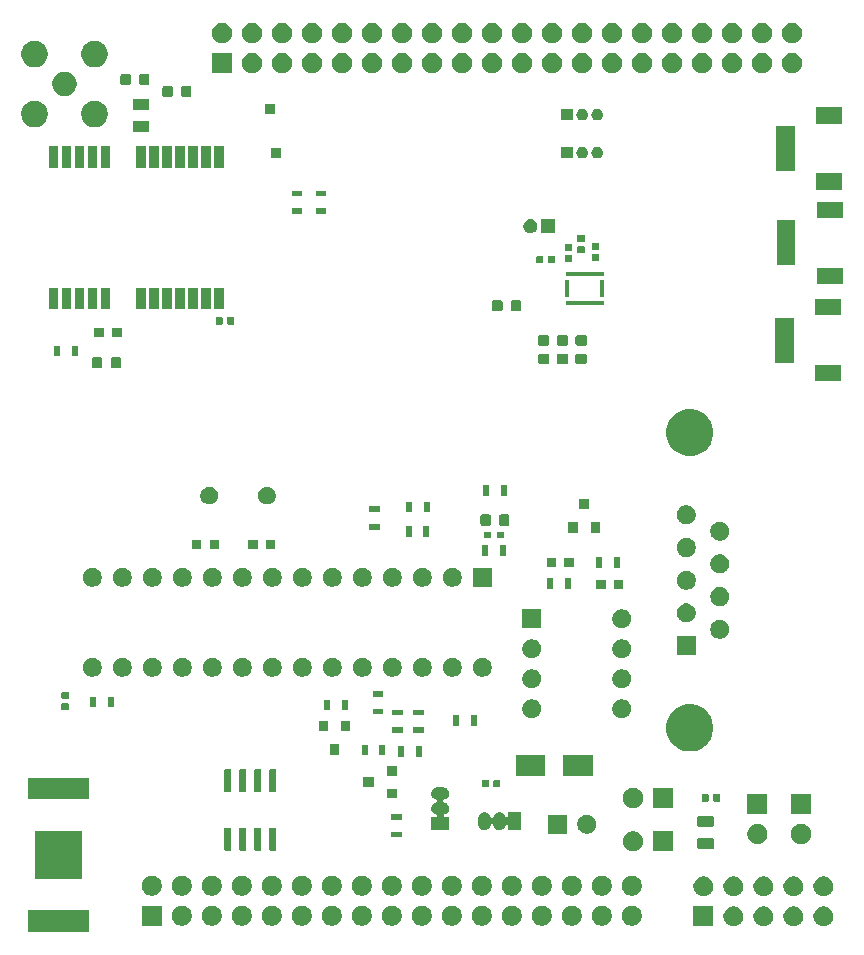
<source format=gts>
G04 #@! TF.GenerationSoftware,KiCad,Pcbnew,(5.1.5)-3*
G04 #@! TF.CreationDate,2020-04-29T23:57:10-07:00*
G04 #@! TF.ProjectId,DashSight-Mezzanine-Card,44617368-5369-4676-9874-2d4d657a7a61,rev?*
G04 #@! TF.SameCoordinates,Original*
G04 #@! TF.FileFunction,Soldermask,Top*
G04 #@! TF.FilePolarity,Negative*
%FSLAX46Y46*%
G04 Gerber Fmt 4.6, Leading zero omitted, Abs format (unit mm)*
G04 Created by KiCad (PCBNEW (5.1.5)-3) date 2020-04-29 23:57:10*
%MOMM*%
%LPD*%
G04 APERTURE LIST*
%ADD10C,0.100000*%
G04 APERTURE END LIST*
D10*
G36*
X135646000Y-124356000D02*
G01*
X130546000Y-124356000D01*
X130546000Y-122556000D01*
X135646000Y-122556000D01*
X135646000Y-124356000D01*
G37*
G36*
X198113935Y-122245664D02*
G01*
X198268624Y-122309739D01*
X198268626Y-122309740D01*
X198407844Y-122402762D01*
X198526238Y-122521156D01*
X198577166Y-122597376D01*
X198619261Y-122660376D01*
X198683336Y-122815065D01*
X198716000Y-122979281D01*
X198716000Y-123146719D01*
X198683336Y-123310935D01*
X198645356Y-123402626D01*
X198619260Y-123465626D01*
X198526238Y-123604844D01*
X198407844Y-123723238D01*
X198268626Y-123816260D01*
X198268625Y-123816261D01*
X198268624Y-123816261D01*
X198113935Y-123880336D01*
X197949719Y-123913000D01*
X197782281Y-123913000D01*
X197618065Y-123880336D01*
X197463376Y-123816261D01*
X197463375Y-123816261D01*
X197463374Y-123816260D01*
X197324156Y-123723238D01*
X197205762Y-123604844D01*
X197112740Y-123465626D01*
X197086644Y-123402626D01*
X197048664Y-123310935D01*
X197016000Y-123146719D01*
X197016000Y-122979281D01*
X197048664Y-122815065D01*
X197112739Y-122660376D01*
X197154834Y-122597376D01*
X197205762Y-122521156D01*
X197324156Y-122402762D01*
X197463374Y-122309740D01*
X197463376Y-122309739D01*
X197618065Y-122245664D01*
X197782281Y-122213000D01*
X197949719Y-122213000D01*
X198113935Y-122245664D01*
G37*
G36*
X188556000Y-123913000D02*
G01*
X186856000Y-123913000D01*
X186856000Y-122213000D01*
X188556000Y-122213000D01*
X188556000Y-123913000D01*
G37*
G36*
X190493935Y-122245664D02*
G01*
X190648624Y-122309739D01*
X190648626Y-122309740D01*
X190787844Y-122402762D01*
X190906238Y-122521156D01*
X190957166Y-122597376D01*
X190999261Y-122660376D01*
X191063336Y-122815065D01*
X191096000Y-122979281D01*
X191096000Y-123146719D01*
X191063336Y-123310935D01*
X191025356Y-123402626D01*
X190999260Y-123465626D01*
X190906238Y-123604844D01*
X190787844Y-123723238D01*
X190648626Y-123816260D01*
X190648625Y-123816261D01*
X190648624Y-123816261D01*
X190493935Y-123880336D01*
X190329719Y-123913000D01*
X190162281Y-123913000D01*
X189998065Y-123880336D01*
X189843376Y-123816261D01*
X189843375Y-123816261D01*
X189843374Y-123816260D01*
X189704156Y-123723238D01*
X189585762Y-123604844D01*
X189492740Y-123465626D01*
X189466644Y-123402626D01*
X189428664Y-123310935D01*
X189396000Y-123146719D01*
X189396000Y-122979281D01*
X189428664Y-122815065D01*
X189492739Y-122660376D01*
X189534834Y-122597376D01*
X189585762Y-122521156D01*
X189704156Y-122402762D01*
X189843374Y-122309740D01*
X189843376Y-122309739D01*
X189998065Y-122245664D01*
X190162281Y-122213000D01*
X190329719Y-122213000D01*
X190493935Y-122245664D01*
G37*
G36*
X195573935Y-122245664D02*
G01*
X195728624Y-122309739D01*
X195728626Y-122309740D01*
X195867844Y-122402762D01*
X195986238Y-122521156D01*
X196037166Y-122597376D01*
X196079261Y-122660376D01*
X196143336Y-122815065D01*
X196176000Y-122979281D01*
X196176000Y-123146719D01*
X196143336Y-123310935D01*
X196105356Y-123402626D01*
X196079260Y-123465626D01*
X195986238Y-123604844D01*
X195867844Y-123723238D01*
X195728626Y-123816260D01*
X195728625Y-123816261D01*
X195728624Y-123816261D01*
X195573935Y-123880336D01*
X195409719Y-123913000D01*
X195242281Y-123913000D01*
X195078065Y-123880336D01*
X194923376Y-123816261D01*
X194923375Y-123816261D01*
X194923374Y-123816260D01*
X194784156Y-123723238D01*
X194665762Y-123604844D01*
X194572740Y-123465626D01*
X194546644Y-123402626D01*
X194508664Y-123310935D01*
X194476000Y-123146719D01*
X194476000Y-122979281D01*
X194508664Y-122815065D01*
X194572739Y-122660376D01*
X194614834Y-122597376D01*
X194665762Y-122521156D01*
X194784156Y-122402762D01*
X194923374Y-122309740D01*
X194923376Y-122309739D01*
X195078065Y-122245664D01*
X195242281Y-122213000D01*
X195409719Y-122213000D01*
X195573935Y-122245664D01*
G37*
G36*
X193033935Y-122245664D02*
G01*
X193188624Y-122309739D01*
X193188626Y-122309740D01*
X193327844Y-122402762D01*
X193446238Y-122521156D01*
X193497166Y-122597376D01*
X193539261Y-122660376D01*
X193603336Y-122815065D01*
X193636000Y-122979281D01*
X193636000Y-123146719D01*
X193603336Y-123310935D01*
X193565356Y-123402626D01*
X193539260Y-123465626D01*
X193446238Y-123604844D01*
X193327844Y-123723238D01*
X193188626Y-123816260D01*
X193188625Y-123816261D01*
X193188624Y-123816261D01*
X193033935Y-123880336D01*
X192869719Y-123913000D01*
X192702281Y-123913000D01*
X192538065Y-123880336D01*
X192383376Y-123816261D01*
X192383375Y-123816261D01*
X192383374Y-123816260D01*
X192244156Y-123723238D01*
X192125762Y-123604844D01*
X192032740Y-123465626D01*
X192006644Y-123402626D01*
X191968664Y-123310935D01*
X191936000Y-123146719D01*
X191936000Y-122979281D01*
X191968664Y-122815065D01*
X192032739Y-122660376D01*
X192074834Y-122597376D01*
X192125762Y-122521156D01*
X192244156Y-122402762D01*
X192383374Y-122309740D01*
X192383376Y-122309739D01*
X192538065Y-122245664D01*
X192702281Y-122213000D01*
X192869719Y-122213000D01*
X193033935Y-122245664D01*
G37*
G36*
X174267935Y-122182664D02*
G01*
X174420031Y-122245665D01*
X174422626Y-122246740D01*
X174561844Y-122339762D01*
X174680238Y-122458156D01*
X174773260Y-122597374D01*
X174773261Y-122597376D01*
X174837336Y-122752065D01*
X174870000Y-122916281D01*
X174870000Y-123083719D01*
X174837336Y-123247935D01*
X174773261Y-123402624D01*
X174773260Y-123402626D01*
X174680238Y-123541844D01*
X174561844Y-123660238D01*
X174422626Y-123753260D01*
X174422625Y-123753261D01*
X174422624Y-123753261D01*
X174267935Y-123817336D01*
X174103719Y-123850000D01*
X173936281Y-123850000D01*
X173772065Y-123817336D01*
X173617376Y-123753261D01*
X173617375Y-123753261D01*
X173617374Y-123753260D01*
X173478156Y-123660238D01*
X173359762Y-123541844D01*
X173266740Y-123402626D01*
X173266739Y-123402624D01*
X173202664Y-123247935D01*
X173170000Y-123083719D01*
X173170000Y-122916281D01*
X173202664Y-122752065D01*
X173266739Y-122597376D01*
X173266740Y-122597374D01*
X173359762Y-122458156D01*
X173478156Y-122339762D01*
X173617374Y-122246740D01*
X173619969Y-122245665D01*
X173772065Y-122182664D01*
X173936281Y-122150000D01*
X174103719Y-122150000D01*
X174267935Y-122182664D01*
G37*
G36*
X176807935Y-122182664D02*
G01*
X176960031Y-122245665D01*
X176962626Y-122246740D01*
X177101844Y-122339762D01*
X177220238Y-122458156D01*
X177313260Y-122597374D01*
X177313261Y-122597376D01*
X177377336Y-122752065D01*
X177410000Y-122916281D01*
X177410000Y-123083719D01*
X177377336Y-123247935D01*
X177313261Y-123402624D01*
X177313260Y-123402626D01*
X177220238Y-123541844D01*
X177101844Y-123660238D01*
X176962626Y-123753260D01*
X176962625Y-123753261D01*
X176962624Y-123753261D01*
X176807935Y-123817336D01*
X176643719Y-123850000D01*
X176476281Y-123850000D01*
X176312065Y-123817336D01*
X176157376Y-123753261D01*
X176157375Y-123753261D01*
X176157374Y-123753260D01*
X176018156Y-123660238D01*
X175899762Y-123541844D01*
X175806740Y-123402626D01*
X175806739Y-123402624D01*
X175742664Y-123247935D01*
X175710000Y-123083719D01*
X175710000Y-122916281D01*
X175742664Y-122752065D01*
X175806739Y-122597376D01*
X175806740Y-122597374D01*
X175899762Y-122458156D01*
X176018156Y-122339762D01*
X176157374Y-122246740D01*
X176159969Y-122245665D01*
X176312065Y-122182664D01*
X176476281Y-122150000D01*
X176643719Y-122150000D01*
X176807935Y-122182664D01*
G37*
G36*
X171727935Y-122182664D02*
G01*
X171880031Y-122245665D01*
X171882626Y-122246740D01*
X172021844Y-122339762D01*
X172140238Y-122458156D01*
X172233260Y-122597374D01*
X172233261Y-122597376D01*
X172297336Y-122752065D01*
X172330000Y-122916281D01*
X172330000Y-123083719D01*
X172297336Y-123247935D01*
X172233261Y-123402624D01*
X172233260Y-123402626D01*
X172140238Y-123541844D01*
X172021844Y-123660238D01*
X171882626Y-123753260D01*
X171882625Y-123753261D01*
X171882624Y-123753261D01*
X171727935Y-123817336D01*
X171563719Y-123850000D01*
X171396281Y-123850000D01*
X171232065Y-123817336D01*
X171077376Y-123753261D01*
X171077375Y-123753261D01*
X171077374Y-123753260D01*
X170938156Y-123660238D01*
X170819762Y-123541844D01*
X170726740Y-123402626D01*
X170726739Y-123402624D01*
X170662664Y-123247935D01*
X170630000Y-123083719D01*
X170630000Y-122916281D01*
X170662664Y-122752065D01*
X170726739Y-122597376D01*
X170726740Y-122597374D01*
X170819762Y-122458156D01*
X170938156Y-122339762D01*
X171077374Y-122246740D01*
X171079969Y-122245665D01*
X171232065Y-122182664D01*
X171396281Y-122150000D01*
X171563719Y-122150000D01*
X171727935Y-122182664D01*
G37*
G36*
X169187935Y-122182664D02*
G01*
X169340031Y-122245665D01*
X169342626Y-122246740D01*
X169481844Y-122339762D01*
X169600238Y-122458156D01*
X169693260Y-122597374D01*
X169693261Y-122597376D01*
X169757336Y-122752065D01*
X169790000Y-122916281D01*
X169790000Y-123083719D01*
X169757336Y-123247935D01*
X169693261Y-123402624D01*
X169693260Y-123402626D01*
X169600238Y-123541844D01*
X169481844Y-123660238D01*
X169342626Y-123753260D01*
X169342625Y-123753261D01*
X169342624Y-123753261D01*
X169187935Y-123817336D01*
X169023719Y-123850000D01*
X168856281Y-123850000D01*
X168692065Y-123817336D01*
X168537376Y-123753261D01*
X168537375Y-123753261D01*
X168537374Y-123753260D01*
X168398156Y-123660238D01*
X168279762Y-123541844D01*
X168186740Y-123402626D01*
X168186739Y-123402624D01*
X168122664Y-123247935D01*
X168090000Y-123083719D01*
X168090000Y-122916281D01*
X168122664Y-122752065D01*
X168186739Y-122597376D01*
X168186740Y-122597374D01*
X168279762Y-122458156D01*
X168398156Y-122339762D01*
X168537374Y-122246740D01*
X168539969Y-122245665D01*
X168692065Y-122182664D01*
X168856281Y-122150000D01*
X169023719Y-122150000D01*
X169187935Y-122182664D01*
G37*
G36*
X166647935Y-122182664D02*
G01*
X166800031Y-122245665D01*
X166802626Y-122246740D01*
X166941844Y-122339762D01*
X167060238Y-122458156D01*
X167153260Y-122597374D01*
X167153261Y-122597376D01*
X167217336Y-122752065D01*
X167250000Y-122916281D01*
X167250000Y-123083719D01*
X167217336Y-123247935D01*
X167153261Y-123402624D01*
X167153260Y-123402626D01*
X167060238Y-123541844D01*
X166941844Y-123660238D01*
X166802626Y-123753260D01*
X166802625Y-123753261D01*
X166802624Y-123753261D01*
X166647935Y-123817336D01*
X166483719Y-123850000D01*
X166316281Y-123850000D01*
X166152065Y-123817336D01*
X165997376Y-123753261D01*
X165997375Y-123753261D01*
X165997374Y-123753260D01*
X165858156Y-123660238D01*
X165739762Y-123541844D01*
X165646740Y-123402626D01*
X165646739Y-123402624D01*
X165582664Y-123247935D01*
X165550000Y-123083719D01*
X165550000Y-122916281D01*
X165582664Y-122752065D01*
X165646739Y-122597376D01*
X165646740Y-122597374D01*
X165739762Y-122458156D01*
X165858156Y-122339762D01*
X165997374Y-122246740D01*
X165999969Y-122245665D01*
X166152065Y-122182664D01*
X166316281Y-122150000D01*
X166483719Y-122150000D01*
X166647935Y-122182664D01*
G37*
G36*
X164107935Y-122182664D02*
G01*
X164260031Y-122245665D01*
X164262626Y-122246740D01*
X164401844Y-122339762D01*
X164520238Y-122458156D01*
X164613260Y-122597374D01*
X164613261Y-122597376D01*
X164677336Y-122752065D01*
X164710000Y-122916281D01*
X164710000Y-123083719D01*
X164677336Y-123247935D01*
X164613261Y-123402624D01*
X164613260Y-123402626D01*
X164520238Y-123541844D01*
X164401844Y-123660238D01*
X164262626Y-123753260D01*
X164262625Y-123753261D01*
X164262624Y-123753261D01*
X164107935Y-123817336D01*
X163943719Y-123850000D01*
X163776281Y-123850000D01*
X163612065Y-123817336D01*
X163457376Y-123753261D01*
X163457375Y-123753261D01*
X163457374Y-123753260D01*
X163318156Y-123660238D01*
X163199762Y-123541844D01*
X163106740Y-123402626D01*
X163106739Y-123402624D01*
X163042664Y-123247935D01*
X163010000Y-123083719D01*
X163010000Y-122916281D01*
X163042664Y-122752065D01*
X163106739Y-122597376D01*
X163106740Y-122597374D01*
X163199762Y-122458156D01*
X163318156Y-122339762D01*
X163457374Y-122246740D01*
X163459969Y-122245665D01*
X163612065Y-122182664D01*
X163776281Y-122150000D01*
X163943719Y-122150000D01*
X164107935Y-122182664D01*
G37*
G36*
X161567935Y-122182664D02*
G01*
X161720031Y-122245665D01*
X161722626Y-122246740D01*
X161861844Y-122339762D01*
X161980238Y-122458156D01*
X162073260Y-122597374D01*
X162073261Y-122597376D01*
X162137336Y-122752065D01*
X162170000Y-122916281D01*
X162170000Y-123083719D01*
X162137336Y-123247935D01*
X162073261Y-123402624D01*
X162073260Y-123402626D01*
X161980238Y-123541844D01*
X161861844Y-123660238D01*
X161722626Y-123753260D01*
X161722625Y-123753261D01*
X161722624Y-123753261D01*
X161567935Y-123817336D01*
X161403719Y-123850000D01*
X161236281Y-123850000D01*
X161072065Y-123817336D01*
X160917376Y-123753261D01*
X160917375Y-123753261D01*
X160917374Y-123753260D01*
X160778156Y-123660238D01*
X160659762Y-123541844D01*
X160566740Y-123402626D01*
X160566739Y-123402624D01*
X160502664Y-123247935D01*
X160470000Y-123083719D01*
X160470000Y-122916281D01*
X160502664Y-122752065D01*
X160566739Y-122597376D01*
X160566740Y-122597374D01*
X160659762Y-122458156D01*
X160778156Y-122339762D01*
X160917374Y-122246740D01*
X160919969Y-122245665D01*
X161072065Y-122182664D01*
X161236281Y-122150000D01*
X161403719Y-122150000D01*
X161567935Y-122182664D01*
G37*
G36*
X159027935Y-122182664D02*
G01*
X159180031Y-122245665D01*
X159182626Y-122246740D01*
X159321844Y-122339762D01*
X159440238Y-122458156D01*
X159533260Y-122597374D01*
X159533261Y-122597376D01*
X159597336Y-122752065D01*
X159630000Y-122916281D01*
X159630000Y-123083719D01*
X159597336Y-123247935D01*
X159533261Y-123402624D01*
X159533260Y-123402626D01*
X159440238Y-123541844D01*
X159321844Y-123660238D01*
X159182626Y-123753260D01*
X159182625Y-123753261D01*
X159182624Y-123753261D01*
X159027935Y-123817336D01*
X158863719Y-123850000D01*
X158696281Y-123850000D01*
X158532065Y-123817336D01*
X158377376Y-123753261D01*
X158377375Y-123753261D01*
X158377374Y-123753260D01*
X158238156Y-123660238D01*
X158119762Y-123541844D01*
X158026740Y-123402626D01*
X158026739Y-123402624D01*
X157962664Y-123247935D01*
X157930000Y-123083719D01*
X157930000Y-122916281D01*
X157962664Y-122752065D01*
X158026739Y-122597376D01*
X158026740Y-122597374D01*
X158119762Y-122458156D01*
X158238156Y-122339762D01*
X158377374Y-122246740D01*
X158379969Y-122245665D01*
X158532065Y-122182664D01*
X158696281Y-122150000D01*
X158863719Y-122150000D01*
X159027935Y-122182664D01*
G37*
G36*
X156487935Y-122182664D02*
G01*
X156640031Y-122245665D01*
X156642626Y-122246740D01*
X156781844Y-122339762D01*
X156900238Y-122458156D01*
X156993260Y-122597374D01*
X156993261Y-122597376D01*
X157057336Y-122752065D01*
X157090000Y-122916281D01*
X157090000Y-123083719D01*
X157057336Y-123247935D01*
X156993261Y-123402624D01*
X156993260Y-123402626D01*
X156900238Y-123541844D01*
X156781844Y-123660238D01*
X156642626Y-123753260D01*
X156642625Y-123753261D01*
X156642624Y-123753261D01*
X156487935Y-123817336D01*
X156323719Y-123850000D01*
X156156281Y-123850000D01*
X155992065Y-123817336D01*
X155837376Y-123753261D01*
X155837375Y-123753261D01*
X155837374Y-123753260D01*
X155698156Y-123660238D01*
X155579762Y-123541844D01*
X155486740Y-123402626D01*
X155486739Y-123402624D01*
X155422664Y-123247935D01*
X155390000Y-123083719D01*
X155390000Y-122916281D01*
X155422664Y-122752065D01*
X155486739Y-122597376D01*
X155486740Y-122597374D01*
X155579762Y-122458156D01*
X155698156Y-122339762D01*
X155837374Y-122246740D01*
X155839969Y-122245665D01*
X155992065Y-122182664D01*
X156156281Y-122150000D01*
X156323719Y-122150000D01*
X156487935Y-122182664D01*
G37*
G36*
X151407935Y-122182664D02*
G01*
X151560031Y-122245665D01*
X151562626Y-122246740D01*
X151701844Y-122339762D01*
X151820238Y-122458156D01*
X151913260Y-122597374D01*
X151913261Y-122597376D01*
X151977336Y-122752065D01*
X152010000Y-122916281D01*
X152010000Y-123083719D01*
X151977336Y-123247935D01*
X151913261Y-123402624D01*
X151913260Y-123402626D01*
X151820238Y-123541844D01*
X151701844Y-123660238D01*
X151562626Y-123753260D01*
X151562625Y-123753261D01*
X151562624Y-123753261D01*
X151407935Y-123817336D01*
X151243719Y-123850000D01*
X151076281Y-123850000D01*
X150912065Y-123817336D01*
X150757376Y-123753261D01*
X150757375Y-123753261D01*
X150757374Y-123753260D01*
X150618156Y-123660238D01*
X150499762Y-123541844D01*
X150406740Y-123402626D01*
X150406739Y-123402624D01*
X150342664Y-123247935D01*
X150310000Y-123083719D01*
X150310000Y-122916281D01*
X150342664Y-122752065D01*
X150406739Y-122597376D01*
X150406740Y-122597374D01*
X150499762Y-122458156D01*
X150618156Y-122339762D01*
X150757374Y-122246740D01*
X150759969Y-122245665D01*
X150912065Y-122182664D01*
X151076281Y-122150000D01*
X151243719Y-122150000D01*
X151407935Y-122182664D01*
G37*
G36*
X148867935Y-122182664D02*
G01*
X149020031Y-122245665D01*
X149022626Y-122246740D01*
X149161844Y-122339762D01*
X149280238Y-122458156D01*
X149373260Y-122597374D01*
X149373261Y-122597376D01*
X149437336Y-122752065D01*
X149470000Y-122916281D01*
X149470000Y-123083719D01*
X149437336Y-123247935D01*
X149373261Y-123402624D01*
X149373260Y-123402626D01*
X149280238Y-123541844D01*
X149161844Y-123660238D01*
X149022626Y-123753260D01*
X149022625Y-123753261D01*
X149022624Y-123753261D01*
X148867935Y-123817336D01*
X148703719Y-123850000D01*
X148536281Y-123850000D01*
X148372065Y-123817336D01*
X148217376Y-123753261D01*
X148217375Y-123753261D01*
X148217374Y-123753260D01*
X148078156Y-123660238D01*
X147959762Y-123541844D01*
X147866740Y-123402626D01*
X147866739Y-123402624D01*
X147802664Y-123247935D01*
X147770000Y-123083719D01*
X147770000Y-122916281D01*
X147802664Y-122752065D01*
X147866739Y-122597376D01*
X147866740Y-122597374D01*
X147959762Y-122458156D01*
X148078156Y-122339762D01*
X148217374Y-122246740D01*
X148219969Y-122245665D01*
X148372065Y-122182664D01*
X148536281Y-122150000D01*
X148703719Y-122150000D01*
X148867935Y-122182664D01*
G37*
G36*
X146327935Y-122182664D02*
G01*
X146480031Y-122245665D01*
X146482626Y-122246740D01*
X146621844Y-122339762D01*
X146740238Y-122458156D01*
X146833260Y-122597374D01*
X146833261Y-122597376D01*
X146897336Y-122752065D01*
X146930000Y-122916281D01*
X146930000Y-123083719D01*
X146897336Y-123247935D01*
X146833261Y-123402624D01*
X146833260Y-123402626D01*
X146740238Y-123541844D01*
X146621844Y-123660238D01*
X146482626Y-123753260D01*
X146482625Y-123753261D01*
X146482624Y-123753261D01*
X146327935Y-123817336D01*
X146163719Y-123850000D01*
X145996281Y-123850000D01*
X145832065Y-123817336D01*
X145677376Y-123753261D01*
X145677375Y-123753261D01*
X145677374Y-123753260D01*
X145538156Y-123660238D01*
X145419762Y-123541844D01*
X145326740Y-123402626D01*
X145326739Y-123402624D01*
X145262664Y-123247935D01*
X145230000Y-123083719D01*
X145230000Y-122916281D01*
X145262664Y-122752065D01*
X145326739Y-122597376D01*
X145326740Y-122597374D01*
X145419762Y-122458156D01*
X145538156Y-122339762D01*
X145677374Y-122246740D01*
X145679969Y-122245665D01*
X145832065Y-122182664D01*
X145996281Y-122150000D01*
X146163719Y-122150000D01*
X146327935Y-122182664D01*
G37*
G36*
X143787935Y-122182664D02*
G01*
X143940031Y-122245665D01*
X143942626Y-122246740D01*
X144081844Y-122339762D01*
X144200238Y-122458156D01*
X144293260Y-122597374D01*
X144293261Y-122597376D01*
X144357336Y-122752065D01*
X144390000Y-122916281D01*
X144390000Y-123083719D01*
X144357336Y-123247935D01*
X144293261Y-123402624D01*
X144293260Y-123402626D01*
X144200238Y-123541844D01*
X144081844Y-123660238D01*
X143942626Y-123753260D01*
X143942625Y-123753261D01*
X143942624Y-123753261D01*
X143787935Y-123817336D01*
X143623719Y-123850000D01*
X143456281Y-123850000D01*
X143292065Y-123817336D01*
X143137376Y-123753261D01*
X143137375Y-123753261D01*
X143137374Y-123753260D01*
X142998156Y-123660238D01*
X142879762Y-123541844D01*
X142786740Y-123402626D01*
X142786739Y-123402624D01*
X142722664Y-123247935D01*
X142690000Y-123083719D01*
X142690000Y-122916281D01*
X142722664Y-122752065D01*
X142786739Y-122597376D01*
X142786740Y-122597374D01*
X142879762Y-122458156D01*
X142998156Y-122339762D01*
X143137374Y-122246740D01*
X143139969Y-122245665D01*
X143292065Y-122182664D01*
X143456281Y-122150000D01*
X143623719Y-122150000D01*
X143787935Y-122182664D01*
G37*
G36*
X141850000Y-123850000D02*
G01*
X140150000Y-123850000D01*
X140150000Y-122150000D01*
X141850000Y-122150000D01*
X141850000Y-123850000D01*
G37*
G36*
X181887935Y-122182664D02*
G01*
X182040031Y-122245665D01*
X182042626Y-122246740D01*
X182181844Y-122339762D01*
X182300238Y-122458156D01*
X182393260Y-122597374D01*
X182393261Y-122597376D01*
X182457336Y-122752065D01*
X182490000Y-122916281D01*
X182490000Y-123083719D01*
X182457336Y-123247935D01*
X182393261Y-123402624D01*
X182393260Y-123402626D01*
X182300238Y-123541844D01*
X182181844Y-123660238D01*
X182042626Y-123753260D01*
X182042625Y-123753261D01*
X182042624Y-123753261D01*
X181887935Y-123817336D01*
X181723719Y-123850000D01*
X181556281Y-123850000D01*
X181392065Y-123817336D01*
X181237376Y-123753261D01*
X181237375Y-123753261D01*
X181237374Y-123753260D01*
X181098156Y-123660238D01*
X180979762Y-123541844D01*
X180886740Y-123402626D01*
X180886739Y-123402624D01*
X180822664Y-123247935D01*
X180790000Y-123083719D01*
X180790000Y-122916281D01*
X180822664Y-122752065D01*
X180886739Y-122597376D01*
X180886740Y-122597374D01*
X180979762Y-122458156D01*
X181098156Y-122339762D01*
X181237374Y-122246740D01*
X181239969Y-122245665D01*
X181392065Y-122182664D01*
X181556281Y-122150000D01*
X181723719Y-122150000D01*
X181887935Y-122182664D01*
G37*
G36*
X179347935Y-122182664D02*
G01*
X179500031Y-122245665D01*
X179502626Y-122246740D01*
X179641844Y-122339762D01*
X179760238Y-122458156D01*
X179853260Y-122597374D01*
X179853261Y-122597376D01*
X179917336Y-122752065D01*
X179950000Y-122916281D01*
X179950000Y-123083719D01*
X179917336Y-123247935D01*
X179853261Y-123402624D01*
X179853260Y-123402626D01*
X179760238Y-123541844D01*
X179641844Y-123660238D01*
X179502626Y-123753260D01*
X179502625Y-123753261D01*
X179502624Y-123753261D01*
X179347935Y-123817336D01*
X179183719Y-123850000D01*
X179016281Y-123850000D01*
X178852065Y-123817336D01*
X178697376Y-123753261D01*
X178697375Y-123753261D01*
X178697374Y-123753260D01*
X178558156Y-123660238D01*
X178439762Y-123541844D01*
X178346740Y-123402626D01*
X178346739Y-123402624D01*
X178282664Y-123247935D01*
X178250000Y-123083719D01*
X178250000Y-122916281D01*
X178282664Y-122752065D01*
X178346739Y-122597376D01*
X178346740Y-122597374D01*
X178439762Y-122458156D01*
X178558156Y-122339762D01*
X178697374Y-122246740D01*
X178699969Y-122245665D01*
X178852065Y-122182664D01*
X179016281Y-122150000D01*
X179183719Y-122150000D01*
X179347935Y-122182664D01*
G37*
G36*
X153947935Y-122182664D02*
G01*
X154100031Y-122245665D01*
X154102626Y-122246740D01*
X154241844Y-122339762D01*
X154360238Y-122458156D01*
X154453260Y-122597374D01*
X154453261Y-122597376D01*
X154517336Y-122752065D01*
X154550000Y-122916281D01*
X154550000Y-123083719D01*
X154517336Y-123247935D01*
X154453261Y-123402624D01*
X154453260Y-123402626D01*
X154360238Y-123541844D01*
X154241844Y-123660238D01*
X154102626Y-123753260D01*
X154102625Y-123753261D01*
X154102624Y-123753261D01*
X153947935Y-123817336D01*
X153783719Y-123850000D01*
X153616281Y-123850000D01*
X153452065Y-123817336D01*
X153297376Y-123753261D01*
X153297375Y-123753261D01*
X153297374Y-123753260D01*
X153158156Y-123660238D01*
X153039762Y-123541844D01*
X152946740Y-123402626D01*
X152946739Y-123402624D01*
X152882664Y-123247935D01*
X152850000Y-123083719D01*
X152850000Y-122916281D01*
X152882664Y-122752065D01*
X152946739Y-122597376D01*
X152946740Y-122597374D01*
X153039762Y-122458156D01*
X153158156Y-122339762D01*
X153297374Y-122246740D01*
X153299969Y-122245665D01*
X153452065Y-122182664D01*
X153616281Y-122150000D01*
X153783719Y-122150000D01*
X153947935Y-122182664D01*
G37*
G36*
X187953935Y-119705664D02*
G01*
X188108624Y-119769739D01*
X188108626Y-119769740D01*
X188247844Y-119862762D01*
X188366238Y-119981156D01*
X188417166Y-120057376D01*
X188459261Y-120120376D01*
X188523336Y-120275065D01*
X188556000Y-120439281D01*
X188556000Y-120606719D01*
X188523336Y-120770935D01*
X188485356Y-120862626D01*
X188459260Y-120925626D01*
X188366238Y-121064844D01*
X188247844Y-121183238D01*
X188108626Y-121276260D01*
X188108625Y-121276261D01*
X188108624Y-121276261D01*
X187953935Y-121340336D01*
X187789719Y-121373000D01*
X187622281Y-121373000D01*
X187458065Y-121340336D01*
X187303376Y-121276261D01*
X187303375Y-121276261D01*
X187303374Y-121276260D01*
X187164156Y-121183238D01*
X187045762Y-121064844D01*
X186952740Y-120925626D01*
X186926644Y-120862626D01*
X186888664Y-120770935D01*
X186856000Y-120606719D01*
X186856000Y-120439281D01*
X186888664Y-120275065D01*
X186952739Y-120120376D01*
X186994834Y-120057376D01*
X187045762Y-119981156D01*
X187164156Y-119862762D01*
X187303374Y-119769740D01*
X187303376Y-119769739D01*
X187458065Y-119705664D01*
X187622281Y-119673000D01*
X187789719Y-119673000D01*
X187953935Y-119705664D01*
G37*
G36*
X198113935Y-119705664D02*
G01*
X198268624Y-119769739D01*
X198268626Y-119769740D01*
X198407844Y-119862762D01*
X198526238Y-119981156D01*
X198577166Y-120057376D01*
X198619261Y-120120376D01*
X198683336Y-120275065D01*
X198716000Y-120439281D01*
X198716000Y-120606719D01*
X198683336Y-120770935D01*
X198645356Y-120862626D01*
X198619260Y-120925626D01*
X198526238Y-121064844D01*
X198407844Y-121183238D01*
X198268626Y-121276260D01*
X198268625Y-121276261D01*
X198268624Y-121276261D01*
X198113935Y-121340336D01*
X197949719Y-121373000D01*
X197782281Y-121373000D01*
X197618065Y-121340336D01*
X197463376Y-121276261D01*
X197463375Y-121276261D01*
X197463374Y-121276260D01*
X197324156Y-121183238D01*
X197205762Y-121064844D01*
X197112740Y-120925626D01*
X197086644Y-120862626D01*
X197048664Y-120770935D01*
X197016000Y-120606719D01*
X197016000Y-120439281D01*
X197048664Y-120275065D01*
X197112739Y-120120376D01*
X197154834Y-120057376D01*
X197205762Y-119981156D01*
X197324156Y-119862762D01*
X197463374Y-119769740D01*
X197463376Y-119769739D01*
X197618065Y-119705664D01*
X197782281Y-119673000D01*
X197949719Y-119673000D01*
X198113935Y-119705664D01*
G37*
G36*
X190493935Y-119705664D02*
G01*
X190648624Y-119769739D01*
X190648626Y-119769740D01*
X190787844Y-119862762D01*
X190906238Y-119981156D01*
X190957166Y-120057376D01*
X190999261Y-120120376D01*
X191063336Y-120275065D01*
X191096000Y-120439281D01*
X191096000Y-120606719D01*
X191063336Y-120770935D01*
X191025356Y-120862626D01*
X190999260Y-120925626D01*
X190906238Y-121064844D01*
X190787844Y-121183238D01*
X190648626Y-121276260D01*
X190648625Y-121276261D01*
X190648624Y-121276261D01*
X190493935Y-121340336D01*
X190329719Y-121373000D01*
X190162281Y-121373000D01*
X189998065Y-121340336D01*
X189843376Y-121276261D01*
X189843375Y-121276261D01*
X189843374Y-121276260D01*
X189704156Y-121183238D01*
X189585762Y-121064844D01*
X189492740Y-120925626D01*
X189466644Y-120862626D01*
X189428664Y-120770935D01*
X189396000Y-120606719D01*
X189396000Y-120439281D01*
X189428664Y-120275065D01*
X189492739Y-120120376D01*
X189534834Y-120057376D01*
X189585762Y-119981156D01*
X189704156Y-119862762D01*
X189843374Y-119769740D01*
X189843376Y-119769739D01*
X189998065Y-119705664D01*
X190162281Y-119673000D01*
X190329719Y-119673000D01*
X190493935Y-119705664D01*
G37*
G36*
X193033935Y-119705664D02*
G01*
X193188624Y-119769739D01*
X193188626Y-119769740D01*
X193327844Y-119862762D01*
X193446238Y-119981156D01*
X193497166Y-120057376D01*
X193539261Y-120120376D01*
X193603336Y-120275065D01*
X193636000Y-120439281D01*
X193636000Y-120606719D01*
X193603336Y-120770935D01*
X193565356Y-120862626D01*
X193539260Y-120925626D01*
X193446238Y-121064844D01*
X193327844Y-121183238D01*
X193188626Y-121276260D01*
X193188625Y-121276261D01*
X193188624Y-121276261D01*
X193033935Y-121340336D01*
X192869719Y-121373000D01*
X192702281Y-121373000D01*
X192538065Y-121340336D01*
X192383376Y-121276261D01*
X192383375Y-121276261D01*
X192383374Y-121276260D01*
X192244156Y-121183238D01*
X192125762Y-121064844D01*
X192032740Y-120925626D01*
X192006644Y-120862626D01*
X191968664Y-120770935D01*
X191936000Y-120606719D01*
X191936000Y-120439281D01*
X191968664Y-120275065D01*
X192032739Y-120120376D01*
X192074834Y-120057376D01*
X192125762Y-119981156D01*
X192244156Y-119862762D01*
X192383374Y-119769740D01*
X192383376Y-119769739D01*
X192538065Y-119705664D01*
X192702281Y-119673000D01*
X192869719Y-119673000D01*
X193033935Y-119705664D01*
G37*
G36*
X195573935Y-119705664D02*
G01*
X195728624Y-119769739D01*
X195728626Y-119769740D01*
X195867844Y-119862762D01*
X195986238Y-119981156D01*
X196037166Y-120057376D01*
X196079261Y-120120376D01*
X196143336Y-120275065D01*
X196176000Y-120439281D01*
X196176000Y-120606719D01*
X196143336Y-120770935D01*
X196105356Y-120862626D01*
X196079260Y-120925626D01*
X195986238Y-121064844D01*
X195867844Y-121183238D01*
X195728626Y-121276260D01*
X195728625Y-121276261D01*
X195728624Y-121276261D01*
X195573935Y-121340336D01*
X195409719Y-121373000D01*
X195242281Y-121373000D01*
X195078065Y-121340336D01*
X194923376Y-121276261D01*
X194923375Y-121276261D01*
X194923374Y-121276260D01*
X194784156Y-121183238D01*
X194665762Y-121064844D01*
X194572740Y-120925626D01*
X194546644Y-120862626D01*
X194508664Y-120770935D01*
X194476000Y-120606719D01*
X194476000Y-120439281D01*
X194508664Y-120275065D01*
X194572739Y-120120376D01*
X194614834Y-120057376D01*
X194665762Y-119981156D01*
X194784156Y-119862762D01*
X194923374Y-119769740D01*
X194923376Y-119769739D01*
X195078065Y-119705664D01*
X195242281Y-119673000D01*
X195409719Y-119673000D01*
X195573935Y-119705664D01*
G37*
G36*
X141247935Y-119642664D02*
G01*
X141400031Y-119705665D01*
X141402626Y-119706740D01*
X141541844Y-119799762D01*
X141660238Y-119918156D01*
X141753260Y-120057374D01*
X141753261Y-120057376D01*
X141817336Y-120212065D01*
X141850000Y-120376281D01*
X141850000Y-120543719D01*
X141817336Y-120707935D01*
X141753261Y-120862624D01*
X141753260Y-120862626D01*
X141660238Y-121001844D01*
X141541844Y-121120238D01*
X141402626Y-121213260D01*
X141402625Y-121213261D01*
X141402624Y-121213261D01*
X141247935Y-121277336D01*
X141083719Y-121310000D01*
X140916281Y-121310000D01*
X140752065Y-121277336D01*
X140597376Y-121213261D01*
X140597375Y-121213261D01*
X140597374Y-121213260D01*
X140458156Y-121120238D01*
X140339762Y-121001844D01*
X140246740Y-120862626D01*
X140246739Y-120862624D01*
X140182664Y-120707935D01*
X140150000Y-120543719D01*
X140150000Y-120376281D01*
X140182664Y-120212065D01*
X140246739Y-120057376D01*
X140246740Y-120057374D01*
X140339762Y-119918156D01*
X140458156Y-119799762D01*
X140597374Y-119706740D01*
X140599969Y-119705665D01*
X140752065Y-119642664D01*
X140916281Y-119610000D01*
X141083719Y-119610000D01*
X141247935Y-119642664D01*
G37*
G36*
X143787935Y-119642664D02*
G01*
X143940031Y-119705665D01*
X143942626Y-119706740D01*
X144081844Y-119799762D01*
X144200238Y-119918156D01*
X144293260Y-120057374D01*
X144293261Y-120057376D01*
X144357336Y-120212065D01*
X144390000Y-120376281D01*
X144390000Y-120543719D01*
X144357336Y-120707935D01*
X144293261Y-120862624D01*
X144293260Y-120862626D01*
X144200238Y-121001844D01*
X144081844Y-121120238D01*
X143942626Y-121213260D01*
X143942625Y-121213261D01*
X143942624Y-121213261D01*
X143787935Y-121277336D01*
X143623719Y-121310000D01*
X143456281Y-121310000D01*
X143292065Y-121277336D01*
X143137376Y-121213261D01*
X143137375Y-121213261D01*
X143137374Y-121213260D01*
X142998156Y-121120238D01*
X142879762Y-121001844D01*
X142786740Y-120862626D01*
X142786739Y-120862624D01*
X142722664Y-120707935D01*
X142690000Y-120543719D01*
X142690000Y-120376281D01*
X142722664Y-120212065D01*
X142786739Y-120057376D01*
X142786740Y-120057374D01*
X142879762Y-119918156D01*
X142998156Y-119799762D01*
X143137374Y-119706740D01*
X143139969Y-119705665D01*
X143292065Y-119642664D01*
X143456281Y-119610000D01*
X143623719Y-119610000D01*
X143787935Y-119642664D01*
G37*
G36*
X146327935Y-119642664D02*
G01*
X146480031Y-119705665D01*
X146482626Y-119706740D01*
X146621844Y-119799762D01*
X146740238Y-119918156D01*
X146833260Y-120057374D01*
X146833261Y-120057376D01*
X146897336Y-120212065D01*
X146930000Y-120376281D01*
X146930000Y-120543719D01*
X146897336Y-120707935D01*
X146833261Y-120862624D01*
X146833260Y-120862626D01*
X146740238Y-121001844D01*
X146621844Y-121120238D01*
X146482626Y-121213260D01*
X146482625Y-121213261D01*
X146482624Y-121213261D01*
X146327935Y-121277336D01*
X146163719Y-121310000D01*
X145996281Y-121310000D01*
X145832065Y-121277336D01*
X145677376Y-121213261D01*
X145677375Y-121213261D01*
X145677374Y-121213260D01*
X145538156Y-121120238D01*
X145419762Y-121001844D01*
X145326740Y-120862626D01*
X145326739Y-120862624D01*
X145262664Y-120707935D01*
X145230000Y-120543719D01*
X145230000Y-120376281D01*
X145262664Y-120212065D01*
X145326739Y-120057376D01*
X145326740Y-120057374D01*
X145419762Y-119918156D01*
X145538156Y-119799762D01*
X145677374Y-119706740D01*
X145679969Y-119705665D01*
X145832065Y-119642664D01*
X145996281Y-119610000D01*
X146163719Y-119610000D01*
X146327935Y-119642664D01*
G37*
G36*
X148867935Y-119642664D02*
G01*
X149020031Y-119705665D01*
X149022626Y-119706740D01*
X149161844Y-119799762D01*
X149280238Y-119918156D01*
X149373260Y-120057374D01*
X149373261Y-120057376D01*
X149437336Y-120212065D01*
X149470000Y-120376281D01*
X149470000Y-120543719D01*
X149437336Y-120707935D01*
X149373261Y-120862624D01*
X149373260Y-120862626D01*
X149280238Y-121001844D01*
X149161844Y-121120238D01*
X149022626Y-121213260D01*
X149022625Y-121213261D01*
X149022624Y-121213261D01*
X148867935Y-121277336D01*
X148703719Y-121310000D01*
X148536281Y-121310000D01*
X148372065Y-121277336D01*
X148217376Y-121213261D01*
X148217375Y-121213261D01*
X148217374Y-121213260D01*
X148078156Y-121120238D01*
X147959762Y-121001844D01*
X147866740Y-120862626D01*
X147866739Y-120862624D01*
X147802664Y-120707935D01*
X147770000Y-120543719D01*
X147770000Y-120376281D01*
X147802664Y-120212065D01*
X147866739Y-120057376D01*
X147866740Y-120057374D01*
X147959762Y-119918156D01*
X148078156Y-119799762D01*
X148217374Y-119706740D01*
X148219969Y-119705665D01*
X148372065Y-119642664D01*
X148536281Y-119610000D01*
X148703719Y-119610000D01*
X148867935Y-119642664D01*
G37*
G36*
X151407935Y-119642664D02*
G01*
X151560031Y-119705665D01*
X151562626Y-119706740D01*
X151701844Y-119799762D01*
X151820238Y-119918156D01*
X151913260Y-120057374D01*
X151913261Y-120057376D01*
X151977336Y-120212065D01*
X152010000Y-120376281D01*
X152010000Y-120543719D01*
X151977336Y-120707935D01*
X151913261Y-120862624D01*
X151913260Y-120862626D01*
X151820238Y-121001844D01*
X151701844Y-121120238D01*
X151562626Y-121213260D01*
X151562625Y-121213261D01*
X151562624Y-121213261D01*
X151407935Y-121277336D01*
X151243719Y-121310000D01*
X151076281Y-121310000D01*
X150912065Y-121277336D01*
X150757376Y-121213261D01*
X150757375Y-121213261D01*
X150757374Y-121213260D01*
X150618156Y-121120238D01*
X150499762Y-121001844D01*
X150406740Y-120862626D01*
X150406739Y-120862624D01*
X150342664Y-120707935D01*
X150310000Y-120543719D01*
X150310000Y-120376281D01*
X150342664Y-120212065D01*
X150406739Y-120057376D01*
X150406740Y-120057374D01*
X150499762Y-119918156D01*
X150618156Y-119799762D01*
X150757374Y-119706740D01*
X150759969Y-119705665D01*
X150912065Y-119642664D01*
X151076281Y-119610000D01*
X151243719Y-119610000D01*
X151407935Y-119642664D01*
G37*
G36*
X181887935Y-119642664D02*
G01*
X182040031Y-119705665D01*
X182042626Y-119706740D01*
X182181844Y-119799762D01*
X182300238Y-119918156D01*
X182393260Y-120057374D01*
X182393261Y-120057376D01*
X182457336Y-120212065D01*
X182490000Y-120376281D01*
X182490000Y-120543719D01*
X182457336Y-120707935D01*
X182393261Y-120862624D01*
X182393260Y-120862626D01*
X182300238Y-121001844D01*
X182181844Y-121120238D01*
X182042626Y-121213260D01*
X182042625Y-121213261D01*
X182042624Y-121213261D01*
X181887935Y-121277336D01*
X181723719Y-121310000D01*
X181556281Y-121310000D01*
X181392065Y-121277336D01*
X181237376Y-121213261D01*
X181237375Y-121213261D01*
X181237374Y-121213260D01*
X181098156Y-121120238D01*
X180979762Y-121001844D01*
X180886740Y-120862626D01*
X180886739Y-120862624D01*
X180822664Y-120707935D01*
X180790000Y-120543719D01*
X180790000Y-120376281D01*
X180822664Y-120212065D01*
X180886739Y-120057376D01*
X180886740Y-120057374D01*
X180979762Y-119918156D01*
X181098156Y-119799762D01*
X181237374Y-119706740D01*
X181239969Y-119705665D01*
X181392065Y-119642664D01*
X181556281Y-119610000D01*
X181723719Y-119610000D01*
X181887935Y-119642664D01*
G37*
G36*
X153947935Y-119642664D02*
G01*
X154100031Y-119705665D01*
X154102626Y-119706740D01*
X154241844Y-119799762D01*
X154360238Y-119918156D01*
X154453260Y-120057374D01*
X154453261Y-120057376D01*
X154517336Y-120212065D01*
X154550000Y-120376281D01*
X154550000Y-120543719D01*
X154517336Y-120707935D01*
X154453261Y-120862624D01*
X154453260Y-120862626D01*
X154360238Y-121001844D01*
X154241844Y-121120238D01*
X154102626Y-121213260D01*
X154102625Y-121213261D01*
X154102624Y-121213261D01*
X153947935Y-121277336D01*
X153783719Y-121310000D01*
X153616281Y-121310000D01*
X153452065Y-121277336D01*
X153297376Y-121213261D01*
X153297375Y-121213261D01*
X153297374Y-121213260D01*
X153158156Y-121120238D01*
X153039762Y-121001844D01*
X152946740Y-120862626D01*
X152946739Y-120862624D01*
X152882664Y-120707935D01*
X152850000Y-120543719D01*
X152850000Y-120376281D01*
X152882664Y-120212065D01*
X152946739Y-120057376D01*
X152946740Y-120057374D01*
X153039762Y-119918156D01*
X153158156Y-119799762D01*
X153297374Y-119706740D01*
X153299969Y-119705665D01*
X153452065Y-119642664D01*
X153616281Y-119610000D01*
X153783719Y-119610000D01*
X153947935Y-119642664D01*
G37*
G36*
X179347935Y-119642664D02*
G01*
X179500031Y-119705665D01*
X179502626Y-119706740D01*
X179641844Y-119799762D01*
X179760238Y-119918156D01*
X179853260Y-120057374D01*
X179853261Y-120057376D01*
X179917336Y-120212065D01*
X179950000Y-120376281D01*
X179950000Y-120543719D01*
X179917336Y-120707935D01*
X179853261Y-120862624D01*
X179853260Y-120862626D01*
X179760238Y-121001844D01*
X179641844Y-121120238D01*
X179502626Y-121213260D01*
X179502625Y-121213261D01*
X179502624Y-121213261D01*
X179347935Y-121277336D01*
X179183719Y-121310000D01*
X179016281Y-121310000D01*
X178852065Y-121277336D01*
X178697376Y-121213261D01*
X178697375Y-121213261D01*
X178697374Y-121213260D01*
X178558156Y-121120238D01*
X178439762Y-121001844D01*
X178346740Y-120862626D01*
X178346739Y-120862624D01*
X178282664Y-120707935D01*
X178250000Y-120543719D01*
X178250000Y-120376281D01*
X178282664Y-120212065D01*
X178346739Y-120057376D01*
X178346740Y-120057374D01*
X178439762Y-119918156D01*
X178558156Y-119799762D01*
X178697374Y-119706740D01*
X178699969Y-119705665D01*
X178852065Y-119642664D01*
X179016281Y-119610000D01*
X179183719Y-119610000D01*
X179347935Y-119642664D01*
G37*
G36*
X156487935Y-119642664D02*
G01*
X156640031Y-119705665D01*
X156642626Y-119706740D01*
X156781844Y-119799762D01*
X156900238Y-119918156D01*
X156993260Y-120057374D01*
X156993261Y-120057376D01*
X157057336Y-120212065D01*
X157090000Y-120376281D01*
X157090000Y-120543719D01*
X157057336Y-120707935D01*
X156993261Y-120862624D01*
X156993260Y-120862626D01*
X156900238Y-121001844D01*
X156781844Y-121120238D01*
X156642626Y-121213260D01*
X156642625Y-121213261D01*
X156642624Y-121213261D01*
X156487935Y-121277336D01*
X156323719Y-121310000D01*
X156156281Y-121310000D01*
X155992065Y-121277336D01*
X155837376Y-121213261D01*
X155837375Y-121213261D01*
X155837374Y-121213260D01*
X155698156Y-121120238D01*
X155579762Y-121001844D01*
X155486740Y-120862626D01*
X155486739Y-120862624D01*
X155422664Y-120707935D01*
X155390000Y-120543719D01*
X155390000Y-120376281D01*
X155422664Y-120212065D01*
X155486739Y-120057376D01*
X155486740Y-120057374D01*
X155579762Y-119918156D01*
X155698156Y-119799762D01*
X155837374Y-119706740D01*
X155839969Y-119705665D01*
X155992065Y-119642664D01*
X156156281Y-119610000D01*
X156323719Y-119610000D01*
X156487935Y-119642664D01*
G37*
G36*
X176807935Y-119642664D02*
G01*
X176960031Y-119705665D01*
X176962626Y-119706740D01*
X177101844Y-119799762D01*
X177220238Y-119918156D01*
X177313260Y-120057374D01*
X177313261Y-120057376D01*
X177377336Y-120212065D01*
X177410000Y-120376281D01*
X177410000Y-120543719D01*
X177377336Y-120707935D01*
X177313261Y-120862624D01*
X177313260Y-120862626D01*
X177220238Y-121001844D01*
X177101844Y-121120238D01*
X176962626Y-121213260D01*
X176962625Y-121213261D01*
X176962624Y-121213261D01*
X176807935Y-121277336D01*
X176643719Y-121310000D01*
X176476281Y-121310000D01*
X176312065Y-121277336D01*
X176157376Y-121213261D01*
X176157375Y-121213261D01*
X176157374Y-121213260D01*
X176018156Y-121120238D01*
X175899762Y-121001844D01*
X175806740Y-120862626D01*
X175806739Y-120862624D01*
X175742664Y-120707935D01*
X175710000Y-120543719D01*
X175710000Y-120376281D01*
X175742664Y-120212065D01*
X175806739Y-120057376D01*
X175806740Y-120057374D01*
X175899762Y-119918156D01*
X176018156Y-119799762D01*
X176157374Y-119706740D01*
X176159969Y-119705665D01*
X176312065Y-119642664D01*
X176476281Y-119610000D01*
X176643719Y-119610000D01*
X176807935Y-119642664D01*
G37*
G36*
X164107935Y-119642664D02*
G01*
X164260031Y-119705665D01*
X164262626Y-119706740D01*
X164401844Y-119799762D01*
X164520238Y-119918156D01*
X164613260Y-120057374D01*
X164613261Y-120057376D01*
X164677336Y-120212065D01*
X164710000Y-120376281D01*
X164710000Y-120543719D01*
X164677336Y-120707935D01*
X164613261Y-120862624D01*
X164613260Y-120862626D01*
X164520238Y-121001844D01*
X164401844Y-121120238D01*
X164262626Y-121213260D01*
X164262625Y-121213261D01*
X164262624Y-121213261D01*
X164107935Y-121277336D01*
X163943719Y-121310000D01*
X163776281Y-121310000D01*
X163612065Y-121277336D01*
X163457376Y-121213261D01*
X163457375Y-121213261D01*
X163457374Y-121213260D01*
X163318156Y-121120238D01*
X163199762Y-121001844D01*
X163106740Y-120862626D01*
X163106739Y-120862624D01*
X163042664Y-120707935D01*
X163010000Y-120543719D01*
X163010000Y-120376281D01*
X163042664Y-120212065D01*
X163106739Y-120057376D01*
X163106740Y-120057374D01*
X163199762Y-119918156D01*
X163318156Y-119799762D01*
X163457374Y-119706740D01*
X163459969Y-119705665D01*
X163612065Y-119642664D01*
X163776281Y-119610000D01*
X163943719Y-119610000D01*
X164107935Y-119642664D01*
G37*
G36*
X161567935Y-119642664D02*
G01*
X161720031Y-119705665D01*
X161722626Y-119706740D01*
X161861844Y-119799762D01*
X161980238Y-119918156D01*
X162073260Y-120057374D01*
X162073261Y-120057376D01*
X162137336Y-120212065D01*
X162170000Y-120376281D01*
X162170000Y-120543719D01*
X162137336Y-120707935D01*
X162073261Y-120862624D01*
X162073260Y-120862626D01*
X161980238Y-121001844D01*
X161861844Y-121120238D01*
X161722626Y-121213260D01*
X161722625Y-121213261D01*
X161722624Y-121213261D01*
X161567935Y-121277336D01*
X161403719Y-121310000D01*
X161236281Y-121310000D01*
X161072065Y-121277336D01*
X160917376Y-121213261D01*
X160917375Y-121213261D01*
X160917374Y-121213260D01*
X160778156Y-121120238D01*
X160659762Y-121001844D01*
X160566740Y-120862626D01*
X160566739Y-120862624D01*
X160502664Y-120707935D01*
X160470000Y-120543719D01*
X160470000Y-120376281D01*
X160502664Y-120212065D01*
X160566739Y-120057376D01*
X160566740Y-120057374D01*
X160659762Y-119918156D01*
X160778156Y-119799762D01*
X160917374Y-119706740D01*
X160919969Y-119705665D01*
X161072065Y-119642664D01*
X161236281Y-119610000D01*
X161403719Y-119610000D01*
X161567935Y-119642664D01*
G37*
G36*
X166647935Y-119642664D02*
G01*
X166800031Y-119705665D01*
X166802626Y-119706740D01*
X166941844Y-119799762D01*
X167060238Y-119918156D01*
X167153260Y-120057374D01*
X167153261Y-120057376D01*
X167217336Y-120212065D01*
X167250000Y-120376281D01*
X167250000Y-120543719D01*
X167217336Y-120707935D01*
X167153261Y-120862624D01*
X167153260Y-120862626D01*
X167060238Y-121001844D01*
X166941844Y-121120238D01*
X166802626Y-121213260D01*
X166802625Y-121213261D01*
X166802624Y-121213261D01*
X166647935Y-121277336D01*
X166483719Y-121310000D01*
X166316281Y-121310000D01*
X166152065Y-121277336D01*
X165997376Y-121213261D01*
X165997375Y-121213261D01*
X165997374Y-121213260D01*
X165858156Y-121120238D01*
X165739762Y-121001844D01*
X165646740Y-120862626D01*
X165646739Y-120862624D01*
X165582664Y-120707935D01*
X165550000Y-120543719D01*
X165550000Y-120376281D01*
X165582664Y-120212065D01*
X165646739Y-120057376D01*
X165646740Y-120057374D01*
X165739762Y-119918156D01*
X165858156Y-119799762D01*
X165997374Y-119706740D01*
X165999969Y-119705665D01*
X166152065Y-119642664D01*
X166316281Y-119610000D01*
X166483719Y-119610000D01*
X166647935Y-119642664D01*
G37*
G36*
X159027935Y-119642664D02*
G01*
X159180031Y-119705665D01*
X159182626Y-119706740D01*
X159321844Y-119799762D01*
X159440238Y-119918156D01*
X159533260Y-120057374D01*
X159533261Y-120057376D01*
X159597336Y-120212065D01*
X159630000Y-120376281D01*
X159630000Y-120543719D01*
X159597336Y-120707935D01*
X159533261Y-120862624D01*
X159533260Y-120862626D01*
X159440238Y-121001844D01*
X159321844Y-121120238D01*
X159182626Y-121213260D01*
X159182625Y-121213261D01*
X159182624Y-121213261D01*
X159027935Y-121277336D01*
X158863719Y-121310000D01*
X158696281Y-121310000D01*
X158532065Y-121277336D01*
X158377376Y-121213261D01*
X158377375Y-121213261D01*
X158377374Y-121213260D01*
X158238156Y-121120238D01*
X158119762Y-121001844D01*
X158026740Y-120862626D01*
X158026739Y-120862624D01*
X157962664Y-120707935D01*
X157930000Y-120543719D01*
X157930000Y-120376281D01*
X157962664Y-120212065D01*
X158026739Y-120057376D01*
X158026740Y-120057374D01*
X158119762Y-119918156D01*
X158238156Y-119799762D01*
X158377374Y-119706740D01*
X158379969Y-119705665D01*
X158532065Y-119642664D01*
X158696281Y-119610000D01*
X158863719Y-119610000D01*
X159027935Y-119642664D01*
G37*
G36*
X169187935Y-119642664D02*
G01*
X169340031Y-119705665D01*
X169342626Y-119706740D01*
X169481844Y-119799762D01*
X169600238Y-119918156D01*
X169693260Y-120057374D01*
X169693261Y-120057376D01*
X169757336Y-120212065D01*
X169790000Y-120376281D01*
X169790000Y-120543719D01*
X169757336Y-120707935D01*
X169693261Y-120862624D01*
X169693260Y-120862626D01*
X169600238Y-121001844D01*
X169481844Y-121120238D01*
X169342626Y-121213260D01*
X169342625Y-121213261D01*
X169342624Y-121213261D01*
X169187935Y-121277336D01*
X169023719Y-121310000D01*
X168856281Y-121310000D01*
X168692065Y-121277336D01*
X168537376Y-121213261D01*
X168537375Y-121213261D01*
X168537374Y-121213260D01*
X168398156Y-121120238D01*
X168279762Y-121001844D01*
X168186740Y-120862626D01*
X168186739Y-120862624D01*
X168122664Y-120707935D01*
X168090000Y-120543719D01*
X168090000Y-120376281D01*
X168122664Y-120212065D01*
X168186739Y-120057376D01*
X168186740Y-120057374D01*
X168279762Y-119918156D01*
X168398156Y-119799762D01*
X168537374Y-119706740D01*
X168539969Y-119705665D01*
X168692065Y-119642664D01*
X168856281Y-119610000D01*
X169023719Y-119610000D01*
X169187935Y-119642664D01*
G37*
G36*
X171727935Y-119642664D02*
G01*
X171880031Y-119705665D01*
X171882626Y-119706740D01*
X172021844Y-119799762D01*
X172140238Y-119918156D01*
X172233260Y-120057374D01*
X172233261Y-120057376D01*
X172297336Y-120212065D01*
X172330000Y-120376281D01*
X172330000Y-120543719D01*
X172297336Y-120707935D01*
X172233261Y-120862624D01*
X172233260Y-120862626D01*
X172140238Y-121001844D01*
X172021844Y-121120238D01*
X171882626Y-121213260D01*
X171882625Y-121213261D01*
X171882624Y-121213261D01*
X171727935Y-121277336D01*
X171563719Y-121310000D01*
X171396281Y-121310000D01*
X171232065Y-121277336D01*
X171077376Y-121213261D01*
X171077375Y-121213261D01*
X171077374Y-121213260D01*
X170938156Y-121120238D01*
X170819762Y-121001844D01*
X170726740Y-120862626D01*
X170726739Y-120862624D01*
X170662664Y-120707935D01*
X170630000Y-120543719D01*
X170630000Y-120376281D01*
X170662664Y-120212065D01*
X170726739Y-120057376D01*
X170726740Y-120057374D01*
X170819762Y-119918156D01*
X170938156Y-119799762D01*
X171077374Y-119706740D01*
X171079969Y-119705665D01*
X171232065Y-119642664D01*
X171396281Y-119610000D01*
X171563719Y-119610000D01*
X171727935Y-119642664D01*
G37*
G36*
X174267935Y-119642664D02*
G01*
X174420031Y-119705665D01*
X174422626Y-119706740D01*
X174561844Y-119799762D01*
X174680238Y-119918156D01*
X174773260Y-120057374D01*
X174773261Y-120057376D01*
X174837336Y-120212065D01*
X174870000Y-120376281D01*
X174870000Y-120543719D01*
X174837336Y-120707935D01*
X174773261Y-120862624D01*
X174773260Y-120862626D01*
X174680238Y-121001844D01*
X174561844Y-121120238D01*
X174422626Y-121213260D01*
X174422625Y-121213261D01*
X174422624Y-121213261D01*
X174267935Y-121277336D01*
X174103719Y-121310000D01*
X173936281Y-121310000D01*
X173772065Y-121277336D01*
X173617376Y-121213261D01*
X173617375Y-121213261D01*
X173617374Y-121213260D01*
X173478156Y-121120238D01*
X173359762Y-121001844D01*
X173266740Y-120862626D01*
X173266739Y-120862624D01*
X173202664Y-120707935D01*
X173170000Y-120543719D01*
X173170000Y-120376281D01*
X173202664Y-120212065D01*
X173266739Y-120057376D01*
X173266740Y-120057374D01*
X173359762Y-119918156D01*
X173478156Y-119799762D01*
X173617374Y-119706740D01*
X173619969Y-119705665D01*
X173772065Y-119642664D01*
X173936281Y-119610000D01*
X174103719Y-119610000D01*
X174267935Y-119642664D01*
G37*
G36*
X135096000Y-119856000D02*
G01*
X131096000Y-119856000D01*
X131096000Y-115856000D01*
X135096000Y-115856000D01*
X135096000Y-119856000D01*
G37*
G36*
X181984935Y-115895664D02*
G01*
X182139624Y-115959739D01*
X182139626Y-115959740D01*
X182278844Y-116052762D01*
X182397238Y-116171156D01*
X182490260Y-116310374D01*
X182490261Y-116310376D01*
X182554336Y-116465065D01*
X182587000Y-116629281D01*
X182587000Y-116796719D01*
X182554336Y-116960935D01*
X182490261Y-117115624D01*
X182490260Y-117115626D01*
X182397238Y-117254844D01*
X182278844Y-117373238D01*
X182139626Y-117466260D01*
X182139625Y-117466261D01*
X182139624Y-117466261D01*
X181984935Y-117530336D01*
X181820719Y-117563000D01*
X181653281Y-117563000D01*
X181489065Y-117530336D01*
X181334376Y-117466261D01*
X181334375Y-117466261D01*
X181334374Y-117466260D01*
X181195156Y-117373238D01*
X181076762Y-117254844D01*
X180983740Y-117115626D01*
X180983739Y-117115624D01*
X180919664Y-116960935D01*
X180887000Y-116796719D01*
X180887000Y-116629281D01*
X180919664Y-116465065D01*
X180983739Y-116310376D01*
X180983740Y-116310374D01*
X181076762Y-116171156D01*
X181195156Y-116052762D01*
X181334374Y-115959740D01*
X181334376Y-115959739D01*
X181489065Y-115895664D01*
X181653281Y-115863000D01*
X181820719Y-115863000D01*
X181984935Y-115895664D01*
G37*
G36*
X185127000Y-117563000D02*
G01*
X183427000Y-117563000D01*
X183427000Y-115863000D01*
X185127000Y-115863000D01*
X185127000Y-117563000D01*
G37*
G36*
X150216453Y-115548274D02*
G01*
X150232753Y-115553219D01*
X150247775Y-115561249D01*
X150260944Y-115572056D01*
X150271751Y-115585225D01*
X150279781Y-115600247D01*
X150284726Y-115616547D01*
X150287000Y-115639640D01*
X150287000Y-117402360D01*
X150284726Y-117425453D01*
X150279781Y-117441753D01*
X150271751Y-117456775D01*
X150260944Y-117469944D01*
X150247775Y-117480751D01*
X150232753Y-117488781D01*
X150216453Y-117493726D01*
X150193360Y-117496000D01*
X149780640Y-117496000D01*
X149757547Y-117493726D01*
X149741247Y-117488781D01*
X149726225Y-117480751D01*
X149713056Y-117469944D01*
X149702249Y-117456775D01*
X149694219Y-117441753D01*
X149689274Y-117425453D01*
X149687000Y-117402360D01*
X149687000Y-115639640D01*
X149689274Y-115616547D01*
X149694219Y-115600247D01*
X149702249Y-115585225D01*
X149713056Y-115572056D01*
X149726225Y-115561249D01*
X149741247Y-115553219D01*
X149757547Y-115548274D01*
X149780640Y-115546000D01*
X150193360Y-115546000D01*
X150216453Y-115548274D01*
G37*
G36*
X148946453Y-115548274D02*
G01*
X148962753Y-115553219D01*
X148977775Y-115561249D01*
X148990944Y-115572056D01*
X149001751Y-115585225D01*
X149009781Y-115600247D01*
X149014726Y-115616547D01*
X149017000Y-115639640D01*
X149017000Y-117402360D01*
X149014726Y-117425453D01*
X149009781Y-117441753D01*
X149001751Y-117456775D01*
X148990944Y-117469944D01*
X148977775Y-117480751D01*
X148962753Y-117488781D01*
X148946453Y-117493726D01*
X148923360Y-117496000D01*
X148510640Y-117496000D01*
X148487547Y-117493726D01*
X148471247Y-117488781D01*
X148456225Y-117480751D01*
X148443056Y-117469944D01*
X148432249Y-117456775D01*
X148424219Y-117441753D01*
X148419274Y-117425453D01*
X148417000Y-117402360D01*
X148417000Y-115639640D01*
X148419274Y-115616547D01*
X148424219Y-115600247D01*
X148432249Y-115585225D01*
X148443056Y-115572056D01*
X148456225Y-115561249D01*
X148471247Y-115553219D01*
X148487547Y-115548274D01*
X148510640Y-115546000D01*
X148923360Y-115546000D01*
X148946453Y-115548274D01*
G37*
G36*
X147676453Y-115548274D02*
G01*
X147692753Y-115553219D01*
X147707775Y-115561249D01*
X147720944Y-115572056D01*
X147731751Y-115585225D01*
X147739781Y-115600247D01*
X147744726Y-115616547D01*
X147747000Y-115639640D01*
X147747000Y-117402360D01*
X147744726Y-117425453D01*
X147739781Y-117441753D01*
X147731751Y-117456775D01*
X147720944Y-117469944D01*
X147707775Y-117480751D01*
X147692753Y-117488781D01*
X147676453Y-117493726D01*
X147653360Y-117496000D01*
X147240640Y-117496000D01*
X147217547Y-117493726D01*
X147201247Y-117488781D01*
X147186225Y-117480751D01*
X147173056Y-117469944D01*
X147162249Y-117456775D01*
X147154219Y-117441753D01*
X147149274Y-117425453D01*
X147147000Y-117402360D01*
X147147000Y-115639640D01*
X147149274Y-115616547D01*
X147154219Y-115600247D01*
X147162249Y-115585225D01*
X147173056Y-115572056D01*
X147186225Y-115561249D01*
X147201247Y-115553219D01*
X147217547Y-115548274D01*
X147240640Y-115546000D01*
X147653360Y-115546000D01*
X147676453Y-115548274D01*
G37*
G36*
X151486453Y-115548274D02*
G01*
X151502753Y-115553219D01*
X151517775Y-115561249D01*
X151530944Y-115572056D01*
X151541751Y-115585225D01*
X151549781Y-115600247D01*
X151554726Y-115616547D01*
X151557000Y-115639640D01*
X151557000Y-117402360D01*
X151554726Y-117425453D01*
X151549781Y-117441753D01*
X151541751Y-117456775D01*
X151530944Y-117469944D01*
X151517775Y-117480751D01*
X151502753Y-117488781D01*
X151486453Y-117493726D01*
X151463360Y-117496000D01*
X151050640Y-117496000D01*
X151027547Y-117493726D01*
X151011247Y-117488781D01*
X150996225Y-117480751D01*
X150983056Y-117469944D01*
X150972249Y-117456775D01*
X150964219Y-117441753D01*
X150959274Y-117425453D01*
X150957000Y-117402360D01*
X150957000Y-115639640D01*
X150959274Y-115616547D01*
X150964219Y-115600247D01*
X150972249Y-115585225D01*
X150983056Y-115572056D01*
X150996225Y-115561249D01*
X151011247Y-115553219D01*
X151027547Y-115548274D01*
X151050640Y-115546000D01*
X151463360Y-115546000D01*
X151486453Y-115548274D01*
G37*
G36*
X188450491Y-116405075D02*
G01*
X188484379Y-116415355D01*
X188515612Y-116432050D01*
X188542986Y-116454514D01*
X188565450Y-116481888D01*
X188582145Y-116513121D01*
X188592425Y-116547009D01*
X188596500Y-116588388D01*
X188596500Y-117188612D01*
X188592425Y-117229991D01*
X188582145Y-117263879D01*
X188565450Y-117295112D01*
X188542986Y-117322486D01*
X188515612Y-117344950D01*
X188484379Y-117361645D01*
X188450491Y-117371925D01*
X188409112Y-117376000D01*
X187383888Y-117376000D01*
X187342509Y-117371925D01*
X187308621Y-117361645D01*
X187277388Y-117344950D01*
X187250014Y-117322486D01*
X187227550Y-117295112D01*
X187210855Y-117263879D01*
X187200575Y-117229991D01*
X187196500Y-117188612D01*
X187196500Y-116588388D01*
X187200575Y-116547009D01*
X187210855Y-116513121D01*
X187227550Y-116481888D01*
X187250014Y-116454514D01*
X187277388Y-116432050D01*
X187308621Y-116415355D01*
X187342509Y-116405075D01*
X187383888Y-116401000D01*
X188409112Y-116401000D01*
X188450491Y-116405075D01*
G37*
G36*
X192525935Y-115260664D02*
G01*
X192680624Y-115324739D01*
X192680626Y-115324740D01*
X192819844Y-115417762D01*
X192938238Y-115536156D01*
X193022413Y-115662134D01*
X193031261Y-115675376D01*
X193095336Y-115830065D01*
X193128000Y-115994281D01*
X193128000Y-116161719D01*
X193095336Y-116325935D01*
X193056557Y-116419554D01*
X193031260Y-116480626D01*
X192938238Y-116619844D01*
X192819844Y-116738238D01*
X192680626Y-116831260D01*
X192680625Y-116831261D01*
X192680624Y-116831261D01*
X192525935Y-116895336D01*
X192361719Y-116928000D01*
X192194281Y-116928000D01*
X192030065Y-116895336D01*
X191875376Y-116831261D01*
X191875375Y-116831261D01*
X191875374Y-116831260D01*
X191736156Y-116738238D01*
X191617762Y-116619844D01*
X191524740Y-116480626D01*
X191499443Y-116419554D01*
X191460664Y-116325935D01*
X191428000Y-116161719D01*
X191428000Y-115994281D01*
X191460664Y-115830065D01*
X191524739Y-115675376D01*
X191533587Y-115662134D01*
X191617762Y-115536156D01*
X191736156Y-115417762D01*
X191875374Y-115324740D01*
X191875376Y-115324739D01*
X192030065Y-115260664D01*
X192194281Y-115228000D01*
X192361719Y-115228000D01*
X192525935Y-115260664D01*
G37*
G36*
X196208935Y-115260664D02*
G01*
X196363624Y-115324739D01*
X196363626Y-115324740D01*
X196502844Y-115417762D01*
X196621238Y-115536156D01*
X196705413Y-115662134D01*
X196714261Y-115675376D01*
X196778336Y-115830065D01*
X196811000Y-115994281D01*
X196811000Y-116161719D01*
X196778336Y-116325935D01*
X196739557Y-116419554D01*
X196714260Y-116480626D01*
X196621238Y-116619844D01*
X196502844Y-116738238D01*
X196363626Y-116831260D01*
X196363625Y-116831261D01*
X196363624Y-116831261D01*
X196208935Y-116895336D01*
X196044719Y-116928000D01*
X195877281Y-116928000D01*
X195713065Y-116895336D01*
X195558376Y-116831261D01*
X195558375Y-116831261D01*
X195558374Y-116831260D01*
X195419156Y-116738238D01*
X195300762Y-116619844D01*
X195207740Y-116480626D01*
X195182443Y-116419554D01*
X195143664Y-116325935D01*
X195111000Y-116161719D01*
X195111000Y-115994281D01*
X195143664Y-115830065D01*
X195207739Y-115675376D01*
X195216587Y-115662134D01*
X195300762Y-115536156D01*
X195419156Y-115417762D01*
X195558374Y-115324740D01*
X195558376Y-115324739D01*
X195713065Y-115260664D01*
X195877281Y-115228000D01*
X196044719Y-115228000D01*
X196208935Y-115260664D01*
G37*
G36*
X162184500Y-116379500D02*
G01*
X161284500Y-116379500D01*
X161284500Y-115879500D01*
X162184500Y-115879500D01*
X162184500Y-116379500D01*
G37*
G36*
X176123500Y-116052500D02*
G01*
X174523500Y-116052500D01*
X174523500Y-114452500D01*
X176123500Y-114452500D01*
X176123500Y-116052500D01*
G37*
G36*
X178056851Y-114483243D02*
G01*
X178202441Y-114543548D01*
X178333470Y-114631099D01*
X178444901Y-114742530D01*
X178532452Y-114873559D01*
X178592757Y-115019149D01*
X178623500Y-115173706D01*
X178623500Y-115331294D01*
X178592757Y-115485851D01*
X178532452Y-115631441D01*
X178444901Y-115762470D01*
X178333470Y-115873901D01*
X178202441Y-115961452D01*
X178056851Y-116021757D01*
X177902294Y-116052500D01*
X177744706Y-116052500D01*
X177590149Y-116021757D01*
X177444559Y-115961452D01*
X177313530Y-115873901D01*
X177202099Y-115762470D01*
X177114548Y-115631441D01*
X177054243Y-115485851D01*
X177023500Y-115331294D01*
X177023500Y-115173706D01*
X177054243Y-115019149D01*
X177114548Y-114873559D01*
X177202099Y-114742530D01*
X177313530Y-114631099D01*
X177444559Y-114543548D01*
X177590149Y-114483243D01*
X177744706Y-114452500D01*
X177902294Y-114452500D01*
X178056851Y-114483243D01*
G37*
G36*
X170536919Y-114256096D02*
G01*
X170635880Y-114286116D01*
X170646940Y-114292028D01*
X170727086Y-114334867D01*
X170747909Y-114351956D01*
X170807028Y-114400472D01*
X170841416Y-114442376D01*
X170872633Y-114480414D01*
X170872634Y-114480416D01*
X170906917Y-114544554D01*
X170921383Y-114571619D01*
X170934384Y-114614478D01*
X170934384Y-114614479D01*
X170943762Y-114637117D01*
X170957376Y-114657492D01*
X170974703Y-114674819D01*
X170995077Y-114688432D01*
X171017716Y-114697810D01*
X171041749Y-114702590D01*
X171066253Y-114702590D01*
X171090287Y-114697810D01*
X171112925Y-114688432D01*
X171133300Y-114674818D01*
X171150627Y-114657491D01*
X171164240Y-114637117D01*
X171173618Y-114614478D01*
X171179000Y-114578193D01*
X171179000Y-114248500D01*
X172229000Y-114248500D01*
X172229000Y-115748500D01*
X171179000Y-115748500D01*
X171179000Y-115418807D01*
X171176598Y-115394421D01*
X171169485Y-115370972D01*
X171157934Y-115349361D01*
X171142389Y-115330419D01*
X171123447Y-115314874D01*
X171101836Y-115303323D01*
X171078387Y-115296210D01*
X171054001Y-115293808D01*
X171029615Y-115296210D01*
X171006166Y-115303323D01*
X170984555Y-115314874D01*
X170965613Y-115330419D01*
X170950068Y-115349361D01*
X170934385Y-115382519D01*
X170921383Y-115425381D01*
X170872633Y-115516586D01*
X170846998Y-115547822D01*
X170807028Y-115596527D01*
X170787364Y-115612664D01*
X170727086Y-115662133D01*
X170675593Y-115689656D01*
X170635879Y-115710884D01*
X170536918Y-115740904D01*
X170434000Y-115751040D01*
X170331081Y-115740904D01*
X170232120Y-115710884D01*
X170140916Y-115662134D01*
X170140914Y-115662133D01*
X170085367Y-115616547D01*
X170060973Y-115596528D01*
X170021373Y-115548274D01*
X169995367Y-115516586D01*
X169948876Y-115429607D01*
X169946616Y-115425379D01*
X169918616Y-115333076D01*
X169909239Y-115310437D01*
X169895625Y-115290063D01*
X169878298Y-115272736D01*
X169857924Y-115259122D01*
X169835285Y-115249745D01*
X169811252Y-115244965D01*
X169786747Y-115244965D01*
X169762714Y-115249746D01*
X169740075Y-115259123D01*
X169719701Y-115272737D01*
X169702374Y-115290064D01*
X169688760Y-115310438D01*
X169679383Y-115333076D01*
X169651383Y-115425381D01*
X169602633Y-115516586D01*
X169576998Y-115547822D01*
X169537028Y-115596527D01*
X169517364Y-115612664D01*
X169457086Y-115662133D01*
X169405593Y-115689656D01*
X169365879Y-115710884D01*
X169266918Y-115740904D01*
X169164000Y-115751040D01*
X169061081Y-115740904D01*
X168962120Y-115710884D01*
X168870916Y-115662134D01*
X168870914Y-115662133D01*
X168815367Y-115616547D01*
X168790973Y-115596528D01*
X168751373Y-115548274D01*
X168725367Y-115516586D01*
X168678876Y-115429607D01*
X168676616Y-115425379D01*
X168646596Y-115326418D01*
X168639000Y-115249291D01*
X168639000Y-114747708D01*
X168646596Y-114670581D01*
X168676616Y-114571620D01*
X168725366Y-114480416D01*
X168790973Y-114400473D01*
X168835848Y-114363646D01*
X168870915Y-114334867D01*
X168951061Y-114292028D01*
X168962121Y-114286116D01*
X169061082Y-114256096D01*
X169164000Y-114245960D01*
X169266919Y-114256096D01*
X169365880Y-114286116D01*
X169376940Y-114292028D01*
X169457086Y-114334867D01*
X169477909Y-114351956D01*
X169537028Y-114400472D01*
X169571416Y-114442376D01*
X169602633Y-114480414D01*
X169602634Y-114480416D01*
X169651384Y-114571620D01*
X169679384Y-114663923D01*
X169688761Y-114686562D01*
X169702375Y-114706936D01*
X169719702Y-114724263D01*
X169740076Y-114737877D01*
X169762715Y-114747254D01*
X169786748Y-114752034D01*
X169811253Y-114752034D01*
X169835286Y-114747253D01*
X169857925Y-114737876D01*
X169878299Y-114724262D01*
X169895626Y-114706935D01*
X169909240Y-114686561D01*
X169918616Y-114663923D01*
X169946616Y-114571620D01*
X169995366Y-114480416D01*
X170060973Y-114400473D01*
X170105848Y-114363646D01*
X170140915Y-114334867D01*
X170221061Y-114292028D01*
X170232121Y-114286116D01*
X170331082Y-114256096D01*
X170434000Y-114245960D01*
X170536919Y-114256096D01*
G37*
G36*
X165745419Y-112131596D02*
G01*
X165844380Y-112161616D01*
X165923807Y-112204071D01*
X165935586Y-112210367D01*
X165956409Y-112227456D01*
X166015528Y-112275972D01*
X166064044Y-112335091D01*
X166081133Y-112355914D01*
X166081134Y-112355916D01*
X166129884Y-112447120D01*
X166159904Y-112546081D01*
X166170040Y-112649000D01*
X166159904Y-112751919D01*
X166129884Y-112850880D01*
X166087429Y-112930307D01*
X166081133Y-112942086D01*
X166077690Y-112946281D01*
X166015528Y-113022028D01*
X165956409Y-113070544D01*
X165935586Y-113087633D01*
X165935584Y-113087634D01*
X165844380Y-113136384D01*
X165752077Y-113164384D01*
X165729438Y-113173761D01*
X165709064Y-113187375D01*
X165691737Y-113204702D01*
X165678123Y-113225076D01*
X165668746Y-113247715D01*
X165663966Y-113271748D01*
X165663966Y-113296253D01*
X165668747Y-113320286D01*
X165678124Y-113342925D01*
X165691738Y-113363299D01*
X165709065Y-113380626D01*
X165729439Y-113394240D01*
X165752077Y-113403616D01*
X165844380Y-113431616D01*
X165923807Y-113474071D01*
X165935586Y-113480367D01*
X165956409Y-113497456D01*
X166015528Y-113545972D01*
X166064044Y-113605091D01*
X166081133Y-113625914D01*
X166081134Y-113625916D01*
X166129884Y-113717120D01*
X166159904Y-113816081D01*
X166170040Y-113919000D01*
X166159904Y-114021919D01*
X166129884Y-114120880D01*
X166129883Y-114120881D01*
X166081133Y-114212086D01*
X166064044Y-114232909D01*
X166015528Y-114292028D01*
X165956409Y-114340544D01*
X165935586Y-114357633D01*
X165844381Y-114406383D01*
X165801517Y-114419385D01*
X165778883Y-114428762D01*
X165758508Y-114442376D01*
X165741181Y-114459703D01*
X165727568Y-114480077D01*
X165718190Y-114502716D01*
X165713410Y-114526749D01*
X165713410Y-114551253D01*
X165718190Y-114575287D01*
X165727568Y-114597925D01*
X165741182Y-114618300D01*
X165758509Y-114635627D01*
X165778883Y-114649240D01*
X165801522Y-114658618D01*
X165837807Y-114664000D01*
X166167500Y-114664000D01*
X166167500Y-115714000D01*
X164667500Y-115714000D01*
X164667500Y-114664000D01*
X164997193Y-114664000D01*
X165021579Y-114661598D01*
X165045028Y-114654485D01*
X165066639Y-114642934D01*
X165085581Y-114627389D01*
X165101126Y-114608447D01*
X165112677Y-114586836D01*
X165119790Y-114563387D01*
X165122192Y-114539001D01*
X165119790Y-114514615D01*
X165112677Y-114491166D01*
X165101126Y-114469555D01*
X165085581Y-114450613D01*
X165066639Y-114435068D01*
X165033481Y-114419385D01*
X164990619Y-114406383D01*
X164899414Y-114357633D01*
X164878591Y-114340544D01*
X164819472Y-114292028D01*
X164770956Y-114232909D01*
X164753867Y-114212086D01*
X164705117Y-114120881D01*
X164705116Y-114120880D01*
X164675096Y-114021919D01*
X164664960Y-113919000D01*
X164675096Y-113816081D01*
X164705116Y-113717120D01*
X164753866Y-113625916D01*
X164753867Y-113625914D01*
X164770956Y-113605091D01*
X164819472Y-113545972D01*
X164878591Y-113497456D01*
X164899414Y-113480367D01*
X164911193Y-113474071D01*
X164990620Y-113431616D01*
X165082923Y-113403616D01*
X165105562Y-113394239D01*
X165125936Y-113380625D01*
X165143263Y-113363298D01*
X165156877Y-113342924D01*
X165166254Y-113320285D01*
X165171034Y-113296252D01*
X165171034Y-113271747D01*
X165166253Y-113247714D01*
X165156876Y-113225075D01*
X165143262Y-113204701D01*
X165125935Y-113187374D01*
X165105561Y-113173760D01*
X165082923Y-113164384D01*
X164990620Y-113136384D01*
X164899416Y-113087634D01*
X164899414Y-113087633D01*
X164878591Y-113070544D01*
X164819472Y-113022028D01*
X164757310Y-112946281D01*
X164753867Y-112942086D01*
X164747571Y-112930307D01*
X164705116Y-112850880D01*
X164675096Y-112751919D01*
X164664960Y-112649000D01*
X164675096Y-112546081D01*
X164705116Y-112447120D01*
X164753866Y-112355916D01*
X164753867Y-112355914D01*
X164770956Y-112335091D01*
X164819472Y-112275972D01*
X164878591Y-112227456D01*
X164899414Y-112210367D01*
X164911193Y-112204071D01*
X164990620Y-112161616D01*
X165089581Y-112131596D01*
X165166708Y-112124000D01*
X165668292Y-112124000D01*
X165745419Y-112131596D01*
G37*
G36*
X188450491Y-114530075D02*
G01*
X188484379Y-114540355D01*
X188515612Y-114557050D01*
X188542986Y-114579514D01*
X188565450Y-114606888D01*
X188582145Y-114638121D01*
X188592425Y-114672009D01*
X188596500Y-114713388D01*
X188596500Y-115313612D01*
X188592425Y-115354991D01*
X188582145Y-115388879D01*
X188565450Y-115420112D01*
X188542986Y-115447486D01*
X188515612Y-115469950D01*
X188484379Y-115486645D01*
X188450491Y-115496925D01*
X188409112Y-115501000D01*
X187383888Y-115501000D01*
X187342509Y-115496925D01*
X187308621Y-115486645D01*
X187277388Y-115469950D01*
X187250014Y-115447486D01*
X187227550Y-115420112D01*
X187210855Y-115388879D01*
X187200575Y-115354991D01*
X187196500Y-115313612D01*
X187196500Y-114713388D01*
X187200575Y-114672009D01*
X187210855Y-114638121D01*
X187227550Y-114606888D01*
X187250014Y-114579514D01*
X187277388Y-114557050D01*
X187308621Y-114540355D01*
X187342509Y-114530075D01*
X187383888Y-114526000D01*
X188409112Y-114526000D01*
X188450491Y-114530075D01*
G37*
G36*
X162184500Y-114879500D02*
G01*
X161284500Y-114879500D01*
X161284500Y-114379500D01*
X162184500Y-114379500D01*
X162184500Y-114879500D01*
G37*
G36*
X196811000Y-114388000D02*
G01*
X195111000Y-114388000D01*
X195111000Y-112688000D01*
X196811000Y-112688000D01*
X196811000Y-114388000D01*
G37*
G36*
X193128000Y-114388000D02*
G01*
X191428000Y-114388000D01*
X191428000Y-112688000D01*
X193128000Y-112688000D01*
X193128000Y-114388000D01*
G37*
G36*
X185127000Y-113880000D02*
G01*
X183427000Y-113880000D01*
X183427000Y-112180000D01*
X185127000Y-112180000D01*
X185127000Y-113880000D01*
G37*
G36*
X181984935Y-112212664D02*
G01*
X182139624Y-112276739D01*
X182139626Y-112276740D01*
X182278844Y-112369762D01*
X182397238Y-112488156D01*
X182490260Y-112627374D01*
X182490261Y-112627376D01*
X182554336Y-112782065D01*
X182587000Y-112946281D01*
X182587000Y-113113719D01*
X182554336Y-113277935D01*
X182490678Y-113431617D01*
X182490260Y-113432626D01*
X182397238Y-113571844D01*
X182278844Y-113690238D01*
X182139626Y-113783260D01*
X182139625Y-113783261D01*
X182139624Y-113783261D01*
X181984935Y-113847336D01*
X181820719Y-113880000D01*
X181653281Y-113880000D01*
X181489065Y-113847336D01*
X181334376Y-113783261D01*
X181334375Y-113783261D01*
X181334374Y-113783260D01*
X181195156Y-113690238D01*
X181076762Y-113571844D01*
X180983740Y-113432626D01*
X180983322Y-113431617D01*
X180919664Y-113277935D01*
X180887000Y-113113719D01*
X180887000Y-112946281D01*
X180919664Y-112782065D01*
X180983739Y-112627376D01*
X180983740Y-112627374D01*
X181076762Y-112488156D01*
X181195156Y-112369762D01*
X181334374Y-112276740D01*
X181334376Y-112276739D01*
X181489065Y-112212664D01*
X181653281Y-112180000D01*
X181820719Y-112180000D01*
X181984935Y-112212664D01*
G37*
G36*
X188082463Y-112712226D02*
G01*
X188098299Y-112717030D01*
X188112886Y-112724827D01*
X188125677Y-112735323D01*
X188136173Y-112748114D01*
X188143970Y-112762701D01*
X188148774Y-112778537D01*
X188151000Y-112801140D01*
X188151000Y-113258860D01*
X188148774Y-113281463D01*
X188143970Y-113297299D01*
X188136173Y-113311886D01*
X188125677Y-113324677D01*
X188112886Y-113335173D01*
X188098299Y-113342970D01*
X188082463Y-113347774D01*
X188059860Y-113350000D01*
X187652140Y-113350000D01*
X187629537Y-113347774D01*
X187613701Y-113342970D01*
X187599114Y-113335173D01*
X187586323Y-113324677D01*
X187575827Y-113311886D01*
X187568030Y-113297299D01*
X187563226Y-113281463D01*
X187561000Y-113258860D01*
X187561000Y-112801140D01*
X187563226Y-112778537D01*
X187568030Y-112762701D01*
X187575827Y-112748114D01*
X187586323Y-112735323D01*
X187599114Y-112724827D01*
X187613701Y-112717030D01*
X187629537Y-112712226D01*
X187652140Y-112710000D01*
X188059860Y-112710000D01*
X188082463Y-112712226D01*
G37*
G36*
X189052463Y-112712226D02*
G01*
X189068299Y-112717030D01*
X189082886Y-112724827D01*
X189095677Y-112735323D01*
X189106173Y-112748114D01*
X189113970Y-112762701D01*
X189118774Y-112778537D01*
X189121000Y-112801140D01*
X189121000Y-113258860D01*
X189118774Y-113281463D01*
X189113970Y-113297299D01*
X189106173Y-113311886D01*
X189095677Y-113324677D01*
X189082886Y-113335173D01*
X189068299Y-113342970D01*
X189052463Y-113347774D01*
X189029860Y-113350000D01*
X188622140Y-113350000D01*
X188599537Y-113347774D01*
X188583701Y-113342970D01*
X188569114Y-113335173D01*
X188556323Y-113324677D01*
X188545827Y-113311886D01*
X188538030Y-113297299D01*
X188533226Y-113281463D01*
X188531000Y-113258860D01*
X188531000Y-112801140D01*
X188533226Y-112778537D01*
X188538030Y-112762701D01*
X188545827Y-112748114D01*
X188556323Y-112735323D01*
X188569114Y-112724827D01*
X188583701Y-112717030D01*
X188599537Y-112712226D01*
X188622140Y-112710000D01*
X189029860Y-112710000D01*
X189052463Y-112712226D01*
G37*
G36*
X135646000Y-113156000D02*
G01*
X130546000Y-113156000D01*
X130546000Y-111356000D01*
X135646000Y-111356000D01*
X135646000Y-113156000D01*
G37*
G36*
X161787500Y-113046500D02*
G01*
X160887500Y-113046500D01*
X160887500Y-112246500D01*
X161787500Y-112246500D01*
X161787500Y-113046500D01*
G37*
G36*
X151486453Y-110598274D02*
G01*
X151502753Y-110603219D01*
X151517775Y-110611249D01*
X151530944Y-110622056D01*
X151541751Y-110635225D01*
X151549781Y-110650247D01*
X151554726Y-110666547D01*
X151557000Y-110689640D01*
X151557000Y-112452360D01*
X151554726Y-112475453D01*
X151549781Y-112491753D01*
X151541751Y-112506775D01*
X151530944Y-112519944D01*
X151517775Y-112530751D01*
X151502753Y-112538781D01*
X151486453Y-112543726D01*
X151463360Y-112546000D01*
X151050640Y-112546000D01*
X151027547Y-112543726D01*
X151011247Y-112538781D01*
X150996225Y-112530751D01*
X150983056Y-112519944D01*
X150972249Y-112506775D01*
X150964219Y-112491753D01*
X150959274Y-112475453D01*
X150957000Y-112452360D01*
X150957000Y-110689640D01*
X150959274Y-110666547D01*
X150964219Y-110650247D01*
X150972249Y-110635225D01*
X150983056Y-110622056D01*
X150996225Y-110611249D01*
X151011247Y-110603219D01*
X151027547Y-110598274D01*
X151050640Y-110596000D01*
X151463360Y-110596000D01*
X151486453Y-110598274D01*
G37*
G36*
X150216453Y-110598274D02*
G01*
X150232753Y-110603219D01*
X150247775Y-110611249D01*
X150260944Y-110622056D01*
X150271751Y-110635225D01*
X150279781Y-110650247D01*
X150284726Y-110666547D01*
X150287000Y-110689640D01*
X150287000Y-112452360D01*
X150284726Y-112475453D01*
X150279781Y-112491753D01*
X150271751Y-112506775D01*
X150260944Y-112519944D01*
X150247775Y-112530751D01*
X150232753Y-112538781D01*
X150216453Y-112543726D01*
X150193360Y-112546000D01*
X149780640Y-112546000D01*
X149757547Y-112543726D01*
X149741247Y-112538781D01*
X149726225Y-112530751D01*
X149713056Y-112519944D01*
X149702249Y-112506775D01*
X149694219Y-112491753D01*
X149689274Y-112475453D01*
X149687000Y-112452360D01*
X149687000Y-110689640D01*
X149689274Y-110666547D01*
X149694219Y-110650247D01*
X149702249Y-110635225D01*
X149713056Y-110622056D01*
X149726225Y-110611249D01*
X149741247Y-110603219D01*
X149757547Y-110598274D01*
X149780640Y-110596000D01*
X150193360Y-110596000D01*
X150216453Y-110598274D01*
G37*
G36*
X148946453Y-110598274D02*
G01*
X148962753Y-110603219D01*
X148977775Y-110611249D01*
X148990944Y-110622056D01*
X149001751Y-110635225D01*
X149009781Y-110650247D01*
X149014726Y-110666547D01*
X149017000Y-110689640D01*
X149017000Y-112452360D01*
X149014726Y-112475453D01*
X149009781Y-112491753D01*
X149001751Y-112506775D01*
X148990944Y-112519944D01*
X148977775Y-112530751D01*
X148962753Y-112538781D01*
X148946453Y-112543726D01*
X148923360Y-112546000D01*
X148510640Y-112546000D01*
X148487547Y-112543726D01*
X148471247Y-112538781D01*
X148456225Y-112530751D01*
X148443056Y-112519944D01*
X148432249Y-112506775D01*
X148424219Y-112491753D01*
X148419274Y-112475453D01*
X148417000Y-112452360D01*
X148417000Y-110689640D01*
X148419274Y-110666547D01*
X148424219Y-110650247D01*
X148432249Y-110635225D01*
X148443056Y-110622056D01*
X148456225Y-110611249D01*
X148471247Y-110603219D01*
X148487547Y-110598274D01*
X148510640Y-110596000D01*
X148923360Y-110596000D01*
X148946453Y-110598274D01*
G37*
G36*
X147676453Y-110598274D02*
G01*
X147692753Y-110603219D01*
X147707775Y-110611249D01*
X147720944Y-110622056D01*
X147731751Y-110635225D01*
X147739781Y-110650247D01*
X147744726Y-110666547D01*
X147747000Y-110689640D01*
X147747000Y-112452360D01*
X147744726Y-112475453D01*
X147739781Y-112491753D01*
X147731751Y-112506775D01*
X147720944Y-112519944D01*
X147707775Y-112530751D01*
X147692753Y-112538781D01*
X147676453Y-112543726D01*
X147653360Y-112546000D01*
X147240640Y-112546000D01*
X147217547Y-112543726D01*
X147201247Y-112538781D01*
X147186225Y-112530751D01*
X147173056Y-112519944D01*
X147162249Y-112506775D01*
X147154219Y-112491753D01*
X147149274Y-112475453D01*
X147147000Y-112452360D01*
X147147000Y-110689640D01*
X147149274Y-110666547D01*
X147154219Y-110650247D01*
X147162249Y-110635225D01*
X147173056Y-110622056D01*
X147186225Y-110611249D01*
X147201247Y-110603219D01*
X147217547Y-110598274D01*
X147240640Y-110596000D01*
X147653360Y-110596000D01*
X147676453Y-110598274D01*
G37*
G36*
X169476963Y-111505726D02*
G01*
X169492799Y-111510530D01*
X169507386Y-111518327D01*
X169520177Y-111528823D01*
X169530673Y-111541614D01*
X169538470Y-111556201D01*
X169543274Y-111572037D01*
X169545500Y-111594640D01*
X169545500Y-112052360D01*
X169543274Y-112074963D01*
X169538470Y-112090799D01*
X169530673Y-112105386D01*
X169520177Y-112118177D01*
X169507386Y-112128673D01*
X169492799Y-112136470D01*
X169476963Y-112141274D01*
X169454360Y-112143500D01*
X169046640Y-112143500D01*
X169024037Y-112141274D01*
X169008201Y-112136470D01*
X168993614Y-112128673D01*
X168980823Y-112118177D01*
X168970327Y-112105386D01*
X168962530Y-112090799D01*
X168957726Y-112074963D01*
X168955500Y-112052360D01*
X168955500Y-111594640D01*
X168957726Y-111572037D01*
X168962530Y-111556201D01*
X168970327Y-111541614D01*
X168980823Y-111528823D01*
X168993614Y-111518327D01*
X169008201Y-111510530D01*
X169024037Y-111505726D01*
X169046640Y-111503500D01*
X169454360Y-111503500D01*
X169476963Y-111505726D01*
G37*
G36*
X170446963Y-111505726D02*
G01*
X170462799Y-111510530D01*
X170477386Y-111518327D01*
X170490177Y-111528823D01*
X170500673Y-111541614D01*
X170508470Y-111556201D01*
X170513274Y-111572037D01*
X170515500Y-111594640D01*
X170515500Y-112052360D01*
X170513274Y-112074963D01*
X170508470Y-112090799D01*
X170500673Y-112105386D01*
X170490177Y-112118177D01*
X170477386Y-112128673D01*
X170462799Y-112136470D01*
X170446963Y-112141274D01*
X170424360Y-112143500D01*
X170016640Y-112143500D01*
X169994037Y-112141274D01*
X169978201Y-112136470D01*
X169963614Y-112128673D01*
X169950823Y-112118177D01*
X169940327Y-112105386D01*
X169932530Y-112090799D01*
X169927726Y-112074963D01*
X169925500Y-112052360D01*
X169925500Y-111594640D01*
X169927726Y-111572037D01*
X169932530Y-111556201D01*
X169940327Y-111541614D01*
X169950823Y-111528823D01*
X169963614Y-111518327D01*
X169978201Y-111510530D01*
X169994037Y-111505726D01*
X170016640Y-111503500D01*
X170424360Y-111503500D01*
X170446963Y-111505726D01*
G37*
G36*
X159787500Y-112096500D02*
G01*
X158887500Y-112096500D01*
X158887500Y-111296500D01*
X159787500Y-111296500D01*
X159787500Y-112096500D01*
G37*
G36*
X178319500Y-111199500D02*
G01*
X175819500Y-111199500D01*
X175819500Y-109399500D01*
X178319500Y-109399500D01*
X178319500Y-111199500D01*
G37*
G36*
X174319500Y-111199500D02*
G01*
X171819500Y-111199500D01*
X171819500Y-109399500D01*
X174319500Y-109399500D01*
X174319500Y-111199500D01*
G37*
G36*
X161787500Y-111146500D02*
G01*
X160887500Y-111146500D01*
X160887500Y-110346500D01*
X161787500Y-110346500D01*
X161787500Y-111146500D01*
G37*
G36*
X163877500Y-109543000D02*
G01*
X163377500Y-109543000D01*
X163377500Y-108643000D01*
X163877500Y-108643000D01*
X163877500Y-109543000D01*
G37*
G36*
X162377500Y-109543000D02*
G01*
X161877500Y-109543000D01*
X161877500Y-108643000D01*
X162377500Y-108643000D01*
X162377500Y-109543000D01*
G37*
G36*
X159266000Y-109416000D02*
G01*
X158766000Y-109416000D01*
X158766000Y-108516000D01*
X159266000Y-108516000D01*
X159266000Y-109416000D01*
G37*
G36*
X160766000Y-109416000D02*
G01*
X160266000Y-109416000D01*
X160266000Y-108516000D01*
X160766000Y-108516000D01*
X160766000Y-109416000D01*
G37*
G36*
X156864000Y-109400000D02*
G01*
X156064000Y-109400000D01*
X156064000Y-108500000D01*
X156864000Y-108500000D01*
X156864000Y-109400000D01*
G37*
G36*
X187128877Y-105176358D02*
G01*
X187492853Y-105327122D01*
X187492855Y-105327123D01*
X187657751Y-105437303D01*
X187820425Y-105545998D01*
X188099002Y-105824575D01*
X188317878Y-106152147D01*
X188468642Y-106516123D01*
X188545500Y-106902516D01*
X188545500Y-107296484D01*
X188468642Y-107682877D01*
X188317878Y-108046853D01*
X188317877Y-108046855D01*
X188099001Y-108374426D01*
X187820426Y-108653001D01*
X187492855Y-108871877D01*
X187492854Y-108871878D01*
X187492853Y-108871878D01*
X187128877Y-109022642D01*
X186742484Y-109099500D01*
X186348516Y-109099500D01*
X185962123Y-109022642D01*
X185598147Y-108871878D01*
X185598146Y-108871878D01*
X185598145Y-108871877D01*
X185270574Y-108653001D01*
X184991999Y-108374426D01*
X184773123Y-108046855D01*
X184773122Y-108046853D01*
X184622358Y-107682877D01*
X184545500Y-107296484D01*
X184545500Y-106902516D01*
X184622358Y-106516123D01*
X184773122Y-106152147D01*
X184991998Y-105824575D01*
X185270575Y-105545998D01*
X185433249Y-105437303D01*
X185598145Y-105327123D01*
X185598147Y-105327122D01*
X185962123Y-105176358D01*
X186348516Y-105099500D01*
X186742484Y-105099500D01*
X187128877Y-105176358D01*
G37*
G36*
X162248000Y-107553000D02*
G01*
X161348000Y-107553000D01*
X161348000Y-107053000D01*
X162248000Y-107053000D01*
X162248000Y-107553000D01*
G37*
G36*
X164026000Y-107553000D02*
G01*
X163126000Y-107553000D01*
X163126000Y-107053000D01*
X164026000Y-107053000D01*
X164026000Y-107553000D01*
G37*
G36*
X155914000Y-107400000D02*
G01*
X155114000Y-107400000D01*
X155114000Y-106500000D01*
X155914000Y-106500000D01*
X155914000Y-107400000D01*
G37*
G36*
X157814000Y-107400000D02*
G01*
X157014000Y-107400000D01*
X157014000Y-106500000D01*
X157814000Y-106500000D01*
X157814000Y-107400000D01*
G37*
G36*
X168513000Y-106939500D02*
G01*
X168013000Y-106939500D01*
X168013000Y-106039500D01*
X168513000Y-106039500D01*
X168513000Y-106939500D01*
G37*
G36*
X167013000Y-106939500D02*
G01*
X166513000Y-106939500D01*
X166513000Y-106039500D01*
X167013000Y-106039500D01*
X167013000Y-106939500D01*
G37*
G36*
X173397851Y-104704243D02*
G01*
X173543441Y-104764548D01*
X173674470Y-104852099D01*
X173785901Y-104963530D01*
X173873452Y-105094559D01*
X173933757Y-105240149D01*
X173964500Y-105394706D01*
X173964500Y-105552294D01*
X173933757Y-105706851D01*
X173873452Y-105852441D01*
X173785901Y-105983470D01*
X173674470Y-106094901D01*
X173543441Y-106182452D01*
X173397851Y-106242757D01*
X173243294Y-106273500D01*
X173085706Y-106273500D01*
X172931149Y-106242757D01*
X172785559Y-106182452D01*
X172654530Y-106094901D01*
X172543099Y-105983470D01*
X172455548Y-105852441D01*
X172395243Y-105706851D01*
X172364500Y-105552294D01*
X172364500Y-105394706D01*
X172395243Y-105240149D01*
X172455548Y-105094559D01*
X172543099Y-104963530D01*
X172654530Y-104852099D01*
X172785559Y-104764548D01*
X172931149Y-104704243D01*
X173085706Y-104673500D01*
X173243294Y-104673500D01*
X173397851Y-104704243D01*
G37*
G36*
X181017851Y-104704243D02*
G01*
X181163441Y-104764548D01*
X181294470Y-104852099D01*
X181405901Y-104963530D01*
X181493452Y-105094559D01*
X181553757Y-105240149D01*
X181584500Y-105394706D01*
X181584500Y-105552294D01*
X181553757Y-105706851D01*
X181493452Y-105852441D01*
X181405901Y-105983470D01*
X181294470Y-106094901D01*
X181163441Y-106182452D01*
X181017851Y-106242757D01*
X180863294Y-106273500D01*
X180705706Y-106273500D01*
X180551149Y-106242757D01*
X180405559Y-106182452D01*
X180274530Y-106094901D01*
X180163099Y-105983470D01*
X180075548Y-105852441D01*
X180015243Y-105706851D01*
X179984500Y-105552294D01*
X179984500Y-105394706D01*
X180015243Y-105240149D01*
X180075548Y-105094559D01*
X180163099Y-104963530D01*
X180274530Y-104852099D01*
X180405559Y-104764548D01*
X180551149Y-104704243D01*
X180705706Y-104673500D01*
X180863294Y-104673500D01*
X181017851Y-104704243D01*
G37*
G36*
X162248000Y-106053000D02*
G01*
X161348000Y-106053000D01*
X161348000Y-105553000D01*
X162248000Y-105553000D01*
X162248000Y-106053000D01*
G37*
G36*
X164026000Y-106053000D02*
G01*
X163126000Y-106053000D01*
X163126000Y-105553000D01*
X164026000Y-105553000D01*
X164026000Y-106053000D01*
G37*
G36*
X160597000Y-105965500D02*
G01*
X159697000Y-105965500D01*
X159697000Y-105465500D01*
X160597000Y-105465500D01*
X160597000Y-105965500D01*
G37*
G36*
X133918963Y-105030726D02*
G01*
X133934799Y-105035530D01*
X133949386Y-105043327D01*
X133962177Y-105053823D01*
X133972673Y-105066614D01*
X133980470Y-105081201D01*
X133985274Y-105097037D01*
X133987500Y-105119640D01*
X133987500Y-105527360D01*
X133985274Y-105549963D01*
X133980470Y-105565799D01*
X133972673Y-105580386D01*
X133962177Y-105593177D01*
X133949386Y-105603673D01*
X133934799Y-105611470D01*
X133918963Y-105616274D01*
X133896360Y-105618500D01*
X133438640Y-105618500D01*
X133416037Y-105616274D01*
X133400201Y-105611470D01*
X133385614Y-105603673D01*
X133372823Y-105593177D01*
X133362327Y-105580386D01*
X133354530Y-105565799D01*
X133349726Y-105549963D01*
X133347500Y-105527360D01*
X133347500Y-105119640D01*
X133349726Y-105097037D01*
X133354530Y-105081201D01*
X133362327Y-105066614D01*
X133372823Y-105053823D01*
X133385614Y-105043327D01*
X133400201Y-105035530D01*
X133416037Y-105030726D01*
X133438640Y-105028500D01*
X133896360Y-105028500D01*
X133918963Y-105030726D01*
G37*
G36*
X157591000Y-105606000D02*
G01*
X157091000Y-105606000D01*
X157091000Y-104706000D01*
X157591000Y-104706000D01*
X157591000Y-105606000D01*
G37*
G36*
X156091000Y-105606000D02*
G01*
X155591000Y-105606000D01*
X155591000Y-104706000D01*
X156091000Y-104706000D01*
X156091000Y-105606000D01*
G37*
G36*
X136279000Y-105352000D02*
G01*
X135779000Y-105352000D01*
X135779000Y-104452000D01*
X136279000Y-104452000D01*
X136279000Y-105352000D01*
G37*
G36*
X137779000Y-105352000D02*
G01*
X137279000Y-105352000D01*
X137279000Y-104452000D01*
X137779000Y-104452000D01*
X137779000Y-105352000D01*
G37*
G36*
X133918963Y-104060726D02*
G01*
X133934799Y-104065530D01*
X133949386Y-104073327D01*
X133962177Y-104083823D01*
X133972673Y-104096614D01*
X133980470Y-104111201D01*
X133985274Y-104127037D01*
X133987500Y-104149640D01*
X133987500Y-104557360D01*
X133985274Y-104579963D01*
X133980470Y-104595799D01*
X133972673Y-104610386D01*
X133962177Y-104623177D01*
X133949386Y-104633673D01*
X133934799Y-104641470D01*
X133918963Y-104646274D01*
X133896360Y-104648500D01*
X133438640Y-104648500D01*
X133416037Y-104646274D01*
X133400201Y-104641470D01*
X133385614Y-104633673D01*
X133372823Y-104623177D01*
X133362327Y-104610386D01*
X133354530Y-104595799D01*
X133349726Y-104579963D01*
X133347500Y-104557360D01*
X133347500Y-104149640D01*
X133349726Y-104127037D01*
X133354530Y-104111201D01*
X133362327Y-104096614D01*
X133372823Y-104083823D01*
X133385614Y-104073327D01*
X133400201Y-104065530D01*
X133416037Y-104060726D01*
X133438640Y-104058500D01*
X133896360Y-104058500D01*
X133918963Y-104060726D01*
G37*
G36*
X160597000Y-104465500D02*
G01*
X159697000Y-104465500D01*
X159697000Y-103965500D01*
X160597000Y-103965500D01*
X160597000Y-104465500D01*
G37*
G36*
X181017851Y-102164243D02*
G01*
X181163441Y-102224548D01*
X181294470Y-102312099D01*
X181405901Y-102423530D01*
X181493452Y-102554559D01*
X181553757Y-102700149D01*
X181584500Y-102854706D01*
X181584500Y-103012294D01*
X181553757Y-103166851D01*
X181493452Y-103312441D01*
X181405901Y-103443470D01*
X181294470Y-103554901D01*
X181163441Y-103642452D01*
X181017851Y-103702757D01*
X180863294Y-103733500D01*
X180705706Y-103733500D01*
X180551149Y-103702757D01*
X180405559Y-103642452D01*
X180274530Y-103554901D01*
X180163099Y-103443470D01*
X180075548Y-103312441D01*
X180015243Y-103166851D01*
X179984500Y-103012294D01*
X179984500Y-102854706D01*
X180015243Y-102700149D01*
X180075548Y-102554559D01*
X180163099Y-102423530D01*
X180274530Y-102312099D01*
X180405559Y-102224548D01*
X180551149Y-102164243D01*
X180705706Y-102133500D01*
X180863294Y-102133500D01*
X181017851Y-102164243D01*
G37*
G36*
X173397851Y-102164243D02*
G01*
X173543441Y-102224548D01*
X173674470Y-102312099D01*
X173785901Y-102423530D01*
X173873452Y-102554559D01*
X173933757Y-102700149D01*
X173964500Y-102854706D01*
X173964500Y-103012294D01*
X173933757Y-103166851D01*
X173873452Y-103312441D01*
X173785901Y-103443470D01*
X173674470Y-103554901D01*
X173543441Y-103642452D01*
X173397851Y-103702757D01*
X173243294Y-103733500D01*
X173085706Y-103733500D01*
X172931149Y-103702757D01*
X172785559Y-103642452D01*
X172654530Y-103554901D01*
X172543099Y-103443470D01*
X172455548Y-103312441D01*
X172395243Y-103166851D01*
X172364500Y-103012294D01*
X172364500Y-102854706D01*
X172395243Y-102700149D01*
X172455548Y-102554559D01*
X172543099Y-102423530D01*
X172654530Y-102312099D01*
X172785559Y-102224548D01*
X172931149Y-102164243D01*
X173085706Y-102133500D01*
X173243294Y-102133500D01*
X173397851Y-102164243D01*
G37*
G36*
X161586851Y-101211743D02*
G01*
X161732441Y-101272048D01*
X161863470Y-101359599D01*
X161974901Y-101471030D01*
X162062452Y-101602059D01*
X162122757Y-101747649D01*
X162153500Y-101902206D01*
X162153500Y-102059794D01*
X162122757Y-102214351D01*
X162062452Y-102359941D01*
X161974901Y-102490970D01*
X161863470Y-102602401D01*
X161732441Y-102689952D01*
X161586851Y-102750257D01*
X161432294Y-102781000D01*
X161274706Y-102781000D01*
X161120149Y-102750257D01*
X160974559Y-102689952D01*
X160843530Y-102602401D01*
X160732099Y-102490970D01*
X160644548Y-102359941D01*
X160584243Y-102214351D01*
X160553500Y-102059794D01*
X160553500Y-101902206D01*
X160584243Y-101747649D01*
X160644548Y-101602059D01*
X160732099Y-101471030D01*
X160843530Y-101359599D01*
X160974559Y-101272048D01*
X161120149Y-101211743D01*
X161274706Y-101181000D01*
X161432294Y-101181000D01*
X161586851Y-101211743D01*
G37*
G36*
X166666851Y-101211743D02*
G01*
X166812441Y-101272048D01*
X166943470Y-101359599D01*
X167054901Y-101471030D01*
X167142452Y-101602059D01*
X167202757Y-101747649D01*
X167233500Y-101902206D01*
X167233500Y-102059794D01*
X167202757Y-102214351D01*
X167142452Y-102359941D01*
X167054901Y-102490970D01*
X166943470Y-102602401D01*
X166812441Y-102689952D01*
X166666851Y-102750257D01*
X166512294Y-102781000D01*
X166354706Y-102781000D01*
X166200149Y-102750257D01*
X166054559Y-102689952D01*
X165923530Y-102602401D01*
X165812099Y-102490970D01*
X165724548Y-102359941D01*
X165664243Y-102214351D01*
X165633500Y-102059794D01*
X165633500Y-101902206D01*
X165664243Y-101747649D01*
X165724548Y-101602059D01*
X165812099Y-101471030D01*
X165923530Y-101359599D01*
X166054559Y-101272048D01*
X166200149Y-101211743D01*
X166354706Y-101181000D01*
X166512294Y-101181000D01*
X166666851Y-101211743D01*
G37*
G36*
X146346851Y-101211743D02*
G01*
X146492441Y-101272048D01*
X146623470Y-101359599D01*
X146734901Y-101471030D01*
X146822452Y-101602059D01*
X146882757Y-101747649D01*
X146913500Y-101902206D01*
X146913500Y-102059794D01*
X146882757Y-102214351D01*
X146822452Y-102359941D01*
X146734901Y-102490970D01*
X146623470Y-102602401D01*
X146492441Y-102689952D01*
X146346851Y-102750257D01*
X146192294Y-102781000D01*
X146034706Y-102781000D01*
X145880149Y-102750257D01*
X145734559Y-102689952D01*
X145603530Y-102602401D01*
X145492099Y-102490970D01*
X145404548Y-102359941D01*
X145344243Y-102214351D01*
X145313500Y-102059794D01*
X145313500Y-101902206D01*
X145344243Y-101747649D01*
X145404548Y-101602059D01*
X145492099Y-101471030D01*
X145603530Y-101359599D01*
X145734559Y-101272048D01*
X145880149Y-101211743D01*
X146034706Y-101181000D01*
X146192294Y-101181000D01*
X146346851Y-101211743D01*
G37*
G36*
X143806851Y-101211743D02*
G01*
X143952441Y-101272048D01*
X144083470Y-101359599D01*
X144194901Y-101471030D01*
X144282452Y-101602059D01*
X144342757Y-101747649D01*
X144373500Y-101902206D01*
X144373500Y-102059794D01*
X144342757Y-102214351D01*
X144282452Y-102359941D01*
X144194901Y-102490970D01*
X144083470Y-102602401D01*
X143952441Y-102689952D01*
X143806851Y-102750257D01*
X143652294Y-102781000D01*
X143494706Y-102781000D01*
X143340149Y-102750257D01*
X143194559Y-102689952D01*
X143063530Y-102602401D01*
X142952099Y-102490970D01*
X142864548Y-102359941D01*
X142804243Y-102214351D01*
X142773500Y-102059794D01*
X142773500Y-101902206D01*
X142804243Y-101747649D01*
X142864548Y-101602059D01*
X142952099Y-101471030D01*
X143063530Y-101359599D01*
X143194559Y-101272048D01*
X143340149Y-101211743D01*
X143494706Y-101181000D01*
X143652294Y-101181000D01*
X143806851Y-101211743D01*
G37*
G36*
X141266851Y-101211743D02*
G01*
X141412441Y-101272048D01*
X141543470Y-101359599D01*
X141654901Y-101471030D01*
X141742452Y-101602059D01*
X141802757Y-101747649D01*
X141833500Y-101902206D01*
X141833500Y-102059794D01*
X141802757Y-102214351D01*
X141742452Y-102359941D01*
X141654901Y-102490970D01*
X141543470Y-102602401D01*
X141412441Y-102689952D01*
X141266851Y-102750257D01*
X141112294Y-102781000D01*
X140954706Y-102781000D01*
X140800149Y-102750257D01*
X140654559Y-102689952D01*
X140523530Y-102602401D01*
X140412099Y-102490970D01*
X140324548Y-102359941D01*
X140264243Y-102214351D01*
X140233500Y-102059794D01*
X140233500Y-101902206D01*
X140264243Y-101747649D01*
X140324548Y-101602059D01*
X140412099Y-101471030D01*
X140523530Y-101359599D01*
X140654559Y-101272048D01*
X140800149Y-101211743D01*
X140954706Y-101181000D01*
X141112294Y-101181000D01*
X141266851Y-101211743D01*
G37*
G36*
X138726851Y-101211743D02*
G01*
X138872441Y-101272048D01*
X139003470Y-101359599D01*
X139114901Y-101471030D01*
X139202452Y-101602059D01*
X139262757Y-101747649D01*
X139293500Y-101902206D01*
X139293500Y-102059794D01*
X139262757Y-102214351D01*
X139202452Y-102359941D01*
X139114901Y-102490970D01*
X139003470Y-102602401D01*
X138872441Y-102689952D01*
X138726851Y-102750257D01*
X138572294Y-102781000D01*
X138414706Y-102781000D01*
X138260149Y-102750257D01*
X138114559Y-102689952D01*
X137983530Y-102602401D01*
X137872099Y-102490970D01*
X137784548Y-102359941D01*
X137724243Y-102214351D01*
X137693500Y-102059794D01*
X137693500Y-101902206D01*
X137724243Y-101747649D01*
X137784548Y-101602059D01*
X137872099Y-101471030D01*
X137983530Y-101359599D01*
X138114559Y-101272048D01*
X138260149Y-101211743D01*
X138414706Y-101181000D01*
X138572294Y-101181000D01*
X138726851Y-101211743D01*
G37*
G36*
X136186851Y-101211743D02*
G01*
X136332441Y-101272048D01*
X136463470Y-101359599D01*
X136574901Y-101471030D01*
X136662452Y-101602059D01*
X136722757Y-101747649D01*
X136753500Y-101902206D01*
X136753500Y-102059794D01*
X136722757Y-102214351D01*
X136662452Y-102359941D01*
X136574901Y-102490970D01*
X136463470Y-102602401D01*
X136332441Y-102689952D01*
X136186851Y-102750257D01*
X136032294Y-102781000D01*
X135874706Y-102781000D01*
X135720149Y-102750257D01*
X135574559Y-102689952D01*
X135443530Y-102602401D01*
X135332099Y-102490970D01*
X135244548Y-102359941D01*
X135184243Y-102214351D01*
X135153500Y-102059794D01*
X135153500Y-101902206D01*
X135184243Y-101747649D01*
X135244548Y-101602059D01*
X135332099Y-101471030D01*
X135443530Y-101359599D01*
X135574559Y-101272048D01*
X135720149Y-101211743D01*
X135874706Y-101181000D01*
X136032294Y-101181000D01*
X136186851Y-101211743D01*
G37*
G36*
X156506851Y-101211743D02*
G01*
X156652441Y-101272048D01*
X156783470Y-101359599D01*
X156894901Y-101471030D01*
X156982452Y-101602059D01*
X157042757Y-101747649D01*
X157073500Y-101902206D01*
X157073500Y-102059794D01*
X157042757Y-102214351D01*
X156982452Y-102359941D01*
X156894901Y-102490970D01*
X156783470Y-102602401D01*
X156652441Y-102689952D01*
X156506851Y-102750257D01*
X156352294Y-102781000D01*
X156194706Y-102781000D01*
X156040149Y-102750257D01*
X155894559Y-102689952D01*
X155763530Y-102602401D01*
X155652099Y-102490970D01*
X155564548Y-102359941D01*
X155504243Y-102214351D01*
X155473500Y-102059794D01*
X155473500Y-101902206D01*
X155504243Y-101747649D01*
X155564548Y-101602059D01*
X155652099Y-101471030D01*
X155763530Y-101359599D01*
X155894559Y-101272048D01*
X156040149Y-101211743D01*
X156194706Y-101181000D01*
X156352294Y-101181000D01*
X156506851Y-101211743D01*
G37*
G36*
X159046851Y-101211743D02*
G01*
X159192441Y-101272048D01*
X159323470Y-101359599D01*
X159434901Y-101471030D01*
X159522452Y-101602059D01*
X159582757Y-101747649D01*
X159613500Y-101902206D01*
X159613500Y-102059794D01*
X159582757Y-102214351D01*
X159522452Y-102359941D01*
X159434901Y-102490970D01*
X159323470Y-102602401D01*
X159192441Y-102689952D01*
X159046851Y-102750257D01*
X158892294Y-102781000D01*
X158734706Y-102781000D01*
X158580149Y-102750257D01*
X158434559Y-102689952D01*
X158303530Y-102602401D01*
X158192099Y-102490970D01*
X158104548Y-102359941D01*
X158044243Y-102214351D01*
X158013500Y-102059794D01*
X158013500Y-101902206D01*
X158044243Y-101747649D01*
X158104548Y-101602059D01*
X158192099Y-101471030D01*
X158303530Y-101359599D01*
X158434559Y-101272048D01*
X158580149Y-101211743D01*
X158734706Y-101181000D01*
X158892294Y-101181000D01*
X159046851Y-101211743D01*
G37*
G36*
X164126851Y-101211743D02*
G01*
X164272441Y-101272048D01*
X164403470Y-101359599D01*
X164514901Y-101471030D01*
X164602452Y-101602059D01*
X164662757Y-101747649D01*
X164693500Y-101902206D01*
X164693500Y-102059794D01*
X164662757Y-102214351D01*
X164602452Y-102359941D01*
X164514901Y-102490970D01*
X164403470Y-102602401D01*
X164272441Y-102689952D01*
X164126851Y-102750257D01*
X163972294Y-102781000D01*
X163814706Y-102781000D01*
X163660149Y-102750257D01*
X163514559Y-102689952D01*
X163383530Y-102602401D01*
X163272099Y-102490970D01*
X163184548Y-102359941D01*
X163124243Y-102214351D01*
X163093500Y-102059794D01*
X163093500Y-101902206D01*
X163124243Y-101747649D01*
X163184548Y-101602059D01*
X163272099Y-101471030D01*
X163383530Y-101359599D01*
X163514559Y-101272048D01*
X163660149Y-101211743D01*
X163814706Y-101181000D01*
X163972294Y-101181000D01*
X164126851Y-101211743D01*
G37*
G36*
X169206851Y-101211743D02*
G01*
X169352441Y-101272048D01*
X169483470Y-101359599D01*
X169594901Y-101471030D01*
X169682452Y-101602059D01*
X169742757Y-101747649D01*
X169773500Y-101902206D01*
X169773500Y-102059794D01*
X169742757Y-102214351D01*
X169682452Y-102359941D01*
X169594901Y-102490970D01*
X169483470Y-102602401D01*
X169352441Y-102689952D01*
X169206851Y-102750257D01*
X169052294Y-102781000D01*
X168894706Y-102781000D01*
X168740149Y-102750257D01*
X168594559Y-102689952D01*
X168463530Y-102602401D01*
X168352099Y-102490970D01*
X168264548Y-102359941D01*
X168204243Y-102214351D01*
X168173500Y-102059794D01*
X168173500Y-101902206D01*
X168204243Y-101747649D01*
X168264548Y-101602059D01*
X168352099Y-101471030D01*
X168463530Y-101359599D01*
X168594559Y-101272048D01*
X168740149Y-101211743D01*
X168894706Y-101181000D01*
X169052294Y-101181000D01*
X169206851Y-101211743D01*
G37*
G36*
X148886851Y-101211743D02*
G01*
X149032441Y-101272048D01*
X149163470Y-101359599D01*
X149274901Y-101471030D01*
X149362452Y-101602059D01*
X149422757Y-101747649D01*
X149453500Y-101902206D01*
X149453500Y-102059794D01*
X149422757Y-102214351D01*
X149362452Y-102359941D01*
X149274901Y-102490970D01*
X149163470Y-102602401D01*
X149032441Y-102689952D01*
X148886851Y-102750257D01*
X148732294Y-102781000D01*
X148574706Y-102781000D01*
X148420149Y-102750257D01*
X148274559Y-102689952D01*
X148143530Y-102602401D01*
X148032099Y-102490970D01*
X147944548Y-102359941D01*
X147884243Y-102214351D01*
X147853500Y-102059794D01*
X147853500Y-101902206D01*
X147884243Y-101747649D01*
X147944548Y-101602059D01*
X148032099Y-101471030D01*
X148143530Y-101359599D01*
X148274559Y-101272048D01*
X148420149Y-101211743D01*
X148574706Y-101181000D01*
X148732294Y-101181000D01*
X148886851Y-101211743D01*
G37*
G36*
X151426851Y-101211743D02*
G01*
X151572441Y-101272048D01*
X151703470Y-101359599D01*
X151814901Y-101471030D01*
X151902452Y-101602059D01*
X151962757Y-101747649D01*
X151993500Y-101902206D01*
X151993500Y-102059794D01*
X151962757Y-102214351D01*
X151902452Y-102359941D01*
X151814901Y-102490970D01*
X151703470Y-102602401D01*
X151572441Y-102689952D01*
X151426851Y-102750257D01*
X151272294Y-102781000D01*
X151114706Y-102781000D01*
X150960149Y-102750257D01*
X150814559Y-102689952D01*
X150683530Y-102602401D01*
X150572099Y-102490970D01*
X150484548Y-102359941D01*
X150424243Y-102214351D01*
X150393500Y-102059794D01*
X150393500Y-101902206D01*
X150424243Y-101747649D01*
X150484548Y-101602059D01*
X150572099Y-101471030D01*
X150683530Y-101359599D01*
X150814559Y-101272048D01*
X150960149Y-101211743D01*
X151114706Y-101181000D01*
X151272294Y-101181000D01*
X151426851Y-101211743D01*
G37*
G36*
X153966851Y-101211743D02*
G01*
X154112441Y-101272048D01*
X154243470Y-101359599D01*
X154354901Y-101471030D01*
X154442452Y-101602059D01*
X154502757Y-101747649D01*
X154533500Y-101902206D01*
X154533500Y-102059794D01*
X154502757Y-102214351D01*
X154442452Y-102359941D01*
X154354901Y-102490970D01*
X154243470Y-102602401D01*
X154112441Y-102689952D01*
X153966851Y-102750257D01*
X153812294Y-102781000D01*
X153654706Y-102781000D01*
X153500149Y-102750257D01*
X153354559Y-102689952D01*
X153223530Y-102602401D01*
X153112099Y-102490970D01*
X153024548Y-102359941D01*
X152964243Y-102214351D01*
X152933500Y-102059794D01*
X152933500Y-101902206D01*
X152964243Y-101747649D01*
X153024548Y-101602059D01*
X153112099Y-101471030D01*
X153223530Y-101359599D01*
X153354559Y-101272048D01*
X153500149Y-101211743D01*
X153654706Y-101181000D01*
X153812294Y-101181000D01*
X153966851Y-101211743D01*
G37*
G36*
X181017851Y-99624243D02*
G01*
X181163441Y-99684548D01*
X181294470Y-99772099D01*
X181405901Y-99883530D01*
X181493452Y-100014559D01*
X181553757Y-100160149D01*
X181584500Y-100314706D01*
X181584500Y-100472294D01*
X181553757Y-100626851D01*
X181493452Y-100772441D01*
X181405901Y-100903470D01*
X181294470Y-101014901D01*
X181163441Y-101102452D01*
X181017851Y-101162757D01*
X180863294Y-101193500D01*
X180705706Y-101193500D01*
X180551149Y-101162757D01*
X180405559Y-101102452D01*
X180274530Y-101014901D01*
X180163099Y-100903470D01*
X180075548Y-100772441D01*
X180015243Y-100626851D01*
X179984500Y-100472294D01*
X179984500Y-100314706D01*
X180015243Y-100160149D01*
X180075548Y-100014559D01*
X180163099Y-99883530D01*
X180274530Y-99772099D01*
X180405559Y-99684548D01*
X180551149Y-99624243D01*
X180705706Y-99593500D01*
X180863294Y-99593500D01*
X181017851Y-99624243D01*
G37*
G36*
X173397851Y-99624243D02*
G01*
X173543441Y-99684548D01*
X173674470Y-99772099D01*
X173785901Y-99883530D01*
X173873452Y-100014559D01*
X173933757Y-100160149D01*
X173964500Y-100314706D01*
X173964500Y-100472294D01*
X173933757Y-100626851D01*
X173873452Y-100772441D01*
X173785901Y-100903470D01*
X173674470Y-101014901D01*
X173543441Y-101102452D01*
X173397851Y-101162757D01*
X173243294Y-101193500D01*
X173085706Y-101193500D01*
X172931149Y-101162757D01*
X172785559Y-101102452D01*
X172654530Y-101014901D01*
X172543099Y-100903470D01*
X172455548Y-100772441D01*
X172395243Y-100626851D01*
X172364500Y-100472294D01*
X172364500Y-100314706D01*
X172395243Y-100160149D01*
X172455548Y-100014559D01*
X172543099Y-99883530D01*
X172654530Y-99772099D01*
X172785559Y-99684548D01*
X172931149Y-99624243D01*
X173085706Y-99593500D01*
X173243294Y-99593500D01*
X173397851Y-99624243D01*
G37*
G36*
X187045500Y-100939500D02*
G01*
X185445500Y-100939500D01*
X185445500Y-99339500D01*
X187045500Y-99339500D01*
X187045500Y-100939500D01*
G37*
G36*
X189318851Y-97985243D02*
G01*
X189464441Y-98045548D01*
X189595470Y-98133099D01*
X189706901Y-98244530D01*
X189794452Y-98375559D01*
X189854757Y-98521149D01*
X189885500Y-98675706D01*
X189885500Y-98833294D01*
X189854757Y-98987851D01*
X189794452Y-99133441D01*
X189706901Y-99264470D01*
X189595470Y-99375901D01*
X189464441Y-99463452D01*
X189318851Y-99523757D01*
X189164294Y-99554500D01*
X189006706Y-99554500D01*
X188852149Y-99523757D01*
X188706559Y-99463452D01*
X188575530Y-99375901D01*
X188464099Y-99264470D01*
X188376548Y-99133441D01*
X188316243Y-98987851D01*
X188285500Y-98833294D01*
X188285500Y-98675706D01*
X188316243Y-98521149D01*
X188376548Y-98375559D01*
X188464099Y-98244530D01*
X188575530Y-98133099D01*
X188706559Y-98045548D01*
X188852149Y-97985243D01*
X189006706Y-97954500D01*
X189164294Y-97954500D01*
X189318851Y-97985243D01*
G37*
G36*
X173964500Y-98653500D02*
G01*
X172364500Y-98653500D01*
X172364500Y-97053500D01*
X173964500Y-97053500D01*
X173964500Y-98653500D01*
G37*
G36*
X181017851Y-97084243D02*
G01*
X181163441Y-97144548D01*
X181294470Y-97232099D01*
X181405901Y-97343530D01*
X181493452Y-97474559D01*
X181553757Y-97620149D01*
X181584500Y-97774706D01*
X181584500Y-97932294D01*
X181553757Y-98086851D01*
X181493452Y-98232441D01*
X181405901Y-98363470D01*
X181294470Y-98474901D01*
X181163441Y-98562452D01*
X181017851Y-98622757D01*
X180863294Y-98653500D01*
X180705706Y-98653500D01*
X180551149Y-98622757D01*
X180405559Y-98562452D01*
X180274530Y-98474901D01*
X180163099Y-98363470D01*
X180075548Y-98232441D01*
X180015243Y-98086851D01*
X179984500Y-97932294D01*
X179984500Y-97774706D01*
X180015243Y-97620149D01*
X180075548Y-97474559D01*
X180163099Y-97343530D01*
X180274530Y-97232099D01*
X180405559Y-97144548D01*
X180551149Y-97084243D01*
X180705706Y-97053500D01*
X180863294Y-97053500D01*
X181017851Y-97084243D01*
G37*
G36*
X186478851Y-96600243D02*
G01*
X186624441Y-96660548D01*
X186755470Y-96748099D01*
X186866901Y-96859530D01*
X186954452Y-96990559D01*
X187014757Y-97136149D01*
X187045500Y-97290706D01*
X187045500Y-97448294D01*
X187014757Y-97602851D01*
X186954452Y-97748441D01*
X186866901Y-97879470D01*
X186755470Y-97990901D01*
X186624441Y-98078452D01*
X186478851Y-98138757D01*
X186324294Y-98169500D01*
X186166706Y-98169500D01*
X186012149Y-98138757D01*
X185866559Y-98078452D01*
X185735530Y-97990901D01*
X185624099Y-97879470D01*
X185536548Y-97748441D01*
X185476243Y-97602851D01*
X185445500Y-97448294D01*
X185445500Y-97290706D01*
X185476243Y-97136149D01*
X185536548Y-96990559D01*
X185624099Y-96859530D01*
X185735530Y-96748099D01*
X185866559Y-96660548D01*
X186012149Y-96600243D01*
X186166706Y-96569500D01*
X186324294Y-96569500D01*
X186478851Y-96600243D01*
G37*
G36*
X189318851Y-95215243D02*
G01*
X189464441Y-95275548D01*
X189595470Y-95363099D01*
X189706901Y-95474530D01*
X189794452Y-95605559D01*
X189854757Y-95751149D01*
X189885500Y-95905706D01*
X189885500Y-96063294D01*
X189854757Y-96217851D01*
X189794452Y-96363441D01*
X189706901Y-96494470D01*
X189595470Y-96605901D01*
X189464441Y-96693452D01*
X189318851Y-96753757D01*
X189164294Y-96784500D01*
X189006706Y-96784500D01*
X188852149Y-96753757D01*
X188706559Y-96693452D01*
X188575530Y-96605901D01*
X188464099Y-96494470D01*
X188376548Y-96363441D01*
X188316243Y-96217851D01*
X188285500Y-96063294D01*
X188285500Y-95905706D01*
X188316243Y-95751149D01*
X188376548Y-95605559D01*
X188464099Y-95474530D01*
X188575530Y-95363099D01*
X188706559Y-95275548D01*
X188852149Y-95215243D01*
X189006706Y-95184500D01*
X189164294Y-95184500D01*
X189318851Y-95215243D01*
G37*
G36*
X186478851Y-93830243D02*
G01*
X186624441Y-93890548D01*
X186755470Y-93978099D01*
X186866901Y-94089530D01*
X186954452Y-94220559D01*
X187014757Y-94366149D01*
X187045500Y-94520706D01*
X187045500Y-94678294D01*
X187014757Y-94832851D01*
X186954452Y-94978441D01*
X186866901Y-95109470D01*
X186755470Y-95220901D01*
X186624441Y-95308452D01*
X186478851Y-95368757D01*
X186324294Y-95399500D01*
X186166706Y-95399500D01*
X186012149Y-95368757D01*
X185866559Y-95308452D01*
X185735530Y-95220901D01*
X185624099Y-95109470D01*
X185536548Y-94978441D01*
X185476243Y-94832851D01*
X185445500Y-94678294D01*
X185445500Y-94520706D01*
X185476243Y-94366149D01*
X185536548Y-94220559D01*
X185624099Y-94089530D01*
X185735530Y-93978099D01*
X185866559Y-93890548D01*
X186012149Y-93830243D01*
X186166706Y-93799500D01*
X186324294Y-93799500D01*
X186478851Y-93830243D01*
G37*
G36*
X176450500Y-95319000D02*
G01*
X175950500Y-95319000D01*
X175950500Y-94419000D01*
X176450500Y-94419000D01*
X176450500Y-95319000D01*
G37*
G36*
X174950500Y-95319000D02*
G01*
X174450500Y-95319000D01*
X174450500Y-94419000D01*
X174950500Y-94419000D01*
X174950500Y-95319000D01*
G37*
G36*
X180918500Y-95307500D02*
G01*
X180118500Y-95307500D01*
X180118500Y-94557500D01*
X180918500Y-94557500D01*
X180918500Y-95307500D01*
G37*
G36*
X179418500Y-95307500D02*
G01*
X178618500Y-95307500D01*
X178618500Y-94557500D01*
X179418500Y-94557500D01*
X179418500Y-95307500D01*
G37*
G36*
X138726851Y-93591743D02*
G01*
X138872441Y-93652048D01*
X139003470Y-93739599D01*
X139114901Y-93851030D01*
X139202452Y-93982059D01*
X139262757Y-94127649D01*
X139293500Y-94282206D01*
X139293500Y-94439794D01*
X139262757Y-94594351D01*
X139202452Y-94739941D01*
X139114901Y-94870970D01*
X139003470Y-94982401D01*
X138872441Y-95069952D01*
X138726851Y-95130257D01*
X138572294Y-95161000D01*
X138414706Y-95161000D01*
X138260149Y-95130257D01*
X138114559Y-95069952D01*
X137983530Y-94982401D01*
X137872099Y-94870970D01*
X137784548Y-94739941D01*
X137724243Y-94594351D01*
X137693500Y-94439794D01*
X137693500Y-94282206D01*
X137724243Y-94127649D01*
X137784548Y-93982059D01*
X137872099Y-93851030D01*
X137983530Y-93739599D01*
X138114559Y-93652048D01*
X138260149Y-93591743D01*
X138414706Y-93561000D01*
X138572294Y-93561000D01*
X138726851Y-93591743D01*
G37*
G36*
X143806851Y-93591743D02*
G01*
X143952441Y-93652048D01*
X144083470Y-93739599D01*
X144194901Y-93851030D01*
X144282452Y-93982059D01*
X144342757Y-94127649D01*
X144373500Y-94282206D01*
X144373500Y-94439794D01*
X144342757Y-94594351D01*
X144282452Y-94739941D01*
X144194901Y-94870970D01*
X144083470Y-94982401D01*
X143952441Y-95069952D01*
X143806851Y-95130257D01*
X143652294Y-95161000D01*
X143494706Y-95161000D01*
X143340149Y-95130257D01*
X143194559Y-95069952D01*
X143063530Y-94982401D01*
X142952099Y-94870970D01*
X142864548Y-94739941D01*
X142804243Y-94594351D01*
X142773500Y-94439794D01*
X142773500Y-94282206D01*
X142804243Y-94127649D01*
X142864548Y-93982059D01*
X142952099Y-93851030D01*
X143063530Y-93739599D01*
X143194559Y-93652048D01*
X143340149Y-93591743D01*
X143494706Y-93561000D01*
X143652294Y-93561000D01*
X143806851Y-93591743D01*
G37*
G36*
X141266851Y-93591743D02*
G01*
X141412441Y-93652048D01*
X141543470Y-93739599D01*
X141654901Y-93851030D01*
X141742452Y-93982059D01*
X141802757Y-94127649D01*
X141833500Y-94282206D01*
X141833500Y-94439794D01*
X141802757Y-94594351D01*
X141742452Y-94739941D01*
X141654901Y-94870970D01*
X141543470Y-94982401D01*
X141412441Y-95069952D01*
X141266851Y-95130257D01*
X141112294Y-95161000D01*
X140954706Y-95161000D01*
X140800149Y-95130257D01*
X140654559Y-95069952D01*
X140523530Y-94982401D01*
X140412099Y-94870970D01*
X140324548Y-94739941D01*
X140264243Y-94594351D01*
X140233500Y-94439794D01*
X140233500Y-94282206D01*
X140264243Y-94127649D01*
X140324548Y-93982059D01*
X140412099Y-93851030D01*
X140523530Y-93739599D01*
X140654559Y-93652048D01*
X140800149Y-93591743D01*
X140954706Y-93561000D01*
X141112294Y-93561000D01*
X141266851Y-93591743D01*
G37*
G36*
X148886851Y-93591743D02*
G01*
X149032441Y-93652048D01*
X149163470Y-93739599D01*
X149274901Y-93851030D01*
X149362452Y-93982059D01*
X149422757Y-94127649D01*
X149453500Y-94282206D01*
X149453500Y-94439794D01*
X149422757Y-94594351D01*
X149362452Y-94739941D01*
X149274901Y-94870970D01*
X149163470Y-94982401D01*
X149032441Y-95069952D01*
X148886851Y-95130257D01*
X148732294Y-95161000D01*
X148574706Y-95161000D01*
X148420149Y-95130257D01*
X148274559Y-95069952D01*
X148143530Y-94982401D01*
X148032099Y-94870970D01*
X147944548Y-94739941D01*
X147884243Y-94594351D01*
X147853500Y-94439794D01*
X147853500Y-94282206D01*
X147884243Y-94127649D01*
X147944548Y-93982059D01*
X148032099Y-93851030D01*
X148143530Y-93739599D01*
X148274559Y-93652048D01*
X148420149Y-93591743D01*
X148574706Y-93561000D01*
X148732294Y-93561000D01*
X148886851Y-93591743D01*
G37*
G36*
X151426851Y-93591743D02*
G01*
X151572441Y-93652048D01*
X151703470Y-93739599D01*
X151814901Y-93851030D01*
X151902452Y-93982059D01*
X151962757Y-94127649D01*
X151993500Y-94282206D01*
X151993500Y-94439794D01*
X151962757Y-94594351D01*
X151902452Y-94739941D01*
X151814901Y-94870970D01*
X151703470Y-94982401D01*
X151572441Y-95069952D01*
X151426851Y-95130257D01*
X151272294Y-95161000D01*
X151114706Y-95161000D01*
X150960149Y-95130257D01*
X150814559Y-95069952D01*
X150683530Y-94982401D01*
X150572099Y-94870970D01*
X150484548Y-94739941D01*
X150424243Y-94594351D01*
X150393500Y-94439794D01*
X150393500Y-94282206D01*
X150424243Y-94127649D01*
X150484548Y-93982059D01*
X150572099Y-93851030D01*
X150683530Y-93739599D01*
X150814559Y-93652048D01*
X150960149Y-93591743D01*
X151114706Y-93561000D01*
X151272294Y-93561000D01*
X151426851Y-93591743D01*
G37*
G36*
X153966851Y-93591743D02*
G01*
X154112441Y-93652048D01*
X154243470Y-93739599D01*
X154354901Y-93851030D01*
X154442452Y-93982059D01*
X154502757Y-94127649D01*
X154533500Y-94282206D01*
X154533500Y-94439794D01*
X154502757Y-94594351D01*
X154442452Y-94739941D01*
X154354901Y-94870970D01*
X154243470Y-94982401D01*
X154112441Y-95069952D01*
X153966851Y-95130257D01*
X153812294Y-95161000D01*
X153654706Y-95161000D01*
X153500149Y-95130257D01*
X153354559Y-95069952D01*
X153223530Y-94982401D01*
X153112099Y-94870970D01*
X153024548Y-94739941D01*
X152964243Y-94594351D01*
X152933500Y-94439794D01*
X152933500Y-94282206D01*
X152964243Y-94127649D01*
X153024548Y-93982059D01*
X153112099Y-93851030D01*
X153223530Y-93739599D01*
X153354559Y-93652048D01*
X153500149Y-93591743D01*
X153654706Y-93561000D01*
X153812294Y-93561000D01*
X153966851Y-93591743D01*
G37*
G36*
X156506851Y-93591743D02*
G01*
X156652441Y-93652048D01*
X156783470Y-93739599D01*
X156894901Y-93851030D01*
X156982452Y-93982059D01*
X157042757Y-94127649D01*
X157073500Y-94282206D01*
X157073500Y-94439794D01*
X157042757Y-94594351D01*
X156982452Y-94739941D01*
X156894901Y-94870970D01*
X156783470Y-94982401D01*
X156652441Y-95069952D01*
X156506851Y-95130257D01*
X156352294Y-95161000D01*
X156194706Y-95161000D01*
X156040149Y-95130257D01*
X155894559Y-95069952D01*
X155763530Y-94982401D01*
X155652099Y-94870970D01*
X155564548Y-94739941D01*
X155504243Y-94594351D01*
X155473500Y-94439794D01*
X155473500Y-94282206D01*
X155504243Y-94127649D01*
X155564548Y-93982059D01*
X155652099Y-93851030D01*
X155763530Y-93739599D01*
X155894559Y-93652048D01*
X156040149Y-93591743D01*
X156194706Y-93561000D01*
X156352294Y-93561000D01*
X156506851Y-93591743D01*
G37*
G36*
X159046851Y-93591743D02*
G01*
X159192441Y-93652048D01*
X159323470Y-93739599D01*
X159434901Y-93851030D01*
X159522452Y-93982059D01*
X159582757Y-94127649D01*
X159613500Y-94282206D01*
X159613500Y-94439794D01*
X159582757Y-94594351D01*
X159522452Y-94739941D01*
X159434901Y-94870970D01*
X159323470Y-94982401D01*
X159192441Y-95069952D01*
X159046851Y-95130257D01*
X158892294Y-95161000D01*
X158734706Y-95161000D01*
X158580149Y-95130257D01*
X158434559Y-95069952D01*
X158303530Y-94982401D01*
X158192099Y-94870970D01*
X158104548Y-94739941D01*
X158044243Y-94594351D01*
X158013500Y-94439794D01*
X158013500Y-94282206D01*
X158044243Y-94127649D01*
X158104548Y-93982059D01*
X158192099Y-93851030D01*
X158303530Y-93739599D01*
X158434559Y-93652048D01*
X158580149Y-93591743D01*
X158734706Y-93561000D01*
X158892294Y-93561000D01*
X159046851Y-93591743D01*
G37*
G36*
X161586851Y-93591743D02*
G01*
X161732441Y-93652048D01*
X161863470Y-93739599D01*
X161974901Y-93851030D01*
X162062452Y-93982059D01*
X162122757Y-94127649D01*
X162153500Y-94282206D01*
X162153500Y-94439794D01*
X162122757Y-94594351D01*
X162062452Y-94739941D01*
X161974901Y-94870970D01*
X161863470Y-94982401D01*
X161732441Y-95069952D01*
X161586851Y-95130257D01*
X161432294Y-95161000D01*
X161274706Y-95161000D01*
X161120149Y-95130257D01*
X160974559Y-95069952D01*
X160843530Y-94982401D01*
X160732099Y-94870970D01*
X160644548Y-94739941D01*
X160584243Y-94594351D01*
X160553500Y-94439794D01*
X160553500Y-94282206D01*
X160584243Y-94127649D01*
X160644548Y-93982059D01*
X160732099Y-93851030D01*
X160843530Y-93739599D01*
X160974559Y-93652048D01*
X161120149Y-93591743D01*
X161274706Y-93561000D01*
X161432294Y-93561000D01*
X161586851Y-93591743D01*
G37*
G36*
X164126851Y-93591743D02*
G01*
X164272441Y-93652048D01*
X164403470Y-93739599D01*
X164514901Y-93851030D01*
X164602452Y-93982059D01*
X164662757Y-94127649D01*
X164693500Y-94282206D01*
X164693500Y-94439794D01*
X164662757Y-94594351D01*
X164602452Y-94739941D01*
X164514901Y-94870970D01*
X164403470Y-94982401D01*
X164272441Y-95069952D01*
X164126851Y-95130257D01*
X163972294Y-95161000D01*
X163814706Y-95161000D01*
X163660149Y-95130257D01*
X163514559Y-95069952D01*
X163383530Y-94982401D01*
X163272099Y-94870970D01*
X163184548Y-94739941D01*
X163124243Y-94594351D01*
X163093500Y-94439794D01*
X163093500Y-94282206D01*
X163124243Y-94127649D01*
X163184548Y-93982059D01*
X163272099Y-93851030D01*
X163383530Y-93739599D01*
X163514559Y-93652048D01*
X163660149Y-93591743D01*
X163814706Y-93561000D01*
X163972294Y-93561000D01*
X164126851Y-93591743D01*
G37*
G36*
X166666851Y-93591743D02*
G01*
X166812441Y-93652048D01*
X166943470Y-93739599D01*
X167054901Y-93851030D01*
X167142452Y-93982059D01*
X167202757Y-94127649D01*
X167233500Y-94282206D01*
X167233500Y-94439794D01*
X167202757Y-94594351D01*
X167142452Y-94739941D01*
X167054901Y-94870970D01*
X166943470Y-94982401D01*
X166812441Y-95069952D01*
X166666851Y-95130257D01*
X166512294Y-95161000D01*
X166354706Y-95161000D01*
X166200149Y-95130257D01*
X166054559Y-95069952D01*
X165923530Y-94982401D01*
X165812099Y-94870970D01*
X165724548Y-94739941D01*
X165664243Y-94594351D01*
X165633500Y-94439794D01*
X165633500Y-94282206D01*
X165664243Y-94127649D01*
X165724548Y-93982059D01*
X165812099Y-93851030D01*
X165923530Y-93739599D01*
X166054559Y-93652048D01*
X166200149Y-93591743D01*
X166354706Y-93561000D01*
X166512294Y-93561000D01*
X166666851Y-93591743D01*
G37*
G36*
X169773500Y-95161000D02*
G01*
X168173500Y-95161000D01*
X168173500Y-93561000D01*
X169773500Y-93561000D01*
X169773500Y-95161000D01*
G37*
G36*
X136186851Y-93591743D02*
G01*
X136332441Y-93652048D01*
X136463470Y-93739599D01*
X136574901Y-93851030D01*
X136662452Y-93982059D01*
X136722757Y-94127649D01*
X136753500Y-94282206D01*
X136753500Y-94439794D01*
X136722757Y-94594351D01*
X136662452Y-94739941D01*
X136574901Y-94870970D01*
X136463470Y-94982401D01*
X136332441Y-95069952D01*
X136186851Y-95130257D01*
X136032294Y-95161000D01*
X135874706Y-95161000D01*
X135720149Y-95130257D01*
X135574559Y-95069952D01*
X135443530Y-94982401D01*
X135332099Y-94870970D01*
X135244548Y-94739941D01*
X135184243Y-94594351D01*
X135153500Y-94439794D01*
X135153500Y-94282206D01*
X135184243Y-94127649D01*
X135244548Y-93982059D01*
X135332099Y-93851030D01*
X135443530Y-93739599D01*
X135574559Y-93652048D01*
X135720149Y-93591743D01*
X135874706Y-93561000D01*
X136032294Y-93561000D01*
X136186851Y-93591743D01*
G37*
G36*
X146346851Y-93591743D02*
G01*
X146492441Y-93652048D01*
X146623470Y-93739599D01*
X146734901Y-93851030D01*
X146822452Y-93982059D01*
X146882757Y-94127649D01*
X146913500Y-94282206D01*
X146913500Y-94439794D01*
X146882757Y-94594351D01*
X146822452Y-94739941D01*
X146734901Y-94870970D01*
X146623470Y-94982401D01*
X146492441Y-95069952D01*
X146346851Y-95130257D01*
X146192294Y-95161000D01*
X146034706Y-95161000D01*
X145880149Y-95130257D01*
X145734559Y-95069952D01*
X145603530Y-94982401D01*
X145492099Y-94870970D01*
X145404548Y-94739941D01*
X145344243Y-94594351D01*
X145313500Y-94439794D01*
X145313500Y-94282206D01*
X145344243Y-94127649D01*
X145404548Y-93982059D01*
X145492099Y-93851030D01*
X145603530Y-93739599D01*
X145734559Y-93652048D01*
X145880149Y-93591743D01*
X146034706Y-93561000D01*
X146192294Y-93561000D01*
X146346851Y-93591743D01*
G37*
G36*
X189318851Y-92445243D02*
G01*
X189464441Y-92505548D01*
X189595470Y-92593099D01*
X189706901Y-92704530D01*
X189794452Y-92835559D01*
X189854757Y-92981149D01*
X189885500Y-93135706D01*
X189885500Y-93293294D01*
X189854757Y-93447851D01*
X189794452Y-93593441D01*
X189706901Y-93724470D01*
X189595470Y-93835901D01*
X189464441Y-93923452D01*
X189318851Y-93983757D01*
X189164294Y-94014500D01*
X189006706Y-94014500D01*
X188852149Y-93983757D01*
X188706559Y-93923452D01*
X188575530Y-93835901D01*
X188464099Y-93724470D01*
X188376548Y-93593441D01*
X188316243Y-93447851D01*
X188285500Y-93293294D01*
X188285500Y-93135706D01*
X188316243Y-92981149D01*
X188376548Y-92835559D01*
X188464099Y-92704530D01*
X188575530Y-92593099D01*
X188706559Y-92505548D01*
X188852149Y-92445243D01*
X189006706Y-92414500D01*
X189164294Y-92414500D01*
X189318851Y-92445243D01*
G37*
G36*
X179141500Y-93541000D02*
G01*
X178641500Y-93541000D01*
X178641500Y-92641000D01*
X179141500Y-92641000D01*
X179141500Y-93541000D01*
G37*
G36*
X180641500Y-93541000D02*
G01*
X180141500Y-93541000D01*
X180141500Y-92641000D01*
X180641500Y-92641000D01*
X180641500Y-93541000D01*
G37*
G36*
X176727500Y-93466000D02*
G01*
X175927500Y-93466000D01*
X175927500Y-92716000D01*
X176727500Y-92716000D01*
X176727500Y-93466000D01*
G37*
G36*
X175227500Y-93466000D02*
G01*
X174427500Y-93466000D01*
X174427500Y-92716000D01*
X175227500Y-92716000D01*
X175227500Y-93466000D01*
G37*
G36*
X186478851Y-91060243D02*
G01*
X186624441Y-91120548D01*
X186755470Y-91208099D01*
X186866901Y-91319530D01*
X186954452Y-91450559D01*
X187014757Y-91596149D01*
X187045500Y-91750706D01*
X187045500Y-91908294D01*
X187014757Y-92062851D01*
X186954452Y-92208441D01*
X186866901Y-92339470D01*
X186755470Y-92450901D01*
X186624441Y-92538452D01*
X186478851Y-92598757D01*
X186324294Y-92629500D01*
X186166706Y-92629500D01*
X186012149Y-92598757D01*
X185866559Y-92538452D01*
X185735530Y-92450901D01*
X185624099Y-92339470D01*
X185536548Y-92208441D01*
X185476243Y-92062851D01*
X185445500Y-91908294D01*
X185445500Y-91750706D01*
X185476243Y-91596149D01*
X185536548Y-91450559D01*
X185624099Y-91319530D01*
X185735530Y-91208099D01*
X185866559Y-91120548D01*
X186012149Y-91060243D01*
X186166706Y-91029500D01*
X186324294Y-91029500D01*
X186478851Y-91060243D01*
G37*
G36*
X170989500Y-92525000D02*
G01*
X170489500Y-92525000D01*
X170489500Y-91625000D01*
X170989500Y-91625000D01*
X170989500Y-92525000D01*
G37*
G36*
X169489500Y-92525000D02*
G01*
X168989500Y-92525000D01*
X168989500Y-91625000D01*
X169489500Y-91625000D01*
X169489500Y-92525000D01*
G37*
G36*
X145192000Y-91942000D02*
G01*
X144392000Y-91942000D01*
X144392000Y-91192000D01*
X145192000Y-91192000D01*
X145192000Y-91942000D01*
G37*
G36*
X146692000Y-91942000D02*
G01*
X145892000Y-91942000D01*
X145892000Y-91192000D01*
X146692000Y-91192000D01*
X146692000Y-91942000D01*
G37*
G36*
X151454500Y-91942000D02*
G01*
X150654500Y-91942000D01*
X150654500Y-91192000D01*
X151454500Y-91192000D01*
X151454500Y-91942000D01*
G37*
G36*
X149954500Y-91942000D02*
G01*
X149154500Y-91942000D01*
X149154500Y-91192000D01*
X149954500Y-91192000D01*
X149954500Y-91942000D01*
G37*
G36*
X189318851Y-89675243D02*
G01*
X189464441Y-89735548D01*
X189595470Y-89823099D01*
X189706901Y-89934530D01*
X189794452Y-90065559D01*
X189854757Y-90211149D01*
X189885500Y-90365706D01*
X189885500Y-90523294D01*
X189854757Y-90677851D01*
X189794452Y-90823441D01*
X189706901Y-90954470D01*
X189595470Y-91065901D01*
X189464441Y-91153452D01*
X189318851Y-91213757D01*
X189164294Y-91244500D01*
X189006706Y-91244500D01*
X188852149Y-91213757D01*
X188706559Y-91153452D01*
X188575530Y-91065901D01*
X188464099Y-90954470D01*
X188376548Y-90823441D01*
X188316243Y-90677851D01*
X188285500Y-90523294D01*
X188285500Y-90365706D01*
X188316243Y-90211149D01*
X188376548Y-90065559D01*
X188464099Y-89934530D01*
X188575530Y-89823099D01*
X188706559Y-89735548D01*
X188852149Y-89675243D01*
X189006706Y-89644500D01*
X189164294Y-89644500D01*
X189318851Y-89675243D01*
G37*
G36*
X169739500Y-90991500D02*
G01*
X169139500Y-90991500D01*
X169139500Y-90491500D01*
X169739500Y-90491500D01*
X169739500Y-90991500D01*
G37*
G36*
X170839500Y-90991500D02*
G01*
X170239500Y-90991500D01*
X170239500Y-90491500D01*
X170839500Y-90491500D01*
X170839500Y-90991500D01*
G37*
G36*
X163000500Y-90937500D02*
G01*
X162500500Y-90937500D01*
X162500500Y-90037500D01*
X163000500Y-90037500D01*
X163000500Y-90937500D01*
G37*
G36*
X164500500Y-90937500D02*
G01*
X164000500Y-90937500D01*
X164000500Y-90037500D01*
X164500500Y-90037500D01*
X164500500Y-90937500D01*
G37*
G36*
X177059500Y-90604000D02*
G01*
X176259500Y-90604000D01*
X176259500Y-89704000D01*
X177059500Y-89704000D01*
X177059500Y-90604000D01*
G37*
G36*
X178959500Y-90604000D02*
G01*
X178159500Y-90604000D01*
X178159500Y-89704000D01*
X178959500Y-89704000D01*
X178959500Y-90604000D01*
G37*
G36*
X160279500Y-90344500D02*
G01*
X159379500Y-90344500D01*
X159379500Y-89844500D01*
X160279500Y-89844500D01*
X160279500Y-90344500D01*
G37*
G36*
X169577116Y-89038195D02*
G01*
X169606311Y-89047052D01*
X169633223Y-89061437D01*
X169656808Y-89080792D01*
X169676163Y-89104377D01*
X169690548Y-89131289D01*
X169699405Y-89160484D01*
X169703000Y-89196990D01*
X169703000Y-89822210D01*
X169699405Y-89858716D01*
X169690548Y-89887911D01*
X169676163Y-89914823D01*
X169656808Y-89938408D01*
X169633223Y-89957763D01*
X169606311Y-89972148D01*
X169577116Y-89981005D01*
X169540610Y-89984600D01*
X168990390Y-89984600D01*
X168953884Y-89981005D01*
X168924689Y-89972148D01*
X168897777Y-89957763D01*
X168874192Y-89938408D01*
X168854837Y-89914823D01*
X168840452Y-89887911D01*
X168831595Y-89858716D01*
X168828000Y-89822210D01*
X168828000Y-89196990D01*
X168831595Y-89160484D01*
X168840452Y-89131289D01*
X168854837Y-89104377D01*
X168874192Y-89080792D01*
X168897777Y-89061437D01*
X168924689Y-89047052D01*
X168953884Y-89038195D01*
X168990390Y-89034600D01*
X169540610Y-89034600D01*
X169577116Y-89038195D01*
G37*
G36*
X171152116Y-89038195D02*
G01*
X171181311Y-89047052D01*
X171208223Y-89061437D01*
X171231808Y-89080792D01*
X171251163Y-89104377D01*
X171265548Y-89131289D01*
X171274405Y-89160484D01*
X171278000Y-89196990D01*
X171278000Y-89822210D01*
X171274405Y-89858716D01*
X171265548Y-89887911D01*
X171251163Y-89914823D01*
X171231808Y-89938408D01*
X171208223Y-89957763D01*
X171181311Y-89972148D01*
X171152116Y-89981005D01*
X171115610Y-89984600D01*
X170565390Y-89984600D01*
X170528884Y-89981005D01*
X170499689Y-89972148D01*
X170472777Y-89957763D01*
X170449192Y-89938408D01*
X170429837Y-89914823D01*
X170415452Y-89887911D01*
X170406595Y-89858716D01*
X170403000Y-89822210D01*
X170403000Y-89196990D01*
X170406595Y-89160484D01*
X170415452Y-89131289D01*
X170429837Y-89104377D01*
X170449192Y-89080792D01*
X170472777Y-89061437D01*
X170499689Y-89047052D01*
X170528884Y-89038195D01*
X170565390Y-89034600D01*
X171115610Y-89034600D01*
X171152116Y-89038195D01*
G37*
G36*
X186478851Y-88290243D02*
G01*
X186624441Y-88350548D01*
X186755470Y-88438099D01*
X186866901Y-88549530D01*
X186954452Y-88680559D01*
X187014757Y-88826149D01*
X187045500Y-88980706D01*
X187045500Y-89138294D01*
X187014757Y-89292851D01*
X186954452Y-89438441D01*
X186866901Y-89569470D01*
X186755470Y-89680901D01*
X186624441Y-89768452D01*
X186478851Y-89828757D01*
X186324294Y-89859500D01*
X186166706Y-89859500D01*
X186012149Y-89828757D01*
X185866559Y-89768452D01*
X185735530Y-89680901D01*
X185624099Y-89569470D01*
X185536548Y-89438441D01*
X185476243Y-89292851D01*
X185445500Y-89138294D01*
X185445500Y-88980706D01*
X185476243Y-88826149D01*
X185536548Y-88680559D01*
X185624099Y-88549530D01*
X185735530Y-88438099D01*
X185866559Y-88350548D01*
X186012149Y-88290243D01*
X186166706Y-88259500D01*
X186324294Y-88259500D01*
X186478851Y-88290243D01*
G37*
G36*
X160279500Y-88844500D02*
G01*
X159379500Y-88844500D01*
X159379500Y-88344500D01*
X160279500Y-88344500D01*
X160279500Y-88844500D01*
G37*
G36*
X164512500Y-88842000D02*
G01*
X164012500Y-88842000D01*
X164012500Y-87942000D01*
X164512500Y-87942000D01*
X164512500Y-88842000D01*
G37*
G36*
X163012500Y-88842000D02*
G01*
X162512500Y-88842000D01*
X162512500Y-87942000D01*
X163012500Y-87942000D01*
X163012500Y-88842000D01*
G37*
G36*
X178009500Y-88604000D02*
G01*
X177209500Y-88604000D01*
X177209500Y-87704000D01*
X178009500Y-87704000D01*
X178009500Y-88604000D01*
G37*
G36*
X146087766Y-86718321D02*
G01*
X146224257Y-86774858D01*
X146347097Y-86856937D01*
X146451563Y-86961403D01*
X146533642Y-87084243D01*
X146590179Y-87220734D01*
X146619000Y-87365630D01*
X146619000Y-87513370D01*
X146590179Y-87658266D01*
X146533642Y-87794757D01*
X146451563Y-87917597D01*
X146347097Y-88022063D01*
X146224257Y-88104142D01*
X146087766Y-88160679D01*
X145942870Y-88189500D01*
X145795130Y-88189500D01*
X145650234Y-88160679D01*
X145513743Y-88104142D01*
X145390903Y-88022063D01*
X145286437Y-87917597D01*
X145204358Y-87794757D01*
X145147821Y-87658266D01*
X145119000Y-87513370D01*
X145119000Y-87365630D01*
X145147821Y-87220734D01*
X145204358Y-87084243D01*
X145286437Y-86961403D01*
X145390903Y-86856937D01*
X145513743Y-86774858D01*
X145650234Y-86718321D01*
X145795130Y-86689500D01*
X145942870Y-86689500D01*
X146087766Y-86718321D01*
G37*
G36*
X150967766Y-86718321D02*
G01*
X151104257Y-86774858D01*
X151227097Y-86856937D01*
X151331563Y-86961403D01*
X151413642Y-87084243D01*
X151470179Y-87220734D01*
X151499000Y-87365630D01*
X151499000Y-87513370D01*
X151470179Y-87658266D01*
X151413642Y-87794757D01*
X151331563Y-87917597D01*
X151227097Y-88022063D01*
X151104257Y-88104142D01*
X150967766Y-88160679D01*
X150822870Y-88189500D01*
X150675130Y-88189500D01*
X150530234Y-88160679D01*
X150393743Y-88104142D01*
X150270903Y-88022063D01*
X150166437Y-87917597D01*
X150084358Y-87794757D01*
X150027821Y-87658266D01*
X149999000Y-87513370D01*
X149999000Y-87365630D01*
X150027821Y-87220734D01*
X150084358Y-87084243D01*
X150166437Y-86961403D01*
X150270903Y-86856937D01*
X150393743Y-86774858D01*
X150530234Y-86718321D01*
X150675130Y-86689500D01*
X150822870Y-86689500D01*
X150967766Y-86718321D01*
G37*
G36*
X169553000Y-87470400D02*
G01*
X169053000Y-87470400D01*
X169053000Y-86570400D01*
X169553000Y-86570400D01*
X169553000Y-87470400D01*
G37*
G36*
X171053000Y-87470400D02*
G01*
X170553000Y-87470400D01*
X170553000Y-86570400D01*
X171053000Y-86570400D01*
X171053000Y-87470400D01*
G37*
G36*
X187128877Y-80176358D02*
G01*
X187492853Y-80327122D01*
X187492855Y-80327123D01*
X187657751Y-80437303D01*
X187820425Y-80545998D01*
X188099002Y-80824575D01*
X188317878Y-81152147D01*
X188468642Y-81516123D01*
X188545500Y-81902516D01*
X188545500Y-82296484D01*
X188468642Y-82682877D01*
X188317878Y-83046853D01*
X188317877Y-83046855D01*
X188099001Y-83374426D01*
X187820426Y-83653001D01*
X187492855Y-83871877D01*
X187492854Y-83871878D01*
X187492853Y-83871878D01*
X187128877Y-84022642D01*
X186742484Y-84099500D01*
X186348516Y-84099500D01*
X185962123Y-84022642D01*
X185598147Y-83871878D01*
X185598146Y-83871878D01*
X185598145Y-83871877D01*
X185270574Y-83653001D01*
X184991999Y-83374426D01*
X184773123Y-83046855D01*
X184773122Y-83046853D01*
X184622358Y-82682877D01*
X184545500Y-82296484D01*
X184545500Y-81902516D01*
X184622358Y-81516123D01*
X184773122Y-81152147D01*
X184991998Y-80824575D01*
X185270575Y-80545998D01*
X185433249Y-80437303D01*
X185598145Y-80327123D01*
X185598147Y-80327122D01*
X185962123Y-80176358D01*
X186348516Y-80099500D01*
X186742484Y-80099500D01*
X187128877Y-80176358D01*
G37*
G36*
X199337930Y-77769720D02*
G01*
X197135750Y-77769720D01*
X197135750Y-76367640D01*
X199337930Y-76367640D01*
X199337930Y-77769720D01*
G37*
G36*
X136684116Y-75728595D02*
G01*
X136713311Y-75737452D01*
X136740223Y-75751837D01*
X136763808Y-75771192D01*
X136783163Y-75794777D01*
X136797548Y-75821689D01*
X136806405Y-75850884D01*
X136810000Y-75887390D01*
X136810000Y-76512610D01*
X136806405Y-76549116D01*
X136797548Y-76578311D01*
X136783163Y-76605223D01*
X136763808Y-76628808D01*
X136740223Y-76648163D01*
X136713311Y-76662548D01*
X136684116Y-76671405D01*
X136647610Y-76675000D01*
X136097390Y-76675000D01*
X136060884Y-76671405D01*
X136031689Y-76662548D01*
X136004777Y-76648163D01*
X135981192Y-76628808D01*
X135961837Y-76605223D01*
X135947452Y-76578311D01*
X135938595Y-76549116D01*
X135935000Y-76512610D01*
X135935000Y-75887390D01*
X135938595Y-75850884D01*
X135947452Y-75821689D01*
X135961837Y-75794777D01*
X135981192Y-75771192D01*
X136004777Y-75751837D01*
X136031689Y-75737452D01*
X136060884Y-75728595D01*
X136097390Y-75725000D01*
X136647610Y-75725000D01*
X136684116Y-75728595D01*
G37*
G36*
X138259116Y-75728595D02*
G01*
X138288311Y-75737452D01*
X138315223Y-75751837D01*
X138338808Y-75771192D01*
X138358163Y-75794777D01*
X138372548Y-75821689D01*
X138381405Y-75850884D01*
X138385000Y-75887390D01*
X138385000Y-76512610D01*
X138381405Y-76549116D01*
X138372548Y-76578311D01*
X138358163Y-76605223D01*
X138338808Y-76628808D01*
X138315223Y-76648163D01*
X138288311Y-76662548D01*
X138259116Y-76671405D01*
X138222610Y-76675000D01*
X137672390Y-76675000D01*
X137635884Y-76671405D01*
X137606689Y-76662548D01*
X137579777Y-76648163D01*
X137556192Y-76628808D01*
X137536837Y-76605223D01*
X137522452Y-76578311D01*
X137513595Y-76549116D01*
X137510000Y-76512610D01*
X137510000Y-75887390D01*
X137513595Y-75850884D01*
X137522452Y-75821689D01*
X137536837Y-75794777D01*
X137556192Y-75771192D01*
X137579777Y-75751837D01*
X137606689Y-75737452D01*
X137635884Y-75728595D01*
X137672390Y-75725000D01*
X138222610Y-75725000D01*
X138259116Y-75728595D01*
G37*
G36*
X174542316Y-75435995D02*
G01*
X174571511Y-75444852D01*
X174598423Y-75459237D01*
X174622008Y-75478592D01*
X174641363Y-75502177D01*
X174655748Y-75529089D01*
X174664605Y-75558284D01*
X174668200Y-75594790D01*
X174668200Y-76145010D01*
X174664605Y-76181516D01*
X174655748Y-76210711D01*
X174641363Y-76237623D01*
X174622008Y-76261208D01*
X174598423Y-76280563D01*
X174571511Y-76294948D01*
X174542316Y-76303805D01*
X174505810Y-76307400D01*
X173880590Y-76307400D01*
X173844084Y-76303805D01*
X173814889Y-76294948D01*
X173787977Y-76280563D01*
X173764392Y-76261208D01*
X173745037Y-76237623D01*
X173730652Y-76210711D01*
X173721795Y-76181516D01*
X173718200Y-76145010D01*
X173718200Y-75594790D01*
X173721795Y-75558284D01*
X173730652Y-75529089D01*
X173745037Y-75502177D01*
X173764392Y-75478592D01*
X173787977Y-75459237D01*
X173814889Y-75444852D01*
X173844084Y-75435995D01*
X173880590Y-75432400D01*
X174505810Y-75432400D01*
X174542316Y-75435995D01*
G37*
G36*
X177691916Y-75435995D02*
G01*
X177721111Y-75444852D01*
X177748023Y-75459237D01*
X177771608Y-75478592D01*
X177790963Y-75502177D01*
X177805348Y-75529089D01*
X177814205Y-75558284D01*
X177817800Y-75594790D01*
X177817800Y-76145010D01*
X177814205Y-76181516D01*
X177805348Y-76210711D01*
X177790963Y-76237623D01*
X177771608Y-76261208D01*
X177748023Y-76280563D01*
X177721111Y-76294948D01*
X177691916Y-76303805D01*
X177655410Y-76307400D01*
X177030190Y-76307400D01*
X176993684Y-76303805D01*
X176964489Y-76294948D01*
X176937577Y-76280563D01*
X176913992Y-76261208D01*
X176894637Y-76237623D01*
X176880252Y-76210711D01*
X176871395Y-76181516D01*
X176867800Y-76145010D01*
X176867800Y-75594790D01*
X176871395Y-75558284D01*
X176880252Y-75529089D01*
X176894637Y-75502177D01*
X176913992Y-75478592D01*
X176937577Y-75459237D01*
X176964489Y-75444852D01*
X176993684Y-75435995D01*
X177030190Y-75432400D01*
X177655410Y-75432400D01*
X177691916Y-75435995D01*
G37*
G36*
X176117116Y-75435995D02*
G01*
X176146311Y-75444852D01*
X176173223Y-75459237D01*
X176196808Y-75478592D01*
X176216163Y-75502177D01*
X176230548Y-75529089D01*
X176239405Y-75558284D01*
X176243000Y-75594790D01*
X176243000Y-76145010D01*
X176239405Y-76181516D01*
X176230548Y-76210711D01*
X176216163Y-76237623D01*
X176196808Y-76261208D01*
X176173223Y-76280563D01*
X176146311Y-76294948D01*
X176117116Y-76303805D01*
X176080610Y-76307400D01*
X175455390Y-76307400D01*
X175418884Y-76303805D01*
X175389689Y-76294948D01*
X175362777Y-76280563D01*
X175339192Y-76261208D01*
X175319837Y-76237623D01*
X175305452Y-76210711D01*
X175296595Y-76181516D01*
X175293000Y-76145010D01*
X175293000Y-75594790D01*
X175296595Y-75558284D01*
X175305452Y-75529089D01*
X175319837Y-75502177D01*
X175339192Y-75478592D01*
X175362777Y-75459237D01*
X175389689Y-75444852D01*
X175418884Y-75435995D01*
X175455390Y-75432400D01*
X176080610Y-75432400D01*
X176117116Y-75435995D01*
G37*
G36*
X195339970Y-76169520D02*
G01*
X193788030Y-76169520D01*
X193788030Y-72369680D01*
X195339970Y-72369680D01*
X195339970Y-76169520D01*
G37*
G36*
X133231000Y-75634000D02*
G01*
X132731000Y-75634000D01*
X132731000Y-74734000D01*
X133231000Y-74734000D01*
X133231000Y-75634000D01*
G37*
G36*
X134731000Y-75634000D02*
G01*
X134231000Y-75634000D01*
X134231000Y-74734000D01*
X134731000Y-74734000D01*
X134731000Y-75634000D01*
G37*
G36*
X177691916Y-73860995D02*
G01*
X177721111Y-73869852D01*
X177748023Y-73884237D01*
X177771608Y-73903592D01*
X177790963Y-73927177D01*
X177805348Y-73954089D01*
X177814205Y-73983284D01*
X177817800Y-74019790D01*
X177817800Y-74570010D01*
X177814205Y-74606516D01*
X177805348Y-74635711D01*
X177790963Y-74662623D01*
X177771608Y-74686208D01*
X177748023Y-74705563D01*
X177721111Y-74719948D01*
X177691916Y-74728805D01*
X177655410Y-74732400D01*
X177030190Y-74732400D01*
X176993684Y-74728805D01*
X176964489Y-74719948D01*
X176937577Y-74705563D01*
X176913992Y-74686208D01*
X176894637Y-74662623D01*
X176880252Y-74635711D01*
X176871395Y-74606516D01*
X176867800Y-74570010D01*
X176867800Y-74019790D01*
X176871395Y-73983284D01*
X176880252Y-73954089D01*
X176894637Y-73927177D01*
X176913992Y-73903592D01*
X176937577Y-73884237D01*
X176964489Y-73869852D01*
X176993684Y-73860995D01*
X177030190Y-73857400D01*
X177655410Y-73857400D01*
X177691916Y-73860995D01*
G37*
G36*
X174542316Y-73860995D02*
G01*
X174571511Y-73869852D01*
X174598423Y-73884237D01*
X174622008Y-73903592D01*
X174641363Y-73927177D01*
X174655748Y-73954089D01*
X174664605Y-73983284D01*
X174668200Y-74019790D01*
X174668200Y-74570010D01*
X174664605Y-74606516D01*
X174655748Y-74635711D01*
X174641363Y-74662623D01*
X174622008Y-74686208D01*
X174598423Y-74705563D01*
X174571511Y-74719948D01*
X174542316Y-74728805D01*
X174505810Y-74732400D01*
X173880590Y-74732400D01*
X173844084Y-74728805D01*
X173814889Y-74719948D01*
X173787977Y-74705563D01*
X173764392Y-74686208D01*
X173745037Y-74662623D01*
X173730652Y-74635711D01*
X173721795Y-74606516D01*
X173718200Y-74570010D01*
X173718200Y-74019790D01*
X173721795Y-73983284D01*
X173730652Y-73954089D01*
X173745037Y-73927177D01*
X173764392Y-73903592D01*
X173787977Y-73884237D01*
X173814889Y-73869852D01*
X173844084Y-73860995D01*
X173880590Y-73857400D01*
X174505810Y-73857400D01*
X174542316Y-73860995D01*
G37*
G36*
X176117116Y-73860995D02*
G01*
X176146311Y-73869852D01*
X176173223Y-73884237D01*
X176196808Y-73903592D01*
X176216163Y-73927177D01*
X176230548Y-73954089D01*
X176239405Y-73983284D01*
X176243000Y-74019790D01*
X176243000Y-74570010D01*
X176239405Y-74606516D01*
X176230548Y-74635711D01*
X176216163Y-74662623D01*
X176196808Y-74686208D01*
X176173223Y-74705563D01*
X176146311Y-74719948D01*
X176117116Y-74728805D01*
X176080610Y-74732400D01*
X175455390Y-74732400D01*
X175418884Y-74728805D01*
X175389689Y-74719948D01*
X175362777Y-74705563D01*
X175339192Y-74686208D01*
X175319837Y-74662623D01*
X175305452Y-74635711D01*
X175296595Y-74606516D01*
X175293000Y-74570010D01*
X175293000Y-74019790D01*
X175296595Y-73983284D01*
X175305452Y-73954089D01*
X175319837Y-73927177D01*
X175339192Y-73903592D01*
X175362777Y-73884237D01*
X175389689Y-73869852D01*
X175418884Y-73860995D01*
X175455390Y-73857400D01*
X176080610Y-73857400D01*
X176117116Y-73860995D01*
G37*
G36*
X136937000Y-74035000D02*
G01*
X136137000Y-74035000D01*
X136137000Y-73285000D01*
X136937000Y-73285000D01*
X136937000Y-74035000D01*
G37*
G36*
X138437000Y-74035000D02*
G01*
X137637000Y-74035000D01*
X137637000Y-73285000D01*
X138437000Y-73285000D01*
X138437000Y-74035000D01*
G37*
G36*
X146934463Y-72326226D02*
G01*
X146950299Y-72331030D01*
X146964886Y-72338827D01*
X146977677Y-72349323D01*
X146988173Y-72362114D01*
X146995970Y-72376701D01*
X147000774Y-72392537D01*
X147003000Y-72415140D01*
X147003000Y-72872860D01*
X147000774Y-72895463D01*
X146995970Y-72911299D01*
X146988173Y-72925886D01*
X146977677Y-72938677D01*
X146964886Y-72949173D01*
X146950299Y-72956970D01*
X146934463Y-72961774D01*
X146911860Y-72964000D01*
X146504140Y-72964000D01*
X146481537Y-72961774D01*
X146465701Y-72956970D01*
X146451114Y-72949173D01*
X146438323Y-72938677D01*
X146427827Y-72925886D01*
X146420030Y-72911299D01*
X146415226Y-72895463D01*
X146413000Y-72872860D01*
X146413000Y-72415140D01*
X146415226Y-72392537D01*
X146420030Y-72376701D01*
X146427827Y-72362114D01*
X146438323Y-72349323D01*
X146451114Y-72338827D01*
X146465701Y-72331030D01*
X146481537Y-72326226D01*
X146504140Y-72324000D01*
X146911860Y-72324000D01*
X146934463Y-72326226D01*
G37*
G36*
X147904463Y-72326226D02*
G01*
X147920299Y-72331030D01*
X147934886Y-72338827D01*
X147947677Y-72349323D01*
X147958173Y-72362114D01*
X147965970Y-72376701D01*
X147970774Y-72392537D01*
X147973000Y-72415140D01*
X147973000Y-72872860D01*
X147970774Y-72895463D01*
X147965970Y-72911299D01*
X147958173Y-72925886D01*
X147947677Y-72938677D01*
X147934886Y-72949173D01*
X147920299Y-72956970D01*
X147904463Y-72961774D01*
X147881860Y-72964000D01*
X147474140Y-72964000D01*
X147451537Y-72961774D01*
X147435701Y-72956970D01*
X147421114Y-72949173D01*
X147408323Y-72938677D01*
X147397827Y-72925886D01*
X147390030Y-72911299D01*
X147385226Y-72895463D01*
X147383000Y-72872860D01*
X147383000Y-72415140D01*
X147385226Y-72392537D01*
X147390030Y-72376701D01*
X147397827Y-72362114D01*
X147408323Y-72349323D01*
X147421114Y-72338827D01*
X147435701Y-72331030D01*
X147451537Y-72326226D01*
X147474140Y-72324000D01*
X147881860Y-72324000D01*
X147904463Y-72326226D01*
G37*
G36*
X199337930Y-72171560D02*
G01*
X197135750Y-72171560D01*
X197135750Y-70769480D01*
X199337930Y-70769480D01*
X199337930Y-72171560D01*
G37*
G36*
X172142716Y-70902595D02*
G01*
X172171911Y-70911452D01*
X172198823Y-70925837D01*
X172222408Y-70945192D01*
X172241763Y-70968777D01*
X172256148Y-70995689D01*
X172265005Y-71024884D01*
X172268600Y-71061390D01*
X172268600Y-71686610D01*
X172265005Y-71723116D01*
X172256148Y-71752311D01*
X172241763Y-71779223D01*
X172222408Y-71802808D01*
X172198823Y-71822163D01*
X172171911Y-71836548D01*
X172142716Y-71845405D01*
X172106210Y-71849000D01*
X171555990Y-71849000D01*
X171519484Y-71845405D01*
X171490289Y-71836548D01*
X171463377Y-71822163D01*
X171439792Y-71802808D01*
X171420437Y-71779223D01*
X171406052Y-71752311D01*
X171397195Y-71723116D01*
X171393600Y-71686610D01*
X171393600Y-71061390D01*
X171397195Y-71024884D01*
X171406052Y-70995689D01*
X171420437Y-70968777D01*
X171439792Y-70945192D01*
X171463377Y-70925837D01*
X171490289Y-70911452D01*
X171519484Y-70902595D01*
X171555990Y-70899000D01*
X172106210Y-70899000D01*
X172142716Y-70902595D01*
G37*
G36*
X170567716Y-70902595D02*
G01*
X170596911Y-70911452D01*
X170623823Y-70925837D01*
X170647408Y-70945192D01*
X170666763Y-70968777D01*
X170681148Y-70995689D01*
X170690005Y-71024884D01*
X170693600Y-71061390D01*
X170693600Y-71686610D01*
X170690005Y-71723116D01*
X170681148Y-71752311D01*
X170666763Y-71779223D01*
X170647408Y-71802808D01*
X170623823Y-71822163D01*
X170596911Y-71836548D01*
X170567716Y-71845405D01*
X170531210Y-71849000D01*
X169980990Y-71849000D01*
X169944484Y-71845405D01*
X169915289Y-71836548D01*
X169888377Y-71822163D01*
X169864792Y-71802808D01*
X169845437Y-71779223D01*
X169831052Y-71752311D01*
X169822195Y-71723116D01*
X169818600Y-71686610D01*
X169818600Y-71061390D01*
X169822195Y-71024884D01*
X169831052Y-70995689D01*
X169845437Y-70968777D01*
X169864792Y-70945192D01*
X169888377Y-70925837D01*
X169915289Y-70911452D01*
X169944484Y-70902595D01*
X169980990Y-70899000D01*
X170531210Y-70899000D01*
X170567716Y-70902595D01*
G37*
G36*
X144900000Y-71670000D02*
G01*
X144100000Y-71670000D01*
X144100000Y-69870000D01*
X144900000Y-69870000D01*
X144900000Y-71670000D01*
G37*
G36*
X147100000Y-71670000D02*
G01*
X146300000Y-71670000D01*
X146300000Y-69870000D01*
X147100000Y-69870000D01*
X147100000Y-71670000D01*
G37*
G36*
X143800000Y-71670000D02*
G01*
X143000000Y-71670000D01*
X143000000Y-69870000D01*
X143800000Y-69870000D01*
X143800000Y-71670000D01*
G37*
G36*
X134200000Y-71670000D02*
G01*
X133400000Y-71670000D01*
X133400000Y-69870000D01*
X134200000Y-69870000D01*
X134200000Y-71670000D01*
G37*
G36*
X135300000Y-71670000D02*
G01*
X134500000Y-71670000D01*
X134500000Y-69870000D01*
X135300000Y-69870000D01*
X135300000Y-71670000D01*
G37*
G36*
X136400000Y-71670000D02*
G01*
X135600000Y-71670000D01*
X135600000Y-69870000D01*
X136400000Y-69870000D01*
X136400000Y-71670000D01*
G37*
G36*
X140500000Y-71670000D02*
G01*
X139700000Y-71670000D01*
X139700000Y-69870000D01*
X140500000Y-69870000D01*
X140500000Y-71670000D01*
G37*
G36*
X141600000Y-71670000D02*
G01*
X140800000Y-71670000D01*
X140800000Y-69870000D01*
X141600000Y-69870000D01*
X141600000Y-71670000D01*
G37*
G36*
X142700000Y-71670000D02*
G01*
X141900000Y-71670000D01*
X141900000Y-69870000D01*
X142700000Y-69870000D01*
X142700000Y-71670000D01*
G37*
G36*
X133100000Y-71670000D02*
G01*
X132300000Y-71670000D01*
X132300000Y-69870000D01*
X133100000Y-69870000D01*
X133100000Y-71670000D01*
G37*
G36*
X146000000Y-71670000D02*
G01*
X145200000Y-71670000D01*
X145200000Y-69870000D01*
X146000000Y-69870000D01*
X146000000Y-71670000D01*
G37*
G36*
X137500000Y-71670000D02*
G01*
X136700000Y-71670000D01*
X136700000Y-69870000D01*
X137500000Y-69870000D01*
X137500000Y-71670000D01*
G37*
G36*
X179267600Y-71300800D02*
G01*
X176027600Y-71300800D01*
X176027600Y-70950800D01*
X179267600Y-70950800D01*
X179267600Y-71300800D01*
G37*
G36*
X176347600Y-70660800D02*
G01*
X175997600Y-70660800D01*
X175997600Y-69140800D01*
X176347600Y-69140800D01*
X176347600Y-70660800D01*
G37*
G36*
X179297600Y-70660800D02*
G01*
X178947600Y-70660800D01*
X178947600Y-69140800D01*
X179297600Y-69140800D01*
X179297600Y-70660800D01*
G37*
G36*
X199490330Y-69540120D02*
G01*
X197288150Y-69540120D01*
X197288150Y-68138040D01*
X199490330Y-68138040D01*
X199490330Y-69540120D01*
G37*
G36*
X179267600Y-68850800D02*
G01*
X176027600Y-68850800D01*
X176027600Y-68500800D01*
X179267600Y-68500800D01*
X179267600Y-68850800D01*
G37*
G36*
X195492370Y-67939920D02*
G01*
X193940430Y-67939920D01*
X193940430Y-64140080D01*
X195492370Y-64140080D01*
X195492370Y-67939920D01*
G37*
G36*
X175057063Y-67144626D02*
G01*
X175072899Y-67149430D01*
X175087486Y-67157227D01*
X175100277Y-67167723D01*
X175110773Y-67180514D01*
X175118570Y-67195101D01*
X175123374Y-67210937D01*
X175125600Y-67233540D01*
X175125600Y-67691260D01*
X175123374Y-67713863D01*
X175118570Y-67729699D01*
X175110773Y-67744286D01*
X175100277Y-67757077D01*
X175087486Y-67767573D01*
X175072899Y-67775370D01*
X175057063Y-67780174D01*
X175034460Y-67782400D01*
X174626740Y-67782400D01*
X174604137Y-67780174D01*
X174588301Y-67775370D01*
X174573714Y-67767573D01*
X174560923Y-67757077D01*
X174550427Y-67744286D01*
X174542630Y-67729699D01*
X174537826Y-67713863D01*
X174535600Y-67691260D01*
X174535600Y-67233540D01*
X174537826Y-67210937D01*
X174542630Y-67195101D01*
X174550427Y-67180514D01*
X174560923Y-67167723D01*
X174573714Y-67157227D01*
X174588301Y-67149430D01*
X174604137Y-67144626D01*
X174626740Y-67142400D01*
X175034460Y-67142400D01*
X175057063Y-67144626D01*
G37*
G36*
X174087063Y-67144626D02*
G01*
X174102899Y-67149430D01*
X174117486Y-67157227D01*
X174130277Y-67167723D01*
X174140773Y-67180514D01*
X174148570Y-67195101D01*
X174153374Y-67210937D01*
X174155600Y-67233540D01*
X174155600Y-67691260D01*
X174153374Y-67713863D01*
X174148570Y-67729699D01*
X174140773Y-67744286D01*
X174130277Y-67757077D01*
X174117486Y-67767573D01*
X174102899Y-67775370D01*
X174087063Y-67780174D01*
X174064460Y-67782400D01*
X173656740Y-67782400D01*
X173634137Y-67780174D01*
X173618301Y-67775370D01*
X173603714Y-67767573D01*
X173590923Y-67757077D01*
X173580427Y-67744286D01*
X173572630Y-67729699D01*
X173567826Y-67713863D01*
X173565600Y-67691260D01*
X173565600Y-67233540D01*
X173567826Y-67210937D01*
X173572630Y-67195101D01*
X173580427Y-67180514D01*
X173590923Y-67167723D01*
X173603714Y-67157227D01*
X173618301Y-67149430D01*
X173634137Y-67144626D01*
X173656740Y-67142400D01*
X174064460Y-67142400D01*
X174087063Y-67144626D01*
G37*
G36*
X176527463Y-67095826D02*
G01*
X176543299Y-67100630D01*
X176557886Y-67108427D01*
X176570677Y-67118923D01*
X176581173Y-67131714D01*
X176588970Y-67146301D01*
X176593774Y-67162137D01*
X176596000Y-67184740D01*
X176596000Y-67592460D01*
X176593774Y-67615063D01*
X176588970Y-67630899D01*
X176581173Y-67645486D01*
X176570677Y-67658277D01*
X176557886Y-67668773D01*
X176543299Y-67676570D01*
X176527463Y-67681374D01*
X176504860Y-67683600D01*
X176047140Y-67683600D01*
X176024537Y-67681374D01*
X176008701Y-67676570D01*
X175994114Y-67668773D01*
X175981323Y-67658277D01*
X175970827Y-67645486D01*
X175963030Y-67630899D01*
X175958226Y-67615063D01*
X175956000Y-67592460D01*
X175956000Y-67184740D01*
X175958226Y-67162137D01*
X175963030Y-67146301D01*
X175970827Y-67131714D01*
X175981323Y-67118923D01*
X175994114Y-67108427D01*
X176008701Y-67100630D01*
X176024537Y-67095826D01*
X176047140Y-67093600D01*
X176504860Y-67093600D01*
X176527463Y-67095826D01*
G37*
G36*
X178813463Y-66994226D02*
G01*
X178829299Y-66999030D01*
X178843886Y-67006827D01*
X178856677Y-67017323D01*
X178867173Y-67030114D01*
X178874970Y-67044701D01*
X178879774Y-67060537D01*
X178882000Y-67083140D01*
X178882000Y-67490860D01*
X178879774Y-67513463D01*
X178874970Y-67529299D01*
X178867173Y-67543886D01*
X178856677Y-67556677D01*
X178843886Y-67567173D01*
X178829299Y-67574970D01*
X178813463Y-67579774D01*
X178790860Y-67582000D01*
X178333140Y-67582000D01*
X178310537Y-67579774D01*
X178294701Y-67574970D01*
X178280114Y-67567173D01*
X178267323Y-67556677D01*
X178256827Y-67543886D01*
X178249030Y-67529299D01*
X178244226Y-67513463D01*
X178242000Y-67490860D01*
X178242000Y-67083140D01*
X178244226Y-67060537D01*
X178249030Y-67044701D01*
X178256827Y-67030114D01*
X178267323Y-67017323D01*
X178280114Y-67006827D01*
X178294701Y-66999030D01*
X178310537Y-66994226D01*
X178333140Y-66992000D01*
X178790860Y-66992000D01*
X178813463Y-66994226D01*
G37*
G36*
X177594263Y-66333826D02*
G01*
X177610099Y-66338630D01*
X177624686Y-66346427D01*
X177637477Y-66356923D01*
X177647973Y-66369714D01*
X177655770Y-66384301D01*
X177660574Y-66400137D01*
X177662800Y-66422740D01*
X177662800Y-66830460D01*
X177660574Y-66853063D01*
X177655770Y-66868899D01*
X177647973Y-66883486D01*
X177637477Y-66896277D01*
X177624686Y-66906773D01*
X177610099Y-66914570D01*
X177594263Y-66919374D01*
X177571660Y-66921600D01*
X177113940Y-66921600D01*
X177091337Y-66919374D01*
X177075501Y-66914570D01*
X177060914Y-66906773D01*
X177048123Y-66896277D01*
X177037627Y-66883486D01*
X177029830Y-66868899D01*
X177025026Y-66853063D01*
X177022800Y-66830460D01*
X177022800Y-66422740D01*
X177025026Y-66400137D01*
X177029830Y-66384301D01*
X177037627Y-66369714D01*
X177048123Y-66356923D01*
X177060914Y-66346427D01*
X177075501Y-66338630D01*
X177091337Y-66333826D01*
X177113940Y-66331600D01*
X177571660Y-66331600D01*
X177594263Y-66333826D01*
G37*
G36*
X176527463Y-66125826D02*
G01*
X176543299Y-66130630D01*
X176557886Y-66138427D01*
X176570677Y-66148923D01*
X176581173Y-66161714D01*
X176588970Y-66176301D01*
X176593774Y-66192137D01*
X176596000Y-66214740D01*
X176596000Y-66622460D01*
X176593774Y-66645063D01*
X176588970Y-66660899D01*
X176581173Y-66675486D01*
X176570677Y-66688277D01*
X176557886Y-66698773D01*
X176543299Y-66706570D01*
X176527463Y-66711374D01*
X176504860Y-66713600D01*
X176047140Y-66713600D01*
X176024537Y-66711374D01*
X176008701Y-66706570D01*
X175994114Y-66698773D01*
X175981323Y-66688277D01*
X175970827Y-66675486D01*
X175963030Y-66660899D01*
X175958226Y-66645063D01*
X175956000Y-66622460D01*
X175956000Y-66214740D01*
X175958226Y-66192137D01*
X175963030Y-66176301D01*
X175970827Y-66161714D01*
X175981323Y-66148923D01*
X175994114Y-66138427D01*
X176008701Y-66130630D01*
X176024537Y-66125826D01*
X176047140Y-66123600D01*
X176504860Y-66123600D01*
X176527463Y-66125826D01*
G37*
G36*
X178813463Y-66024226D02*
G01*
X178829299Y-66029030D01*
X178843886Y-66036827D01*
X178856677Y-66047323D01*
X178867173Y-66060114D01*
X178874970Y-66074701D01*
X178879774Y-66090537D01*
X178882000Y-66113140D01*
X178882000Y-66520860D01*
X178879774Y-66543463D01*
X178874970Y-66559299D01*
X178867173Y-66573886D01*
X178856677Y-66586677D01*
X178843886Y-66597173D01*
X178829299Y-66604970D01*
X178813463Y-66609774D01*
X178790860Y-66612000D01*
X178333140Y-66612000D01*
X178310537Y-66609774D01*
X178294701Y-66604970D01*
X178280114Y-66597173D01*
X178267323Y-66586677D01*
X178256827Y-66573886D01*
X178249030Y-66559299D01*
X178244226Y-66543463D01*
X178242000Y-66520860D01*
X178242000Y-66113140D01*
X178244226Y-66090537D01*
X178249030Y-66074701D01*
X178256827Y-66060114D01*
X178267323Y-66047323D01*
X178280114Y-66036827D01*
X178294701Y-66029030D01*
X178310537Y-66024226D01*
X178333140Y-66022000D01*
X178790860Y-66022000D01*
X178813463Y-66024226D01*
G37*
G36*
X177594263Y-65363826D02*
G01*
X177610099Y-65368630D01*
X177624686Y-65376427D01*
X177637477Y-65386923D01*
X177647973Y-65399714D01*
X177655770Y-65414301D01*
X177660574Y-65430137D01*
X177662800Y-65452740D01*
X177662800Y-65860460D01*
X177660574Y-65883063D01*
X177655770Y-65898899D01*
X177647973Y-65913486D01*
X177637477Y-65926277D01*
X177624686Y-65936773D01*
X177610099Y-65944570D01*
X177594263Y-65949374D01*
X177571660Y-65951600D01*
X177113940Y-65951600D01*
X177091337Y-65949374D01*
X177075501Y-65944570D01*
X177060914Y-65936773D01*
X177048123Y-65926277D01*
X177037627Y-65913486D01*
X177029830Y-65898899D01*
X177025026Y-65883063D01*
X177022800Y-65860460D01*
X177022800Y-65452740D01*
X177025026Y-65430137D01*
X177029830Y-65414301D01*
X177037627Y-65399714D01*
X177048123Y-65386923D01*
X177060914Y-65376427D01*
X177075501Y-65368630D01*
X177091337Y-65363826D01*
X177113940Y-65361600D01*
X177571660Y-65361600D01*
X177594263Y-65363826D01*
G37*
G36*
X173223813Y-64040657D02*
G01*
X173333006Y-64085886D01*
X173431277Y-64151549D01*
X173514851Y-64235123D01*
X173580514Y-64333394D01*
X173625743Y-64442587D01*
X173648800Y-64558504D01*
X173648800Y-64676696D01*
X173625743Y-64792613D01*
X173580514Y-64901806D01*
X173514851Y-65000077D01*
X173431277Y-65083651D01*
X173333006Y-65149314D01*
X173223813Y-65194543D01*
X173107896Y-65217600D01*
X172989704Y-65217600D01*
X172873787Y-65194543D01*
X172764594Y-65149314D01*
X172666323Y-65083651D01*
X172582749Y-65000077D01*
X172517086Y-64901806D01*
X172471857Y-64792613D01*
X172448800Y-64676696D01*
X172448800Y-64558504D01*
X172471857Y-64442587D01*
X172517086Y-64333394D01*
X172582749Y-64235123D01*
X172666323Y-64151549D01*
X172764594Y-64085886D01*
X172873787Y-64040657D01*
X172989704Y-64017600D01*
X173107896Y-64017600D01*
X173223813Y-64040657D01*
G37*
G36*
X175148800Y-65217600D02*
G01*
X173948800Y-65217600D01*
X173948800Y-64017600D01*
X175148800Y-64017600D01*
X175148800Y-65217600D01*
G37*
G36*
X199490330Y-63941960D02*
G01*
X197288150Y-63941960D01*
X197288150Y-62539880D01*
X199490330Y-62539880D01*
X199490330Y-63941960D01*
G37*
G36*
X155771000Y-63611000D02*
G01*
X154871000Y-63611000D01*
X154871000Y-63111000D01*
X155771000Y-63111000D01*
X155771000Y-63611000D01*
G37*
G36*
X153739000Y-63611000D02*
G01*
X152839000Y-63611000D01*
X152839000Y-63111000D01*
X153739000Y-63111000D01*
X153739000Y-63611000D01*
G37*
G36*
X153739000Y-62111000D02*
G01*
X152839000Y-62111000D01*
X152839000Y-61611000D01*
X153739000Y-61611000D01*
X153739000Y-62111000D01*
G37*
G36*
X155771000Y-62111000D02*
G01*
X154871000Y-62111000D01*
X154871000Y-61611000D01*
X155771000Y-61611000D01*
X155771000Y-62111000D01*
G37*
G36*
X199439530Y-61564520D02*
G01*
X197237350Y-61564520D01*
X197237350Y-60162440D01*
X199439530Y-60162440D01*
X199439530Y-61564520D01*
G37*
G36*
X195441570Y-59964320D02*
G01*
X193889630Y-59964320D01*
X193889630Y-56164480D01*
X195441570Y-56164480D01*
X195441570Y-59964320D01*
G37*
G36*
X137500000Y-59670000D02*
G01*
X136700000Y-59670000D01*
X136700000Y-57870000D01*
X137500000Y-57870000D01*
X137500000Y-59670000D01*
G37*
G36*
X134200000Y-59670000D02*
G01*
X133400000Y-59670000D01*
X133400000Y-57870000D01*
X134200000Y-57870000D01*
X134200000Y-59670000D01*
G37*
G36*
X147100000Y-59670000D02*
G01*
X146300000Y-59670000D01*
X146300000Y-57870000D01*
X147100000Y-57870000D01*
X147100000Y-59670000D01*
G37*
G36*
X135300000Y-59670000D02*
G01*
X134500000Y-59670000D01*
X134500000Y-57870000D01*
X135300000Y-57870000D01*
X135300000Y-59670000D01*
G37*
G36*
X136400000Y-59670000D02*
G01*
X135600000Y-59670000D01*
X135600000Y-57870000D01*
X136400000Y-57870000D01*
X136400000Y-59670000D01*
G37*
G36*
X140500000Y-59670000D02*
G01*
X139700000Y-59670000D01*
X139700000Y-57870000D01*
X140500000Y-57870000D01*
X140500000Y-59670000D01*
G37*
G36*
X141600000Y-59670000D02*
G01*
X140800000Y-59670000D01*
X140800000Y-57870000D01*
X141600000Y-57870000D01*
X141600000Y-59670000D01*
G37*
G36*
X142700000Y-59670000D02*
G01*
X141900000Y-59670000D01*
X141900000Y-57870000D01*
X142700000Y-57870000D01*
X142700000Y-59670000D01*
G37*
G36*
X143800000Y-59670000D02*
G01*
X143000000Y-59670000D01*
X143000000Y-57870000D01*
X143800000Y-57870000D01*
X143800000Y-59670000D01*
G37*
G36*
X133100000Y-59670000D02*
G01*
X132300000Y-59670000D01*
X132300000Y-57870000D01*
X133100000Y-57870000D01*
X133100000Y-59670000D01*
G37*
G36*
X144900000Y-59670000D02*
G01*
X144100000Y-59670000D01*
X144100000Y-57870000D01*
X144900000Y-57870000D01*
X144900000Y-59670000D01*
G37*
G36*
X146000000Y-59670000D02*
G01*
X145200000Y-59670000D01*
X145200000Y-57870000D01*
X146000000Y-57870000D01*
X146000000Y-59670000D01*
G37*
G36*
X177590243Y-57913814D02*
G01*
X177590246Y-57913815D01*
X177590245Y-57913815D01*
X177681239Y-57951506D01*
X177705744Y-57967880D01*
X177763130Y-58006224D01*
X177832776Y-58075870D01*
X177887495Y-58157763D01*
X177925186Y-58248757D01*
X177944400Y-58345353D01*
X177944400Y-58443847D01*
X177925186Y-58540443D01*
X177925185Y-58540445D01*
X177887494Y-58631439D01*
X177832775Y-58713331D01*
X177763131Y-58782975D01*
X177681239Y-58837694D01*
X177681238Y-58837695D01*
X177681237Y-58837695D01*
X177590243Y-58875386D01*
X177493647Y-58894600D01*
X177395153Y-58894600D01*
X177298557Y-58875386D01*
X177207563Y-58837695D01*
X177207562Y-58837695D01*
X177207561Y-58837694D01*
X177125669Y-58782975D01*
X177056025Y-58713331D01*
X177001306Y-58631439D01*
X176963615Y-58540445D01*
X176963614Y-58540443D01*
X176944400Y-58443847D01*
X176944400Y-58345353D01*
X176963614Y-58248757D01*
X177001305Y-58157763D01*
X177056024Y-58075870D01*
X177125670Y-58006224D01*
X177183056Y-57967880D01*
X177207561Y-57951506D01*
X177298555Y-57913815D01*
X177298554Y-57913815D01*
X177298557Y-57913814D01*
X177395153Y-57894600D01*
X177493647Y-57894600D01*
X177590243Y-57913814D01*
G37*
G36*
X176674400Y-58894600D02*
G01*
X175674400Y-58894600D01*
X175674400Y-57894600D01*
X176674400Y-57894600D01*
X176674400Y-58894600D01*
G37*
G36*
X178860243Y-57913814D02*
G01*
X178860246Y-57913815D01*
X178860245Y-57913815D01*
X178951239Y-57951506D01*
X178975744Y-57967880D01*
X179033130Y-58006224D01*
X179102776Y-58075870D01*
X179157495Y-58157763D01*
X179195186Y-58248757D01*
X179214400Y-58345353D01*
X179214400Y-58443847D01*
X179195186Y-58540443D01*
X179195185Y-58540445D01*
X179157494Y-58631439D01*
X179102775Y-58713331D01*
X179033131Y-58782975D01*
X178951239Y-58837694D01*
X178951238Y-58837695D01*
X178951237Y-58837695D01*
X178860243Y-58875386D01*
X178763647Y-58894600D01*
X178665153Y-58894600D01*
X178568557Y-58875386D01*
X178477563Y-58837695D01*
X178477562Y-58837695D01*
X178477561Y-58837694D01*
X178395669Y-58782975D01*
X178326025Y-58713331D01*
X178271306Y-58631439D01*
X178233615Y-58540445D01*
X178233614Y-58540443D01*
X178214400Y-58443847D01*
X178214400Y-58345353D01*
X178233614Y-58248757D01*
X178271305Y-58157763D01*
X178326024Y-58075870D01*
X178395670Y-58006224D01*
X178453056Y-57967880D01*
X178477561Y-57951506D01*
X178568555Y-57913815D01*
X178568554Y-57913815D01*
X178568557Y-57913814D01*
X178665153Y-57894600D01*
X178763647Y-57894600D01*
X178860243Y-57913814D01*
G37*
G36*
X151961400Y-58845000D02*
G01*
X151111400Y-58845000D01*
X151111400Y-57995000D01*
X151961400Y-57995000D01*
X151961400Y-58845000D01*
G37*
G36*
X140634991Y-55699075D02*
G01*
X140668879Y-55709355D01*
X140700112Y-55726050D01*
X140727486Y-55748514D01*
X140749950Y-55775888D01*
X140766645Y-55807121D01*
X140776925Y-55841009D01*
X140781000Y-55882388D01*
X140781000Y-56482612D01*
X140776925Y-56523991D01*
X140766645Y-56557879D01*
X140749950Y-56589112D01*
X140727486Y-56616486D01*
X140700112Y-56638950D01*
X140668879Y-56655645D01*
X140634991Y-56665925D01*
X140593612Y-56670000D01*
X139568388Y-56670000D01*
X139527009Y-56665925D01*
X139493121Y-56655645D01*
X139461888Y-56638950D01*
X139434514Y-56616486D01*
X139412050Y-56589112D01*
X139395355Y-56557879D01*
X139385075Y-56523991D01*
X139381000Y-56482612D01*
X139381000Y-55882388D01*
X139385075Y-55841009D01*
X139395355Y-55807121D01*
X139412050Y-55775888D01*
X139434514Y-55748514D01*
X139461888Y-55726050D01*
X139493121Y-55709355D01*
X139527009Y-55699075D01*
X139568388Y-55695000D01*
X140593612Y-55695000D01*
X140634991Y-55699075D01*
G37*
G36*
X136363476Y-54014616D02*
G01*
X136472150Y-54036233D01*
X136676887Y-54121038D01*
X136861145Y-54244156D01*
X137017844Y-54400855D01*
X137127042Y-54564280D01*
X137140963Y-54585115D01*
X137165573Y-54644529D01*
X137225767Y-54789850D01*
X137269000Y-55007197D01*
X137269000Y-55228803D01*
X137233826Y-55405637D01*
X137225767Y-55446149D01*
X137157114Y-55611894D01*
X137140962Y-55650887D01*
X137108357Y-55699684D01*
X137057439Y-55775888D01*
X137017844Y-55835145D01*
X136861145Y-55991844D01*
X136676887Y-56114962D01*
X136472150Y-56199767D01*
X136363477Y-56221383D01*
X136254804Y-56243000D01*
X136033196Y-56243000D01*
X135924523Y-56221383D01*
X135815850Y-56199767D01*
X135611113Y-56114962D01*
X135426855Y-55991844D01*
X135270156Y-55835145D01*
X135230562Y-55775888D01*
X135179643Y-55699684D01*
X135147038Y-55650887D01*
X135130887Y-55611894D01*
X135062233Y-55446149D01*
X135054175Y-55405637D01*
X135019000Y-55228803D01*
X135019000Y-55007197D01*
X135062233Y-54789850D01*
X135122427Y-54644529D01*
X135147037Y-54585115D01*
X135160959Y-54564280D01*
X135270156Y-54400855D01*
X135426855Y-54244156D01*
X135611113Y-54121038D01*
X135815850Y-54036233D01*
X135924524Y-54014616D01*
X136033196Y-53993000D01*
X136254804Y-53993000D01*
X136363476Y-54014616D01*
G37*
G36*
X131283476Y-54014616D02*
G01*
X131392150Y-54036233D01*
X131596887Y-54121038D01*
X131781145Y-54244156D01*
X131937844Y-54400855D01*
X132047042Y-54564280D01*
X132060963Y-54585115D01*
X132085573Y-54644529D01*
X132145767Y-54789850D01*
X132189000Y-55007197D01*
X132189000Y-55228803D01*
X132153826Y-55405637D01*
X132145767Y-55446149D01*
X132077114Y-55611894D01*
X132060962Y-55650887D01*
X132028357Y-55699684D01*
X131977439Y-55775888D01*
X131937844Y-55835145D01*
X131781145Y-55991844D01*
X131596887Y-56114962D01*
X131392150Y-56199767D01*
X131283477Y-56221383D01*
X131174804Y-56243000D01*
X130953196Y-56243000D01*
X130844523Y-56221383D01*
X130735850Y-56199767D01*
X130531113Y-56114962D01*
X130346855Y-55991844D01*
X130190156Y-55835145D01*
X130150562Y-55775888D01*
X130099643Y-55699684D01*
X130067038Y-55650887D01*
X130050887Y-55611894D01*
X129982233Y-55446149D01*
X129974175Y-55405637D01*
X129939000Y-55228803D01*
X129939000Y-55007197D01*
X129982233Y-54789850D01*
X130042427Y-54644529D01*
X130067037Y-54585115D01*
X130080959Y-54564280D01*
X130190156Y-54400855D01*
X130346855Y-54244156D01*
X130531113Y-54121038D01*
X130735850Y-54036233D01*
X130844524Y-54014616D01*
X130953196Y-53993000D01*
X131174804Y-53993000D01*
X131283476Y-54014616D01*
G37*
G36*
X199439530Y-55966360D02*
G01*
X197237350Y-55966360D01*
X197237350Y-54564280D01*
X199439530Y-54564280D01*
X199439530Y-55966360D01*
G37*
G36*
X176674400Y-55668800D02*
G01*
X175674400Y-55668800D01*
X175674400Y-54668800D01*
X176674400Y-54668800D01*
X176674400Y-55668800D01*
G37*
G36*
X177590243Y-54688014D02*
G01*
X177590246Y-54688015D01*
X177590245Y-54688015D01*
X177681239Y-54725706D01*
X177704855Y-54741486D01*
X177763130Y-54780424D01*
X177832776Y-54850070D01*
X177887495Y-54931963D01*
X177925186Y-55022957D01*
X177944400Y-55119553D01*
X177944400Y-55218047D01*
X177925186Y-55314643D01*
X177925185Y-55314645D01*
X177887494Y-55405639D01*
X177832775Y-55487531D01*
X177763131Y-55557175D01*
X177681239Y-55611894D01*
X177681238Y-55611895D01*
X177681237Y-55611895D01*
X177590243Y-55649586D01*
X177493647Y-55668800D01*
X177395153Y-55668800D01*
X177298557Y-55649586D01*
X177207563Y-55611895D01*
X177207562Y-55611895D01*
X177207561Y-55611894D01*
X177125669Y-55557175D01*
X177056025Y-55487531D01*
X177001306Y-55405639D01*
X176963615Y-55314645D01*
X176963614Y-55314643D01*
X176944400Y-55218047D01*
X176944400Y-55119553D01*
X176963614Y-55022957D01*
X177001305Y-54931963D01*
X177056024Y-54850070D01*
X177125670Y-54780424D01*
X177183945Y-54741486D01*
X177207561Y-54725706D01*
X177298555Y-54688015D01*
X177298554Y-54688015D01*
X177298557Y-54688014D01*
X177395153Y-54668800D01*
X177493647Y-54668800D01*
X177590243Y-54688014D01*
G37*
G36*
X178860243Y-54688014D02*
G01*
X178860246Y-54688015D01*
X178860245Y-54688015D01*
X178951239Y-54725706D01*
X178974855Y-54741486D01*
X179033130Y-54780424D01*
X179102776Y-54850070D01*
X179157495Y-54931963D01*
X179195186Y-55022957D01*
X179214400Y-55119553D01*
X179214400Y-55218047D01*
X179195186Y-55314643D01*
X179195185Y-55314645D01*
X179157494Y-55405639D01*
X179102775Y-55487531D01*
X179033131Y-55557175D01*
X178951239Y-55611894D01*
X178951238Y-55611895D01*
X178951237Y-55611895D01*
X178860243Y-55649586D01*
X178763647Y-55668800D01*
X178665153Y-55668800D01*
X178568557Y-55649586D01*
X178477563Y-55611895D01*
X178477562Y-55611895D01*
X178477561Y-55611894D01*
X178395669Y-55557175D01*
X178326025Y-55487531D01*
X178271306Y-55405639D01*
X178233615Y-55314645D01*
X178233614Y-55314643D01*
X178214400Y-55218047D01*
X178214400Y-55119553D01*
X178233614Y-55022957D01*
X178271305Y-54931963D01*
X178326024Y-54850070D01*
X178395670Y-54780424D01*
X178453945Y-54741486D01*
X178477561Y-54725706D01*
X178568555Y-54688015D01*
X178568554Y-54688015D01*
X178568557Y-54688014D01*
X178665153Y-54668800D01*
X178763647Y-54668800D01*
X178860243Y-54688014D01*
G37*
G36*
X151453400Y-55136600D02*
G01*
X150603400Y-55136600D01*
X150603400Y-54286600D01*
X151453400Y-54286600D01*
X151453400Y-55136600D01*
G37*
G36*
X140634991Y-53824075D02*
G01*
X140668879Y-53834355D01*
X140700112Y-53851050D01*
X140727486Y-53873514D01*
X140749950Y-53900888D01*
X140766645Y-53932121D01*
X140776925Y-53966009D01*
X140781000Y-54007388D01*
X140781000Y-54607612D01*
X140776925Y-54648991D01*
X140766645Y-54682879D01*
X140749950Y-54714112D01*
X140727486Y-54741486D01*
X140700112Y-54763950D01*
X140668879Y-54780645D01*
X140634991Y-54790925D01*
X140593612Y-54795000D01*
X139568388Y-54795000D01*
X139527009Y-54790925D01*
X139493121Y-54780645D01*
X139461888Y-54763950D01*
X139434514Y-54741486D01*
X139412050Y-54714112D01*
X139395355Y-54682879D01*
X139385075Y-54648991D01*
X139381000Y-54607612D01*
X139381000Y-54007388D01*
X139385075Y-53966009D01*
X139395355Y-53932121D01*
X139412050Y-53900888D01*
X139434514Y-53873514D01*
X139461888Y-53851050D01*
X139493121Y-53834355D01*
X139527009Y-53824075D01*
X139568388Y-53820000D01*
X140593612Y-53820000D01*
X140634991Y-53824075D01*
G37*
G36*
X144228116Y-52741595D02*
G01*
X144257311Y-52750452D01*
X144284223Y-52764837D01*
X144307808Y-52784192D01*
X144327163Y-52807777D01*
X144341548Y-52834689D01*
X144350405Y-52863884D01*
X144354000Y-52900390D01*
X144354000Y-53525610D01*
X144350405Y-53562116D01*
X144341548Y-53591311D01*
X144327163Y-53618223D01*
X144307808Y-53641808D01*
X144284223Y-53661163D01*
X144257311Y-53675548D01*
X144228116Y-53684405D01*
X144191610Y-53688000D01*
X143641390Y-53688000D01*
X143604884Y-53684405D01*
X143575689Y-53675548D01*
X143548777Y-53661163D01*
X143525192Y-53641808D01*
X143505837Y-53618223D01*
X143491452Y-53591311D01*
X143482595Y-53562116D01*
X143479000Y-53525610D01*
X143479000Y-52900390D01*
X143482595Y-52863884D01*
X143491452Y-52834689D01*
X143505837Y-52807777D01*
X143525192Y-52784192D01*
X143548777Y-52764837D01*
X143575689Y-52750452D01*
X143604884Y-52741595D01*
X143641390Y-52738000D01*
X144191610Y-52738000D01*
X144228116Y-52741595D01*
G37*
G36*
X142653116Y-52741595D02*
G01*
X142682311Y-52750452D01*
X142709223Y-52764837D01*
X142732808Y-52784192D01*
X142752163Y-52807777D01*
X142766548Y-52834689D01*
X142775405Y-52863884D01*
X142779000Y-52900390D01*
X142779000Y-53525610D01*
X142775405Y-53562116D01*
X142766548Y-53591311D01*
X142752163Y-53618223D01*
X142732808Y-53641808D01*
X142709223Y-53661163D01*
X142682311Y-53675548D01*
X142653116Y-53684405D01*
X142616610Y-53688000D01*
X142066390Y-53688000D01*
X142029884Y-53684405D01*
X142000689Y-53675548D01*
X141973777Y-53661163D01*
X141950192Y-53641808D01*
X141930837Y-53618223D01*
X141916452Y-53591311D01*
X141907595Y-53562116D01*
X141904000Y-53525610D01*
X141904000Y-52900390D01*
X141907595Y-52863884D01*
X141916452Y-52834689D01*
X141930837Y-52807777D01*
X141950192Y-52784192D01*
X141973777Y-52764837D01*
X142000689Y-52750452D01*
X142029884Y-52741595D01*
X142066390Y-52738000D01*
X142616610Y-52738000D01*
X142653116Y-52741595D01*
G37*
G36*
X133770963Y-51566130D02*
G01*
X133902982Y-51592390D01*
X134089520Y-51669656D01*
X134257400Y-51781830D01*
X134400170Y-51924600D01*
X134512344Y-52092480D01*
X134589610Y-52279018D01*
X134629000Y-52477046D01*
X134629000Y-52678954D01*
X134589610Y-52876982D01*
X134512344Y-53063520D01*
X134400170Y-53231400D01*
X134257400Y-53374170D01*
X134089520Y-53486344D01*
X133902982Y-53563610D01*
X133770963Y-53589870D01*
X133704955Y-53603000D01*
X133503045Y-53603000D01*
X133437037Y-53589870D01*
X133305018Y-53563610D01*
X133118480Y-53486344D01*
X132950600Y-53374170D01*
X132807830Y-53231400D01*
X132695656Y-53063520D01*
X132618390Y-52876982D01*
X132579000Y-52678954D01*
X132579000Y-52477046D01*
X132618390Y-52279018D01*
X132695656Y-52092480D01*
X132807830Y-51924600D01*
X132950600Y-51781830D01*
X133118480Y-51669656D01*
X133305018Y-51592390D01*
X133437037Y-51566130D01*
X133503045Y-51553000D01*
X133704955Y-51553000D01*
X133770963Y-51566130D01*
G37*
G36*
X140672116Y-51725595D02*
G01*
X140701311Y-51734452D01*
X140728223Y-51748837D01*
X140751808Y-51768192D01*
X140771163Y-51791777D01*
X140785548Y-51818689D01*
X140794405Y-51847884D01*
X140798000Y-51884390D01*
X140798000Y-52509610D01*
X140794405Y-52546116D01*
X140785548Y-52575311D01*
X140771163Y-52602223D01*
X140751808Y-52625808D01*
X140728223Y-52645163D01*
X140701311Y-52659548D01*
X140672116Y-52668405D01*
X140635610Y-52672000D01*
X140085390Y-52672000D01*
X140048884Y-52668405D01*
X140019689Y-52659548D01*
X139992777Y-52645163D01*
X139969192Y-52625808D01*
X139949837Y-52602223D01*
X139935452Y-52575311D01*
X139926595Y-52546116D01*
X139923000Y-52509610D01*
X139923000Y-51884390D01*
X139926595Y-51847884D01*
X139935452Y-51818689D01*
X139949837Y-51791777D01*
X139969192Y-51768192D01*
X139992777Y-51748837D01*
X140019689Y-51734452D01*
X140048884Y-51725595D01*
X140085390Y-51722000D01*
X140635610Y-51722000D01*
X140672116Y-51725595D01*
G37*
G36*
X139097116Y-51725595D02*
G01*
X139126311Y-51734452D01*
X139153223Y-51748837D01*
X139176808Y-51768192D01*
X139196163Y-51791777D01*
X139210548Y-51818689D01*
X139219405Y-51847884D01*
X139223000Y-51884390D01*
X139223000Y-52509610D01*
X139219405Y-52546116D01*
X139210548Y-52575311D01*
X139196163Y-52602223D01*
X139176808Y-52625808D01*
X139153223Y-52645163D01*
X139126311Y-52659548D01*
X139097116Y-52668405D01*
X139060610Y-52672000D01*
X138510390Y-52672000D01*
X138473884Y-52668405D01*
X138444689Y-52659548D01*
X138417777Y-52645163D01*
X138394192Y-52625808D01*
X138374837Y-52602223D01*
X138360452Y-52575311D01*
X138351595Y-52546116D01*
X138348000Y-52509610D01*
X138348000Y-51884390D01*
X138351595Y-51847884D01*
X138360452Y-51818689D01*
X138374837Y-51791777D01*
X138394192Y-51768192D01*
X138417777Y-51748837D01*
X138444689Y-51734452D01*
X138473884Y-51725595D01*
X138510390Y-51722000D01*
X139060610Y-51722000D01*
X139097116Y-51725595D01*
G37*
G36*
X180206935Y-49998664D02*
G01*
X180361624Y-50062739D01*
X180361626Y-50062740D01*
X180500844Y-50155762D01*
X180619238Y-50274156D01*
X180680705Y-50366149D01*
X180712261Y-50413376D01*
X180776336Y-50568065D01*
X180809000Y-50732281D01*
X180809000Y-50899719D01*
X180776336Y-51063935D01*
X180753209Y-51119767D01*
X180712260Y-51218626D01*
X180619238Y-51357844D01*
X180500844Y-51476238D01*
X180361626Y-51569260D01*
X180361625Y-51569261D01*
X180361624Y-51569261D01*
X180206935Y-51633336D01*
X180042719Y-51666000D01*
X179875281Y-51666000D01*
X179711065Y-51633336D01*
X179556376Y-51569261D01*
X179556375Y-51569261D01*
X179556374Y-51569260D01*
X179417156Y-51476238D01*
X179298762Y-51357844D01*
X179205740Y-51218626D01*
X179164791Y-51119767D01*
X179141664Y-51063935D01*
X179109000Y-50899719D01*
X179109000Y-50732281D01*
X179141664Y-50568065D01*
X179205739Y-50413376D01*
X179237295Y-50366149D01*
X179298762Y-50274156D01*
X179417156Y-50155762D01*
X179556374Y-50062740D01*
X179556376Y-50062739D01*
X179711065Y-49998664D01*
X179875281Y-49966000D01*
X180042719Y-49966000D01*
X180206935Y-49998664D01*
G37*
G36*
X195446935Y-49998664D02*
G01*
X195601624Y-50062739D01*
X195601626Y-50062740D01*
X195740844Y-50155762D01*
X195859238Y-50274156D01*
X195920705Y-50366149D01*
X195952261Y-50413376D01*
X196016336Y-50568065D01*
X196049000Y-50732281D01*
X196049000Y-50899719D01*
X196016336Y-51063935D01*
X195993209Y-51119767D01*
X195952260Y-51218626D01*
X195859238Y-51357844D01*
X195740844Y-51476238D01*
X195601626Y-51569260D01*
X195601625Y-51569261D01*
X195601624Y-51569261D01*
X195446935Y-51633336D01*
X195282719Y-51666000D01*
X195115281Y-51666000D01*
X194951065Y-51633336D01*
X194796376Y-51569261D01*
X194796375Y-51569261D01*
X194796374Y-51569260D01*
X194657156Y-51476238D01*
X194538762Y-51357844D01*
X194445740Y-51218626D01*
X194404791Y-51119767D01*
X194381664Y-51063935D01*
X194349000Y-50899719D01*
X194349000Y-50732281D01*
X194381664Y-50568065D01*
X194445739Y-50413376D01*
X194477295Y-50366149D01*
X194538762Y-50274156D01*
X194657156Y-50155762D01*
X194796374Y-50062740D01*
X194796376Y-50062739D01*
X194951065Y-49998664D01*
X195115281Y-49966000D01*
X195282719Y-49966000D01*
X195446935Y-49998664D01*
G37*
G36*
X192906935Y-49998664D02*
G01*
X193061624Y-50062739D01*
X193061626Y-50062740D01*
X193200844Y-50155762D01*
X193319238Y-50274156D01*
X193380705Y-50366149D01*
X193412261Y-50413376D01*
X193476336Y-50568065D01*
X193509000Y-50732281D01*
X193509000Y-50899719D01*
X193476336Y-51063935D01*
X193453209Y-51119767D01*
X193412260Y-51218626D01*
X193319238Y-51357844D01*
X193200844Y-51476238D01*
X193061626Y-51569260D01*
X193061625Y-51569261D01*
X193061624Y-51569261D01*
X192906935Y-51633336D01*
X192742719Y-51666000D01*
X192575281Y-51666000D01*
X192411065Y-51633336D01*
X192256376Y-51569261D01*
X192256375Y-51569261D01*
X192256374Y-51569260D01*
X192117156Y-51476238D01*
X191998762Y-51357844D01*
X191905740Y-51218626D01*
X191864791Y-51119767D01*
X191841664Y-51063935D01*
X191809000Y-50899719D01*
X191809000Y-50732281D01*
X191841664Y-50568065D01*
X191905739Y-50413376D01*
X191937295Y-50366149D01*
X191998762Y-50274156D01*
X192117156Y-50155762D01*
X192256374Y-50062740D01*
X192256376Y-50062739D01*
X192411065Y-49998664D01*
X192575281Y-49966000D01*
X192742719Y-49966000D01*
X192906935Y-49998664D01*
G37*
G36*
X167506935Y-49998664D02*
G01*
X167661624Y-50062739D01*
X167661626Y-50062740D01*
X167800844Y-50155762D01*
X167919238Y-50274156D01*
X167980705Y-50366149D01*
X168012261Y-50413376D01*
X168076336Y-50568065D01*
X168109000Y-50732281D01*
X168109000Y-50899719D01*
X168076336Y-51063935D01*
X168053209Y-51119767D01*
X168012260Y-51218626D01*
X167919238Y-51357844D01*
X167800844Y-51476238D01*
X167661626Y-51569260D01*
X167661625Y-51569261D01*
X167661624Y-51569261D01*
X167506935Y-51633336D01*
X167342719Y-51666000D01*
X167175281Y-51666000D01*
X167011065Y-51633336D01*
X166856376Y-51569261D01*
X166856375Y-51569261D01*
X166856374Y-51569260D01*
X166717156Y-51476238D01*
X166598762Y-51357844D01*
X166505740Y-51218626D01*
X166464791Y-51119767D01*
X166441664Y-51063935D01*
X166409000Y-50899719D01*
X166409000Y-50732281D01*
X166441664Y-50568065D01*
X166505739Y-50413376D01*
X166537295Y-50366149D01*
X166598762Y-50274156D01*
X166717156Y-50155762D01*
X166856374Y-50062740D01*
X166856376Y-50062739D01*
X167011065Y-49998664D01*
X167175281Y-49966000D01*
X167342719Y-49966000D01*
X167506935Y-49998664D01*
G37*
G36*
X190366935Y-49998664D02*
G01*
X190521624Y-50062739D01*
X190521626Y-50062740D01*
X190660844Y-50155762D01*
X190779238Y-50274156D01*
X190840705Y-50366149D01*
X190872261Y-50413376D01*
X190936336Y-50568065D01*
X190969000Y-50732281D01*
X190969000Y-50899719D01*
X190936336Y-51063935D01*
X190913209Y-51119767D01*
X190872260Y-51218626D01*
X190779238Y-51357844D01*
X190660844Y-51476238D01*
X190521626Y-51569260D01*
X190521625Y-51569261D01*
X190521624Y-51569261D01*
X190366935Y-51633336D01*
X190202719Y-51666000D01*
X190035281Y-51666000D01*
X189871065Y-51633336D01*
X189716376Y-51569261D01*
X189716375Y-51569261D01*
X189716374Y-51569260D01*
X189577156Y-51476238D01*
X189458762Y-51357844D01*
X189365740Y-51218626D01*
X189324791Y-51119767D01*
X189301664Y-51063935D01*
X189269000Y-50899719D01*
X189269000Y-50732281D01*
X189301664Y-50568065D01*
X189365739Y-50413376D01*
X189397295Y-50366149D01*
X189458762Y-50274156D01*
X189577156Y-50155762D01*
X189716374Y-50062740D01*
X189716376Y-50062739D01*
X189871065Y-49998664D01*
X190035281Y-49966000D01*
X190202719Y-49966000D01*
X190366935Y-49998664D01*
G37*
G36*
X185286935Y-49998664D02*
G01*
X185441624Y-50062739D01*
X185441626Y-50062740D01*
X185580844Y-50155762D01*
X185699238Y-50274156D01*
X185760705Y-50366149D01*
X185792261Y-50413376D01*
X185856336Y-50568065D01*
X185889000Y-50732281D01*
X185889000Y-50899719D01*
X185856336Y-51063935D01*
X185833209Y-51119767D01*
X185792260Y-51218626D01*
X185699238Y-51357844D01*
X185580844Y-51476238D01*
X185441626Y-51569260D01*
X185441625Y-51569261D01*
X185441624Y-51569261D01*
X185286935Y-51633336D01*
X185122719Y-51666000D01*
X184955281Y-51666000D01*
X184791065Y-51633336D01*
X184636376Y-51569261D01*
X184636375Y-51569261D01*
X184636374Y-51569260D01*
X184497156Y-51476238D01*
X184378762Y-51357844D01*
X184285740Y-51218626D01*
X184244791Y-51119767D01*
X184221664Y-51063935D01*
X184189000Y-50899719D01*
X184189000Y-50732281D01*
X184221664Y-50568065D01*
X184285739Y-50413376D01*
X184317295Y-50366149D01*
X184378762Y-50274156D01*
X184497156Y-50155762D01*
X184636374Y-50062740D01*
X184636376Y-50062739D01*
X184791065Y-49998664D01*
X184955281Y-49966000D01*
X185122719Y-49966000D01*
X185286935Y-49998664D01*
G37*
G36*
X182746935Y-49998664D02*
G01*
X182901624Y-50062739D01*
X182901626Y-50062740D01*
X183040844Y-50155762D01*
X183159238Y-50274156D01*
X183220705Y-50366149D01*
X183252261Y-50413376D01*
X183316336Y-50568065D01*
X183349000Y-50732281D01*
X183349000Y-50899719D01*
X183316336Y-51063935D01*
X183293209Y-51119767D01*
X183252260Y-51218626D01*
X183159238Y-51357844D01*
X183040844Y-51476238D01*
X182901626Y-51569260D01*
X182901625Y-51569261D01*
X182901624Y-51569261D01*
X182746935Y-51633336D01*
X182582719Y-51666000D01*
X182415281Y-51666000D01*
X182251065Y-51633336D01*
X182096376Y-51569261D01*
X182096375Y-51569261D01*
X182096374Y-51569260D01*
X181957156Y-51476238D01*
X181838762Y-51357844D01*
X181745740Y-51218626D01*
X181704791Y-51119767D01*
X181681664Y-51063935D01*
X181649000Y-50899719D01*
X181649000Y-50732281D01*
X181681664Y-50568065D01*
X181745739Y-50413376D01*
X181777295Y-50366149D01*
X181838762Y-50274156D01*
X181957156Y-50155762D01*
X182096374Y-50062740D01*
X182096376Y-50062739D01*
X182251065Y-49998664D01*
X182415281Y-49966000D01*
X182582719Y-49966000D01*
X182746935Y-49998664D01*
G37*
G36*
X147789000Y-51666000D02*
G01*
X146089000Y-51666000D01*
X146089000Y-49966000D01*
X147789000Y-49966000D01*
X147789000Y-51666000D01*
G37*
G36*
X149726935Y-49998664D02*
G01*
X149881624Y-50062739D01*
X149881626Y-50062740D01*
X150020844Y-50155762D01*
X150139238Y-50274156D01*
X150200705Y-50366149D01*
X150232261Y-50413376D01*
X150296336Y-50568065D01*
X150329000Y-50732281D01*
X150329000Y-50899719D01*
X150296336Y-51063935D01*
X150273209Y-51119767D01*
X150232260Y-51218626D01*
X150139238Y-51357844D01*
X150020844Y-51476238D01*
X149881626Y-51569260D01*
X149881625Y-51569261D01*
X149881624Y-51569261D01*
X149726935Y-51633336D01*
X149562719Y-51666000D01*
X149395281Y-51666000D01*
X149231065Y-51633336D01*
X149076376Y-51569261D01*
X149076375Y-51569261D01*
X149076374Y-51569260D01*
X148937156Y-51476238D01*
X148818762Y-51357844D01*
X148725740Y-51218626D01*
X148684791Y-51119767D01*
X148661664Y-51063935D01*
X148629000Y-50899719D01*
X148629000Y-50732281D01*
X148661664Y-50568065D01*
X148725739Y-50413376D01*
X148757295Y-50366149D01*
X148818762Y-50274156D01*
X148937156Y-50155762D01*
X149076374Y-50062740D01*
X149076376Y-50062739D01*
X149231065Y-49998664D01*
X149395281Y-49966000D01*
X149562719Y-49966000D01*
X149726935Y-49998664D01*
G37*
G36*
X152266935Y-49998664D02*
G01*
X152421624Y-50062739D01*
X152421626Y-50062740D01*
X152560844Y-50155762D01*
X152679238Y-50274156D01*
X152740705Y-50366149D01*
X152772261Y-50413376D01*
X152836336Y-50568065D01*
X152869000Y-50732281D01*
X152869000Y-50899719D01*
X152836336Y-51063935D01*
X152813209Y-51119767D01*
X152772260Y-51218626D01*
X152679238Y-51357844D01*
X152560844Y-51476238D01*
X152421626Y-51569260D01*
X152421625Y-51569261D01*
X152421624Y-51569261D01*
X152266935Y-51633336D01*
X152102719Y-51666000D01*
X151935281Y-51666000D01*
X151771065Y-51633336D01*
X151616376Y-51569261D01*
X151616375Y-51569261D01*
X151616374Y-51569260D01*
X151477156Y-51476238D01*
X151358762Y-51357844D01*
X151265740Y-51218626D01*
X151224791Y-51119767D01*
X151201664Y-51063935D01*
X151169000Y-50899719D01*
X151169000Y-50732281D01*
X151201664Y-50568065D01*
X151265739Y-50413376D01*
X151297295Y-50366149D01*
X151358762Y-50274156D01*
X151477156Y-50155762D01*
X151616374Y-50062740D01*
X151616376Y-50062739D01*
X151771065Y-49998664D01*
X151935281Y-49966000D01*
X152102719Y-49966000D01*
X152266935Y-49998664D01*
G37*
G36*
X157346935Y-49998664D02*
G01*
X157501624Y-50062739D01*
X157501626Y-50062740D01*
X157640844Y-50155762D01*
X157759238Y-50274156D01*
X157820705Y-50366149D01*
X157852261Y-50413376D01*
X157916336Y-50568065D01*
X157949000Y-50732281D01*
X157949000Y-50899719D01*
X157916336Y-51063935D01*
X157893209Y-51119767D01*
X157852260Y-51218626D01*
X157759238Y-51357844D01*
X157640844Y-51476238D01*
X157501626Y-51569260D01*
X157501625Y-51569261D01*
X157501624Y-51569261D01*
X157346935Y-51633336D01*
X157182719Y-51666000D01*
X157015281Y-51666000D01*
X156851065Y-51633336D01*
X156696376Y-51569261D01*
X156696375Y-51569261D01*
X156696374Y-51569260D01*
X156557156Y-51476238D01*
X156438762Y-51357844D01*
X156345740Y-51218626D01*
X156304791Y-51119767D01*
X156281664Y-51063935D01*
X156249000Y-50899719D01*
X156249000Y-50732281D01*
X156281664Y-50568065D01*
X156345739Y-50413376D01*
X156377295Y-50366149D01*
X156438762Y-50274156D01*
X156557156Y-50155762D01*
X156696374Y-50062740D01*
X156696376Y-50062739D01*
X156851065Y-49998664D01*
X157015281Y-49966000D01*
X157182719Y-49966000D01*
X157346935Y-49998664D01*
G37*
G36*
X177666935Y-49998664D02*
G01*
X177821624Y-50062739D01*
X177821626Y-50062740D01*
X177960844Y-50155762D01*
X178079238Y-50274156D01*
X178140705Y-50366149D01*
X178172261Y-50413376D01*
X178236336Y-50568065D01*
X178269000Y-50732281D01*
X178269000Y-50899719D01*
X178236336Y-51063935D01*
X178213209Y-51119767D01*
X178172260Y-51218626D01*
X178079238Y-51357844D01*
X177960844Y-51476238D01*
X177821626Y-51569260D01*
X177821625Y-51569261D01*
X177821624Y-51569261D01*
X177666935Y-51633336D01*
X177502719Y-51666000D01*
X177335281Y-51666000D01*
X177171065Y-51633336D01*
X177016376Y-51569261D01*
X177016375Y-51569261D01*
X177016374Y-51569260D01*
X176877156Y-51476238D01*
X176758762Y-51357844D01*
X176665740Y-51218626D01*
X176624791Y-51119767D01*
X176601664Y-51063935D01*
X176569000Y-50899719D01*
X176569000Y-50732281D01*
X176601664Y-50568065D01*
X176665739Y-50413376D01*
X176697295Y-50366149D01*
X176758762Y-50274156D01*
X176877156Y-50155762D01*
X177016374Y-50062740D01*
X177016376Y-50062739D01*
X177171065Y-49998664D01*
X177335281Y-49966000D01*
X177502719Y-49966000D01*
X177666935Y-49998664D01*
G37*
G36*
X159886935Y-49998664D02*
G01*
X160041624Y-50062739D01*
X160041626Y-50062740D01*
X160180844Y-50155762D01*
X160299238Y-50274156D01*
X160360705Y-50366149D01*
X160392261Y-50413376D01*
X160456336Y-50568065D01*
X160489000Y-50732281D01*
X160489000Y-50899719D01*
X160456336Y-51063935D01*
X160433209Y-51119767D01*
X160392260Y-51218626D01*
X160299238Y-51357844D01*
X160180844Y-51476238D01*
X160041626Y-51569260D01*
X160041625Y-51569261D01*
X160041624Y-51569261D01*
X159886935Y-51633336D01*
X159722719Y-51666000D01*
X159555281Y-51666000D01*
X159391065Y-51633336D01*
X159236376Y-51569261D01*
X159236375Y-51569261D01*
X159236374Y-51569260D01*
X159097156Y-51476238D01*
X158978762Y-51357844D01*
X158885740Y-51218626D01*
X158844791Y-51119767D01*
X158821664Y-51063935D01*
X158789000Y-50899719D01*
X158789000Y-50732281D01*
X158821664Y-50568065D01*
X158885739Y-50413376D01*
X158917295Y-50366149D01*
X158978762Y-50274156D01*
X159097156Y-50155762D01*
X159236374Y-50062740D01*
X159236376Y-50062739D01*
X159391065Y-49998664D01*
X159555281Y-49966000D01*
X159722719Y-49966000D01*
X159886935Y-49998664D01*
G37*
G36*
X187826935Y-49998664D02*
G01*
X187981624Y-50062739D01*
X187981626Y-50062740D01*
X188120844Y-50155762D01*
X188239238Y-50274156D01*
X188300705Y-50366149D01*
X188332261Y-50413376D01*
X188396336Y-50568065D01*
X188429000Y-50732281D01*
X188429000Y-50899719D01*
X188396336Y-51063935D01*
X188373209Y-51119767D01*
X188332260Y-51218626D01*
X188239238Y-51357844D01*
X188120844Y-51476238D01*
X187981626Y-51569260D01*
X187981625Y-51569261D01*
X187981624Y-51569261D01*
X187826935Y-51633336D01*
X187662719Y-51666000D01*
X187495281Y-51666000D01*
X187331065Y-51633336D01*
X187176376Y-51569261D01*
X187176375Y-51569261D01*
X187176374Y-51569260D01*
X187037156Y-51476238D01*
X186918762Y-51357844D01*
X186825740Y-51218626D01*
X186784791Y-51119767D01*
X186761664Y-51063935D01*
X186729000Y-50899719D01*
X186729000Y-50732281D01*
X186761664Y-50568065D01*
X186825739Y-50413376D01*
X186857295Y-50366149D01*
X186918762Y-50274156D01*
X187037156Y-50155762D01*
X187176374Y-50062740D01*
X187176376Y-50062739D01*
X187331065Y-49998664D01*
X187495281Y-49966000D01*
X187662719Y-49966000D01*
X187826935Y-49998664D01*
G37*
G36*
X162426935Y-49998664D02*
G01*
X162581624Y-50062739D01*
X162581626Y-50062740D01*
X162720844Y-50155762D01*
X162839238Y-50274156D01*
X162900705Y-50366149D01*
X162932261Y-50413376D01*
X162996336Y-50568065D01*
X163029000Y-50732281D01*
X163029000Y-50899719D01*
X162996336Y-51063935D01*
X162973209Y-51119767D01*
X162932260Y-51218626D01*
X162839238Y-51357844D01*
X162720844Y-51476238D01*
X162581626Y-51569260D01*
X162581625Y-51569261D01*
X162581624Y-51569261D01*
X162426935Y-51633336D01*
X162262719Y-51666000D01*
X162095281Y-51666000D01*
X161931065Y-51633336D01*
X161776376Y-51569261D01*
X161776375Y-51569261D01*
X161776374Y-51569260D01*
X161637156Y-51476238D01*
X161518762Y-51357844D01*
X161425740Y-51218626D01*
X161384791Y-51119767D01*
X161361664Y-51063935D01*
X161329000Y-50899719D01*
X161329000Y-50732281D01*
X161361664Y-50568065D01*
X161425739Y-50413376D01*
X161457295Y-50366149D01*
X161518762Y-50274156D01*
X161637156Y-50155762D01*
X161776374Y-50062740D01*
X161776376Y-50062739D01*
X161931065Y-49998664D01*
X162095281Y-49966000D01*
X162262719Y-49966000D01*
X162426935Y-49998664D01*
G37*
G36*
X164966935Y-49998664D02*
G01*
X165121624Y-50062739D01*
X165121626Y-50062740D01*
X165260844Y-50155762D01*
X165379238Y-50274156D01*
X165440705Y-50366149D01*
X165472261Y-50413376D01*
X165536336Y-50568065D01*
X165569000Y-50732281D01*
X165569000Y-50899719D01*
X165536336Y-51063935D01*
X165513209Y-51119767D01*
X165472260Y-51218626D01*
X165379238Y-51357844D01*
X165260844Y-51476238D01*
X165121626Y-51569260D01*
X165121625Y-51569261D01*
X165121624Y-51569261D01*
X164966935Y-51633336D01*
X164802719Y-51666000D01*
X164635281Y-51666000D01*
X164471065Y-51633336D01*
X164316376Y-51569261D01*
X164316375Y-51569261D01*
X164316374Y-51569260D01*
X164177156Y-51476238D01*
X164058762Y-51357844D01*
X163965740Y-51218626D01*
X163924791Y-51119767D01*
X163901664Y-51063935D01*
X163869000Y-50899719D01*
X163869000Y-50732281D01*
X163901664Y-50568065D01*
X163965739Y-50413376D01*
X163997295Y-50366149D01*
X164058762Y-50274156D01*
X164177156Y-50155762D01*
X164316374Y-50062740D01*
X164316376Y-50062739D01*
X164471065Y-49998664D01*
X164635281Y-49966000D01*
X164802719Y-49966000D01*
X164966935Y-49998664D01*
G37*
G36*
X170046935Y-49998664D02*
G01*
X170201624Y-50062739D01*
X170201626Y-50062740D01*
X170340844Y-50155762D01*
X170459238Y-50274156D01*
X170520705Y-50366149D01*
X170552261Y-50413376D01*
X170616336Y-50568065D01*
X170649000Y-50732281D01*
X170649000Y-50899719D01*
X170616336Y-51063935D01*
X170593209Y-51119767D01*
X170552260Y-51218626D01*
X170459238Y-51357844D01*
X170340844Y-51476238D01*
X170201626Y-51569260D01*
X170201625Y-51569261D01*
X170201624Y-51569261D01*
X170046935Y-51633336D01*
X169882719Y-51666000D01*
X169715281Y-51666000D01*
X169551065Y-51633336D01*
X169396376Y-51569261D01*
X169396375Y-51569261D01*
X169396374Y-51569260D01*
X169257156Y-51476238D01*
X169138762Y-51357844D01*
X169045740Y-51218626D01*
X169004791Y-51119767D01*
X168981664Y-51063935D01*
X168949000Y-50899719D01*
X168949000Y-50732281D01*
X168981664Y-50568065D01*
X169045739Y-50413376D01*
X169077295Y-50366149D01*
X169138762Y-50274156D01*
X169257156Y-50155762D01*
X169396374Y-50062740D01*
X169396376Y-50062739D01*
X169551065Y-49998664D01*
X169715281Y-49966000D01*
X169882719Y-49966000D01*
X170046935Y-49998664D01*
G37*
G36*
X172586935Y-49998664D02*
G01*
X172741624Y-50062739D01*
X172741626Y-50062740D01*
X172880844Y-50155762D01*
X172999238Y-50274156D01*
X173060705Y-50366149D01*
X173092261Y-50413376D01*
X173156336Y-50568065D01*
X173189000Y-50732281D01*
X173189000Y-50899719D01*
X173156336Y-51063935D01*
X173133209Y-51119767D01*
X173092260Y-51218626D01*
X172999238Y-51357844D01*
X172880844Y-51476238D01*
X172741626Y-51569260D01*
X172741625Y-51569261D01*
X172741624Y-51569261D01*
X172586935Y-51633336D01*
X172422719Y-51666000D01*
X172255281Y-51666000D01*
X172091065Y-51633336D01*
X171936376Y-51569261D01*
X171936375Y-51569261D01*
X171936374Y-51569260D01*
X171797156Y-51476238D01*
X171678762Y-51357844D01*
X171585740Y-51218626D01*
X171544791Y-51119767D01*
X171521664Y-51063935D01*
X171489000Y-50899719D01*
X171489000Y-50732281D01*
X171521664Y-50568065D01*
X171585739Y-50413376D01*
X171617295Y-50366149D01*
X171678762Y-50274156D01*
X171797156Y-50155762D01*
X171936374Y-50062740D01*
X171936376Y-50062739D01*
X172091065Y-49998664D01*
X172255281Y-49966000D01*
X172422719Y-49966000D01*
X172586935Y-49998664D01*
G37*
G36*
X175126935Y-49998664D02*
G01*
X175281624Y-50062739D01*
X175281626Y-50062740D01*
X175420844Y-50155762D01*
X175539238Y-50274156D01*
X175600705Y-50366149D01*
X175632261Y-50413376D01*
X175696336Y-50568065D01*
X175729000Y-50732281D01*
X175729000Y-50899719D01*
X175696336Y-51063935D01*
X175673209Y-51119767D01*
X175632260Y-51218626D01*
X175539238Y-51357844D01*
X175420844Y-51476238D01*
X175281626Y-51569260D01*
X175281625Y-51569261D01*
X175281624Y-51569261D01*
X175126935Y-51633336D01*
X174962719Y-51666000D01*
X174795281Y-51666000D01*
X174631065Y-51633336D01*
X174476376Y-51569261D01*
X174476375Y-51569261D01*
X174476374Y-51569260D01*
X174337156Y-51476238D01*
X174218762Y-51357844D01*
X174125740Y-51218626D01*
X174084791Y-51119767D01*
X174061664Y-51063935D01*
X174029000Y-50899719D01*
X174029000Y-50732281D01*
X174061664Y-50568065D01*
X174125739Y-50413376D01*
X174157295Y-50366149D01*
X174218762Y-50274156D01*
X174337156Y-50155762D01*
X174476374Y-50062740D01*
X174476376Y-50062739D01*
X174631065Y-49998664D01*
X174795281Y-49966000D01*
X174962719Y-49966000D01*
X175126935Y-49998664D01*
G37*
G36*
X154806935Y-49998664D02*
G01*
X154961624Y-50062739D01*
X154961626Y-50062740D01*
X155100844Y-50155762D01*
X155219238Y-50274156D01*
X155280705Y-50366149D01*
X155312261Y-50413376D01*
X155376336Y-50568065D01*
X155409000Y-50732281D01*
X155409000Y-50899719D01*
X155376336Y-51063935D01*
X155353209Y-51119767D01*
X155312260Y-51218626D01*
X155219238Y-51357844D01*
X155100844Y-51476238D01*
X154961626Y-51569260D01*
X154961625Y-51569261D01*
X154961624Y-51569261D01*
X154806935Y-51633336D01*
X154642719Y-51666000D01*
X154475281Y-51666000D01*
X154311065Y-51633336D01*
X154156376Y-51569261D01*
X154156375Y-51569261D01*
X154156374Y-51569260D01*
X154017156Y-51476238D01*
X153898762Y-51357844D01*
X153805740Y-51218626D01*
X153764791Y-51119767D01*
X153741664Y-51063935D01*
X153709000Y-50899719D01*
X153709000Y-50732281D01*
X153741664Y-50568065D01*
X153805739Y-50413376D01*
X153837295Y-50366149D01*
X153898762Y-50274156D01*
X154017156Y-50155762D01*
X154156374Y-50062740D01*
X154156376Y-50062739D01*
X154311065Y-49998664D01*
X154475281Y-49966000D01*
X154642719Y-49966000D01*
X154806935Y-49998664D01*
G37*
G36*
X136363477Y-48934617D02*
G01*
X136472150Y-48956233D01*
X136616920Y-49016199D01*
X136648453Y-49029260D01*
X136676887Y-49041038D01*
X136755156Y-49093336D01*
X136861144Y-49164155D01*
X137017845Y-49320856D01*
X137140963Y-49505115D01*
X137225767Y-49709851D01*
X137269000Y-49927196D01*
X137269000Y-50148804D01*
X137225767Y-50366149D01*
X137140963Y-50570885D01*
X137033122Y-50732281D01*
X137017844Y-50755145D01*
X136861145Y-50911844D01*
X136676887Y-51034962D01*
X136472150Y-51119767D01*
X136363477Y-51141383D01*
X136254804Y-51163000D01*
X136033196Y-51163000D01*
X135924523Y-51141383D01*
X135815850Y-51119767D01*
X135611113Y-51034962D01*
X135426855Y-50911844D01*
X135270156Y-50755145D01*
X135254879Y-50732281D01*
X135147037Y-50570885D01*
X135062233Y-50366149D01*
X135019000Y-50148804D01*
X135019000Y-49927196D01*
X135062233Y-49709851D01*
X135147037Y-49505115D01*
X135270155Y-49320856D01*
X135426856Y-49164155D01*
X135532844Y-49093336D01*
X135611113Y-49041038D01*
X135639548Y-49029260D01*
X135671080Y-49016199D01*
X135815850Y-48956233D01*
X135924523Y-48934617D01*
X136033196Y-48913000D01*
X136254804Y-48913000D01*
X136363477Y-48934617D01*
G37*
G36*
X131283477Y-48934617D02*
G01*
X131392150Y-48956233D01*
X131536920Y-49016199D01*
X131568453Y-49029260D01*
X131596887Y-49041038D01*
X131675156Y-49093336D01*
X131781144Y-49164155D01*
X131937845Y-49320856D01*
X132060963Y-49505115D01*
X132145767Y-49709851D01*
X132189000Y-49927196D01*
X132189000Y-50148804D01*
X132145767Y-50366149D01*
X132060963Y-50570885D01*
X131953122Y-50732281D01*
X131937844Y-50755145D01*
X131781145Y-50911844D01*
X131596887Y-51034962D01*
X131392150Y-51119767D01*
X131283477Y-51141383D01*
X131174804Y-51163000D01*
X130953196Y-51163000D01*
X130844523Y-51141383D01*
X130735850Y-51119767D01*
X130531113Y-51034962D01*
X130346855Y-50911844D01*
X130190156Y-50755145D01*
X130174879Y-50732281D01*
X130067037Y-50570885D01*
X129982233Y-50366149D01*
X129939000Y-50148804D01*
X129939000Y-49927196D01*
X129982233Y-49709851D01*
X130067037Y-49505115D01*
X130190155Y-49320856D01*
X130346856Y-49164155D01*
X130452844Y-49093336D01*
X130531113Y-49041038D01*
X130559548Y-49029260D01*
X130591080Y-49016199D01*
X130735850Y-48956233D01*
X130844523Y-48934617D01*
X130953196Y-48913000D01*
X131174804Y-48913000D01*
X131283477Y-48934617D01*
G37*
G36*
X162426935Y-47458664D02*
G01*
X162581624Y-47522739D01*
X162581626Y-47522740D01*
X162720844Y-47615762D01*
X162839238Y-47734156D01*
X162932260Y-47873374D01*
X162932261Y-47873376D01*
X162996336Y-48028065D01*
X163029000Y-48192281D01*
X163029000Y-48359719D01*
X162996336Y-48523935D01*
X162932261Y-48678624D01*
X162932260Y-48678626D01*
X162839238Y-48817844D01*
X162720844Y-48936238D01*
X162581626Y-49029260D0
... [22302 chars truncated]
</source>
